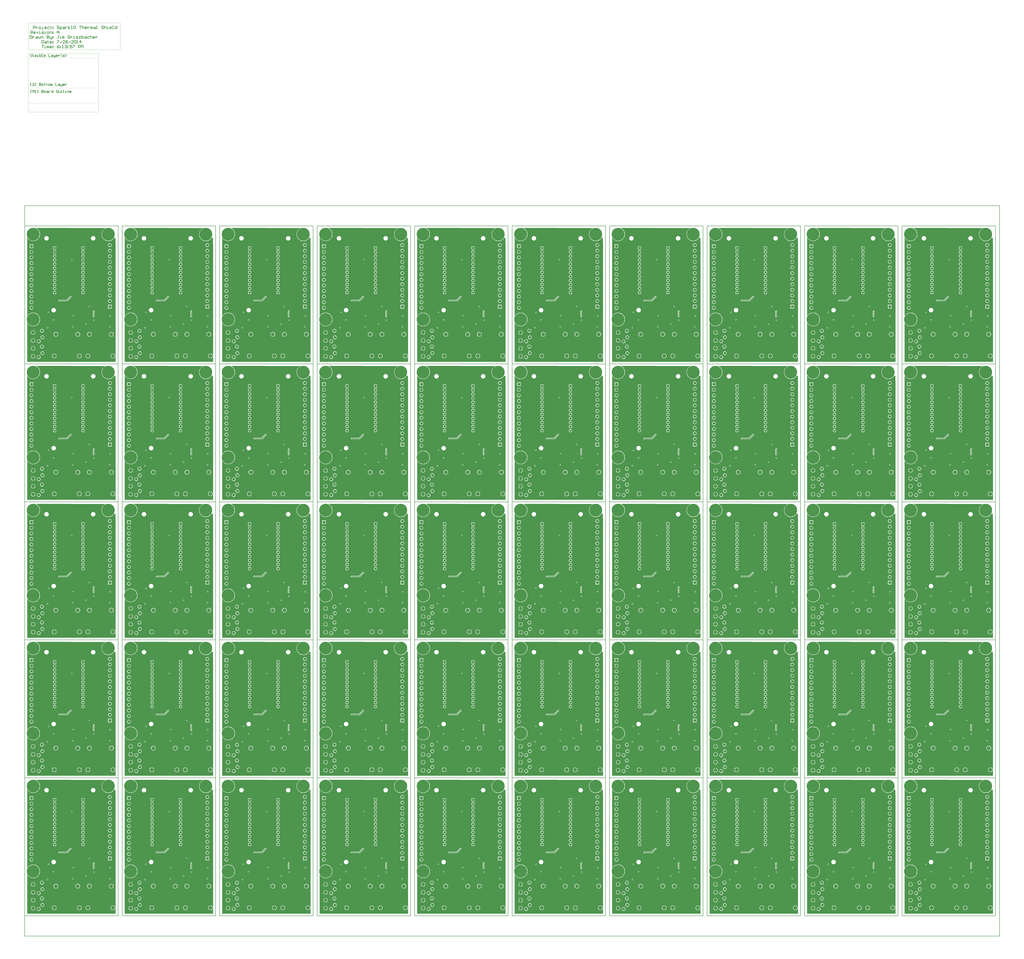
<source format=gbl>
%FSLAX25Y25*%
%MOIN*%
G70*
G01*
G75*
G04 Layer_Physical_Order=2*
G04 Layer_Color=16711680*
%ADD10C,0.01200*%
%ADD11R,0.02559X0.03740*%
G04:AMPARAMS|DCode=12|XSize=37.4mil|YSize=25.59mil|CornerRadius=6.4mil|HoleSize=0mil|Usage=FLASHONLY|Rotation=270.000|XOffset=0mil|YOffset=0mil|HoleType=Round|Shape=RoundedRectangle|*
%AMROUNDEDRECTD12*
21,1,0.03740,0.01280,0,0,270.0*
21,1,0.02461,0.02559,0,0,270.0*
1,1,0.01280,-0.00640,-0.01230*
1,1,0.01280,-0.00640,0.01230*
1,1,0.01280,0.00640,0.01230*
1,1,0.01280,0.00640,-0.01230*
%
%ADD12ROUNDEDRECTD12*%
%ADD13O,0.02362X0.07480*%
%ADD14R,0.03900X0.04300*%
%ADD15C,0.04000*%
%ADD16R,0.04300X0.03900*%
%ADD17C,0.01000*%
%ADD18C,0.01500*%
%ADD19C,0.02000*%
%ADD20C,0.00394*%
%ADD21C,0.07087*%
%ADD22R,0.07087X0.07087*%
%ADD23C,0.09449*%
%ADD24C,0.05906*%
%ADD25R,0.05906X0.05906*%
%ADD26C,0.08661*%
%ADD27C,0.31496*%
%ADD28C,0.01800*%
G36*
X198929Y384701D02*
X199043Y384214D01*
X197891Y383646D01*
X196066Y382427D01*
X194415Y380979D01*
X192968Y379328D01*
X191748Y377503D01*
X190777Y375534D01*
X190071Y373455D01*
X189643Y371302D01*
X189532Y369611D01*
X206283D01*
Y369111D01*
X206783D01*
Y352360D01*
X208474Y352471D01*
X210627Y352899D01*
X212706Y353605D01*
X214675Y354576D01*
X216501Y355795D01*
X218151Y357243D01*
X219599Y358894D01*
X220617Y360416D01*
X223966Y360387D01*
X223900Y347200D01*
X223900Y347200D01*
X224000Y347159D01*
Y54800D01*
X6500D01*
Y150402D01*
X6978Y150547D01*
X7968Y149067D01*
X9415Y147416D01*
X11066Y145968D01*
X12891Y144749D01*
X14861Y143778D01*
X16939Y143072D01*
X19093Y142644D01*
X20784Y142533D01*
Y159284D01*
Y176035D01*
X19093Y175925D01*
X16939Y175496D01*
X14861Y174791D01*
X12891Y173819D01*
X11066Y172600D01*
X9415Y171152D01*
X7968Y169501D01*
X6978Y168021D01*
X6500Y168166D01*
Y360402D01*
X6978Y360547D01*
X7968Y359067D01*
X9415Y357416D01*
X11066Y355969D01*
X12891Y354749D01*
X14861Y353778D01*
X16939Y353072D01*
X19093Y352644D01*
X20784Y352533D01*
Y369284D01*
X21283D01*
Y369784D01*
X38035D01*
X37924Y371475D01*
X37495Y373628D01*
X36790Y375707D01*
X35819Y377676D01*
X34599Y379502D01*
X33152Y381152D01*
X31501Y382600D01*
X29675Y383820D01*
X28698Y384302D01*
X28812Y384788D01*
X198929Y384701D01*
D02*
G37*
%LPC*%
G36*
X209500Y143038D02*
X209259Y142990D01*
X208630Y142570D01*
X208210Y141941D01*
X208162Y141700D01*
X209500D01*
Y143038D01*
D02*
G37*
G36*
X119200D02*
Y141700D01*
X120538D01*
X120490Y141941D01*
X120070Y142570D01*
X119441Y142990D01*
X119200Y143038D01*
D02*
G37*
G36*
X211838Y140700D02*
X210500D01*
Y139362D01*
X210741Y139410D01*
X211370Y139830D01*
X211790Y140459D01*
X211838Y140700D01*
D02*
G37*
G36*
X118200Y143038D02*
X117959Y142990D01*
X117330Y142570D01*
X116910Y141941D01*
X116862Y141700D01*
X118200D01*
Y143038D01*
D02*
G37*
G36*
X210500D02*
Y141700D01*
X211838D01*
X211790Y141941D01*
X211370Y142570D01*
X210741Y142990D01*
X210500Y143038D01*
D02*
G37*
G36*
X153138Y147100D02*
X151800D01*
Y145762D01*
X152041Y145810D01*
X152670Y146230D01*
X153090Y146859D01*
X153138Y147100D01*
D02*
G37*
G36*
X150800Y149438D02*
X150559Y149390D01*
X149930Y148970D01*
X149510Y148341D01*
X149462Y148100D01*
X150800D01*
Y149438D01*
D02*
G37*
G36*
X38035Y158784D02*
X21783D01*
Y142533D01*
X23474Y142644D01*
X25627Y143072D01*
X27706Y143778D01*
X29675Y144749D01*
X31501Y145968D01*
X33152Y147416D01*
X34599Y149067D01*
X35819Y150892D01*
X36790Y152861D01*
X37495Y154940D01*
X37924Y157093D01*
X38035Y158784D01*
D02*
G37*
G36*
X150800Y147100D02*
X149462D01*
X149510Y146859D01*
X149930Y146230D01*
X150559Y145810D01*
X150800Y145762D01*
Y147100D01*
D02*
G37*
G36*
X209500Y140700D02*
X208162D01*
X208210Y140459D01*
X208630Y139830D01*
X209259Y139410D01*
X209500Y139362D01*
Y140700D01*
D02*
G37*
G36*
X21665Y132422D02*
Y127611D01*
X26476D01*
X26359Y128503D01*
X25822Y129799D01*
X24967Y130913D01*
X23854Y131767D01*
X22557Y132305D01*
X21665Y132422D01*
D02*
G37*
G36*
X55800Y138300D02*
X54462D01*
X54510Y138059D01*
X54930Y137430D01*
X55559Y137010D01*
X55800Y136962D01*
Y138300D01*
D02*
G37*
G36*
X42819Y136024D02*
X41633Y135868D01*
X40528Y135410D01*
X39579Y134682D01*
X38850Y133733D01*
X38392Y132628D01*
X38236Y131442D01*
X38392Y130256D01*
X38850Y129150D01*
X39579Y128201D01*
X40528Y127473D01*
X41633Y127015D01*
X42819Y126859D01*
X44005Y127015D01*
X45110Y127473D01*
X46059Y128201D01*
X46788Y129150D01*
X47245Y130256D01*
X47401Y131442D01*
X47245Y132628D01*
X46788Y133733D01*
X46059Y134682D01*
X45110Y135410D01*
X44005Y135868D01*
X42819Y136024D01*
D02*
G37*
G36*
X20665Y132422D02*
X19774Y132305D01*
X18477Y131767D01*
X17363Y130913D01*
X16509Y129799D01*
X15972Y128503D01*
X15855Y127611D01*
X20665D01*
Y132422D01*
D02*
G37*
G36*
X58138Y138300D02*
X56800D01*
Y136962D01*
X57041Y137010D01*
X57670Y137430D01*
X58090Y138059D01*
X58138Y138300D01*
D02*
G37*
G36*
X118200Y140700D02*
X116862D01*
X116910Y140459D01*
X117330Y139830D01*
X117959Y139410D01*
X118200Y139362D01*
Y140700D01*
D02*
G37*
G36*
X120538D02*
X119200D01*
Y139362D01*
X119441Y139410D01*
X120070Y139830D01*
X120490Y140459D01*
X120538Y140700D01*
D02*
G37*
G36*
X55800Y140638D02*
X55559Y140590D01*
X54930Y140170D01*
X54510Y139541D01*
X54462Y139300D01*
X55800D01*
Y140638D01*
D02*
G37*
G36*
X56800D02*
Y139300D01*
X58138D01*
X58090Y139541D01*
X57670Y140170D01*
X57041Y140590D01*
X56800Y140638D01*
D02*
G37*
G36*
X212738Y167900D02*
X211400D01*
Y166562D01*
X211641Y166610D01*
X212270Y167030D01*
X212690Y167659D01*
X212738Y167900D01*
D02*
G37*
G36*
X118900Y168400D02*
X117562D01*
X117610Y168159D01*
X118030Y167530D01*
X118659Y167110D01*
X118900Y167062D01*
Y168400D01*
D02*
G37*
G36*
X170500Y181637D02*
X169759Y181490D01*
X169130Y181070D01*
X168710Y180441D01*
X168563Y179700D01*
X168616Y179434D01*
Y167449D01*
X168610Y167441D01*
X168463Y166700D01*
X168610Y165959D01*
X169030Y165330D01*
X169659Y164910D01*
X170400Y164763D01*
X171141Y164910D01*
X171770Y165330D01*
X172190Y165959D01*
X172337Y166700D01*
X172190Y167441D01*
X172184Y167449D01*
Y178801D01*
X172290Y178959D01*
X172437Y179700D01*
X172290Y180441D01*
X171870Y181070D01*
X171241Y181490D01*
X170500Y181637D01*
D02*
G37*
G36*
X210400Y167900D02*
X209062D01*
X209110Y167659D01*
X209530Y167030D01*
X210159Y166610D01*
X210400Y166562D01*
Y167900D01*
D02*
G37*
G36*
X121238Y168400D02*
X119900D01*
Y167062D01*
X120141Y167110D01*
X120770Y167530D01*
X121190Y168159D01*
X121238Y168400D01*
D02*
G37*
G36*
X118900Y170738D02*
X118659Y170690D01*
X118030Y170270D01*
X117610Y169641D01*
X117562Y169400D01*
X118900D01*
Y170738D01*
D02*
G37*
G36*
X119900D02*
Y169400D01*
X121238D01*
X121190Y169641D01*
X120770Y170270D01*
X120141Y170690D01*
X119900Y170738D01*
D02*
G37*
G36*
X210400Y170238D02*
X210159Y170190D01*
X209530Y169770D01*
X209110Y169141D01*
X209062Y168900D01*
X210400D01*
Y170238D01*
D02*
G37*
G36*
X211400D02*
Y168900D01*
X212738D01*
X212690Y169141D01*
X212270Y169770D01*
X211641Y170190D01*
X211400Y170238D01*
D02*
G37*
G36*
X21783Y176035D02*
Y159784D01*
X38035D01*
X37924Y161475D01*
X37495Y163628D01*
X36790Y165707D01*
X35819Y167676D01*
X34599Y169501D01*
X33152Y171152D01*
X31501Y172600D01*
X29675Y173819D01*
X27706Y174791D01*
X25627Y175496D01*
X23474Y175925D01*
X21783Y176035D01*
D02*
G37*
G36*
X172638Y157000D02*
X171300D01*
Y155662D01*
X171541Y155710D01*
X172170Y156130D01*
X172590Y156759D01*
X172638Y157000D01*
D02*
G37*
G36*
X70900Y157900D02*
X69562D01*
X69610Y157659D01*
X70030Y157030D01*
X70659Y156610D01*
X70900Y156562D01*
Y157900D01*
D02*
G37*
G36*
X151800Y149438D02*
Y148100D01*
X153138D01*
X153090Y148341D01*
X152670Y148970D01*
X152041Y149390D01*
X151800Y149438D01*
D02*
G37*
G36*
X170300Y157000D02*
X168962D01*
X169010Y156759D01*
X169430Y156130D01*
X170059Y155710D01*
X170300Y155662D01*
Y157000D01*
D02*
G37*
G36*
X73238Y157900D02*
X71900D01*
Y156562D01*
X72141Y156610D01*
X72770Y157030D01*
X73190Y157659D01*
X73238Y157900D01*
D02*
G37*
G36*
X70900Y160238D02*
X70659Y160190D01*
X70030Y159770D01*
X69610Y159141D01*
X69562Y158900D01*
X70900D01*
Y160238D01*
D02*
G37*
G36*
X71900D02*
Y158900D01*
X73238D01*
X73190Y159141D01*
X72770Y159770D01*
X72141Y160190D01*
X71900Y160238D01*
D02*
G37*
G36*
X170300Y159338D02*
X170059Y159290D01*
X169430Y158870D01*
X169010Y158241D01*
X168962Y158000D01*
X170300D01*
Y159338D01*
D02*
G37*
G36*
X171300D02*
Y158000D01*
X172638D01*
X172590Y158241D01*
X172170Y158870D01*
X171541Y159290D01*
X171300Y159338D01*
D02*
G37*
G36*
X26476Y126611D02*
X21665D01*
Y121800D01*
X22557Y121917D01*
X23854Y122455D01*
X24967Y123309D01*
X25822Y124423D01*
X26359Y125719D01*
X26476Y126611D01*
D02*
G37*
G36*
X21665Y73737D02*
Y68926D01*
X26476D01*
X26359Y69818D01*
X25822Y71114D01*
X24967Y72228D01*
X23854Y73082D01*
X22557Y73620D01*
X21665Y73737D01*
D02*
G37*
G36*
X72555Y75213D02*
X71561Y75082D01*
X70168Y74505D01*
X68972Y73587D01*
X68055Y72392D01*
X67478Y70999D01*
X67347Y70005D01*
X72555D01*
Y75213D01*
D02*
G37*
G36*
X223251Y69005D02*
X218043D01*
Y63797D01*
X219038Y63928D01*
X220430Y64504D01*
X221626Y65422D01*
X222544Y66618D01*
X223120Y68010D01*
X223251Y69005D01*
D02*
G37*
G36*
X20665Y73737D02*
X19774Y73620D01*
X18477Y73082D01*
X17363Y72228D01*
X16509Y71114D01*
X15972Y69818D01*
X15855Y68926D01*
X20665D01*
Y73737D01*
D02*
G37*
G36*
X73555Y75213D02*
Y70005D01*
X78763D01*
X78632Y70999D01*
X78055Y72392D01*
X77138Y73587D01*
X75942Y74505D01*
X74550Y75082D01*
X73555Y75213D01*
D02*
G37*
G36*
X155232D02*
X154238Y75082D01*
X152845Y74505D01*
X151650Y73587D01*
X150732Y72392D01*
X150155Y70999D01*
X150024Y70005D01*
X155232D01*
Y75213D01*
D02*
G37*
G36*
X156232D02*
Y70005D01*
X161440D01*
X161309Y70999D01*
X160733Y72392D01*
X159815Y73587D01*
X158619Y74505D01*
X157227Y75082D01*
X156232Y75213D01*
D02*
G37*
G36*
X134366D02*
X133372Y75082D01*
X131979Y74505D01*
X130783Y73587D01*
X129866Y72392D01*
X129289Y70999D01*
X129158Y70005D01*
X134366D01*
Y75213D01*
D02*
G37*
G36*
X135366D02*
Y70005D01*
X140574D01*
X140443Y70999D01*
X139866Y72392D01*
X138949Y73587D01*
X137753Y74505D01*
X136361Y75082D01*
X135366Y75213D01*
D02*
G37*
G36*
X217043Y69005D02*
X211835D01*
X211966Y68010D01*
X212543Y66618D01*
X213461Y65422D01*
X214656Y64504D01*
X216049Y63928D01*
X217043Y63797D01*
Y69005D01*
D02*
G37*
G36*
X26476Y67926D02*
X21665D01*
Y63115D01*
X22557Y63232D01*
X23854Y63770D01*
X24967Y64624D01*
X25822Y65738D01*
X26359Y67034D01*
X26476Y67926D01*
D02*
G37*
G36*
X72555Y69005D02*
X67347D01*
X67478Y68010D01*
X68055Y66618D01*
X68972Y65422D01*
X70168Y64504D01*
X71561Y63928D01*
X72555Y63797D01*
Y69005D01*
D02*
G37*
G36*
X34945Y71040D02*
X33759Y70884D01*
X32654Y70426D01*
X31705Y69698D01*
X30976Y68749D01*
X30518Y67643D01*
X30362Y66457D01*
X30518Y65271D01*
X30976Y64166D01*
X31705Y63217D01*
X32654Y62489D01*
X33759Y62031D01*
X34945Y61875D01*
X36131Y62031D01*
X37236Y62489D01*
X38185Y63217D01*
X38913Y64166D01*
X39371Y65271D01*
X39527Y66457D01*
X39371Y67643D01*
X38913Y68749D01*
X38185Y69698D01*
X37236Y70426D01*
X36131Y70884D01*
X34945Y71040D01*
D02*
G37*
G36*
X20665Y67926D02*
X15855D01*
X15972Y67034D01*
X16509Y65738D01*
X17363Y64624D01*
X18477Y63770D01*
X19774Y63232D01*
X20665Y63115D01*
Y67926D01*
D02*
G37*
G36*
X78763Y69005D02*
X73555D01*
Y63797D01*
X74550Y63928D01*
X75942Y64504D01*
X77138Y65422D01*
X78055Y66618D01*
X78632Y68010D01*
X78763Y69005D01*
D02*
G37*
G36*
X155232D02*
X150024D01*
X150155Y68010D01*
X150732Y66618D01*
X151650Y65422D01*
X152845Y64504D01*
X154238Y63928D01*
X155232Y63797D01*
Y69005D01*
D02*
G37*
G36*
X161440D02*
X156232D01*
Y63797D01*
X157227Y63928D01*
X158619Y64504D01*
X159815Y65422D01*
X160733Y66618D01*
X161309Y68010D01*
X161440Y69005D01*
D02*
G37*
G36*
X134366D02*
X129158D01*
X129289Y68010D01*
X129866Y66618D01*
X130783Y65422D01*
X131979Y64504D01*
X133372Y63928D01*
X134366Y63797D01*
Y69005D01*
D02*
G37*
G36*
X140574D02*
X135366D01*
Y63797D01*
X136361Y63928D01*
X137753Y64504D01*
X138949Y65422D01*
X139866Y66618D01*
X140443Y68010D01*
X140574Y69005D01*
D02*
G37*
G36*
X21665Y112737D02*
Y107926D01*
X26476D01*
X26359Y108818D01*
X25822Y110114D01*
X24967Y111228D01*
X23854Y112082D01*
X22557Y112619D01*
X21665Y112737D01*
D02*
G37*
G36*
X44000Y119883D02*
X42814Y119726D01*
X41709Y119269D01*
X40760Y118540D01*
X40031Y117591D01*
X39574Y116486D01*
X39417Y115300D01*
X39574Y114114D01*
X40031Y113009D01*
X40760Y112060D01*
X41709Y111331D01*
X42814Y110874D01*
X44000Y110717D01*
X45186Y110874D01*
X46291Y111331D01*
X47240Y112060D01*
X47969Y113009D01*
X48426Y114114D01*
X48583Y115300D01*
X48426Y116486D01*
X47969Y117591D01*
X47240Y118540D01*
X46291Y119269D01*
X45186Y119726D01*
X44000Y119883D01*
D02*
G37*
G36*
X26476Y106926D02*
X21665D01*
Y102115D01*
X22557Y102233D01*
X23854Y102770D01*
X24967Y103624D01*
X25822Y104738D01*
X26359Y106034D01*
X26476Y106926D01*
D02*
G37*
G36*
X20665Y112737D02*
X19774Y112619D01*
X18477Y112082D01*
X17363Y111228D01*
X16509Y110114D01*
X15972Y108818D01*
X15855Y107926D01*
X20665D01*
Y112737D01*
D02*
G37*
G36*
X76992Y128428D02*
X75498Y128231D01*
X74105Y127655D01*
X72909Y126737D01*
X71992Y125541D01*
X71415Y124149D01*
X71218Y122654D01*
X71415Y121160D01*
X71992Y119767D01*
X72909Y118572D01*
X74105Y117654D01*
X75498Y117077D01*
X76992Y116881D01*
X78487Y117077D01*
X79879Y117654D01*
X81075Y118572D01*
X81992Y119767D01*
X82569Y121160D01*
X82766Y122654D01*
X82569Y124149D01*
X81992Y125541D01*
X81075Y126737D01*
X79879Y127655D01*
X78487Y128231D01*
X76992Y128428D01*
D02*
G37*
G36*
X213606D02*
X212112Y128231D01*
X210719Y127655D01*
X209524Y126737D01*
X208606Y125541D01*
X208029Y124149D01*
X207833Y122654D01*
X208029Y121160D01*
X208606Y119767D01*
X209524Y118572D01*
X210719Y117654D01*
X212112Y117077D01*
X213606Y116881D01*
X215101Y117077D01*
X216493Y117654D01*
X217689Y118572D01*
X218607Y119767D01*
X219183Y121160D01*
X219380Y122654D01*
X219183Y124149D01*
X218607Y125541D01*
X217689Y126737D01*
X216493Y127655D01*
X215101Y128231D01*
X213606Y128428D01*
D02*
G37*
G36*
X20665Y126611D02*
X15855D01*
X15972Y125719D01*
X16509Y124423D01*
X17363Y123309D01*
X18477Y122455D01*
X19774Y121917D01*
X20665Y121800D01*
Y126611D01*
D02*
G37*
G36*
X130929Y128428D02*
X129435Y128231D01*
X128042Y127655D01*
X126846Y126737D01*
X125929Y125541D01*
X125352Y124149D01*
X125155Y122654D01*
X125352Y121160D01*
X125929Y119767D01*
X126846Y118572D01*
X128042Y117654D01*
X129435Y117077D01*
X130929Y116881D01*
X132423Y117077D01*
X133816Y117654D01*
X135012Y118572D01*
X135929Y119767D01*
X136506Y121160D01*
X136703Y122654D01*
X136506Y124149D01*
X135929Y125541D01*
X135012Y126737D01*
X133816Y127655D01*
X132423Y128231D01*
X130929Y128428D01*
D02*
G37*
G36*
X159669D02*
X158175Y128231D01*
X156782Y127655D01*
X155587Y126737D01*
X154669Y125541D01*
X154092Y124149D01*
X153895Y122654D01*
X154092Y121160D01*
X154669Y119767D01*
X155587Y118572D01*
X156782Y117654D01*
X158175Y117077D01*
X159669Y116881D01*
X161164Y117077D01*
X162556Y117654D01*
X163752Y118572D01*
X164670Y119767D01*
X165246Y121160D01*
X165443Y122654D01*
X165246Y124149D01*
X164670Y125541D01*
X163752Y126737D01*
X162556Y127655D01*
X161164Y128231D01*
X159669Y128428D01*
D02*
G37*
G36*
X20665Y106926D02*
X15855D01*
X15972Y106034D01*
X16509Y104738D01*
X17363Y103624D01*
X18477Y102770D01*
X19774Y102233D01*
X20665Y102115D01*
Y106926D01*
D02*
G37*
G36*
X44000Y80883D02*
X42814Y80726D01*
X41709Y80269D01*
X40760Y79540D01*
X40031Y78591D01*
X39574Y77486D01*
X39417Y76300D01*
X39574Y75114D01*
X40031Y74009D01*
X40760Y73060D01*
X41709Y72331D01*
X42814Y71874D01*
X44000Y71718D01*
X45186Y71874D01*
X46291Y72331D01*
X47240Y73060D01*
X47969Y74009D01*
X48426Y75114D01*
X48583Y76300D01*
X48426Y77486D01*
X47969Y78591D01*
X47240Y79540D01*
X46291Y80269D01*
X45186Y80726D01*
X44000Y80883D01*
D02*
G37*
G36*
X20665Y87611D02*
X15855D01*
X15972Y86719D01*
X16509Y85423D01*
X17363Y84309D01*
X18477Y83455D01*
X19774Y82917D01*
X20665Y82800D01*
Y87611D01*
D02*
G37*
G36*
X217043Y75213D02*
X216049Y75082D01*
X214656Y74505D01*
X213461Y73587D01*
X212543Y72392D01*
X211966Y70999D01*
X211835Y70005D01*
X217043D01*
Y75213D01*
D02*
G37*
G36*
X218043D02*
Y70005D01*
X223251D01*
X223120Y70999D01*
X222544Y72392D01*
X221626Y73587D01*
X220430Y74505D01*
X219038Y75082D01*
X218043Y75213D01*
D02*
G37*
G36*
X26476Y87611D02*
X21665D01*
Y82800D01*
X22557Y82917D01*
X23854Y83455D01*
X24967Y84309D01*
X25822Y85423D01*
X26359Y86719D01*
X26476Y87611D01*
D02*
G37*
G36*
X21665Y93422D02*
Y88611D01*
X26476D01*
X26359Y89503D01*
X25822Y90799D01*
X24967Y91913D01*
X23854Y92767D01*
X22557Y93305D01*
X21665Y93422D01*
D02*
G37*
G36*
X34945Y110040D02*
X33759Y109884D01*
X32654Y109426D01*
X31705Y108698D01*
X30976Y107749D01*
X30518Y106643D01*
X30362Y105457D01*
X30518Y104271D01*
X30976Y103166D01*
X31705Y102217D01*
X32654Y101489D01*
X33759Y101031D01*
X34945Y100875D01*
X36131Y101031D01*
X37236Y101489D01*
X38185Y102217D01*
X38913Y103166D01*
X39371Y104271D01*
X39527Y105457D01*
X39371Y106643D01*
X38913Y107749D01*
X38185Y108698D01*
X37236Y109426D01*
X36131Y109884D01*
X34945Y110040D01*
D02*
G37*
G36*
X42819Y97024D02*
X41633Y96868D01*
X40528Y96410D01*
X39579Y95682D01*
X38850Y94733D01*
X38392Y93628D01*
X38236Y92442D01*
X38392Y91256D01*
X38850Y90150D01*
X39579Y89201D01*
X40528Y88473D01*
X41633Y88015D01*
X42819Y87859D01*
X44005Y88015D01*
X45110Y88473D01*
X46059Y89201D01*
X46788Y90150D01*
X47245Y91256D01*
X47401Y92442D01*
X47245Y93628D01*
X46788Y94733D01*
X46059Y95682D01*
X45110Y96410D01*
X44005Y96868D01*
X42819Y97024D01*
D02*
G37*
G36*
X20665Y93422D02*
X19774Y93305D01*
X18477Y92767D01*
X17363Y91913D01*
X16509Y90799D01*
X15972Y89503D01*
X15855Y88611D01*
X20665D01*
Y93422D01*
D02*
G37*
G36*
X58200Y176300D02*
X56862D01*
X56910Y176059D01*
X57330Y175430D01*
X57959Y175010D01*
X58200Y174962D01*
Y176300D01*
D02*
G37*
G36*
X143500Y309221D02*
X142968Y309151D01*
X142007Y308753D01*
X141181Y308119D01*
X140547Y307293D01*
X140149Y306332D01*
X140079Y305800D01*
X143500D01*
Y309221D01*
D02*
G37*
G36*
X144500D02*
Y305800D01*
X147921D01*
X147851Y306332D01*
X147453Y307293D01*
X146819Y308119D01*
X145993Y308753D01*
X145032Y309151D01*
X144500Y309221D01*
D02*
G37*
G36*
X116000Y306500D02*
X114662D01*
X114710Y306259D01*
X115130Y305630D01*
X115759Y305210D01*
X116000Y305162D01*
Y306500D01*
D02*
G37*
G36*
X118338D02*
X117000D01*
Y305162D01*
X117241Y305210D01*
X117870Y305630D01*
X118290Y306259D01*
X118338Y306500D01*
D02*
G37*
G36*
X116000Y308838D02*
X115759Y308790D01*
X115130Y308370D01*
X114710Y307741D01*
X114662Y307500D01*
X116000D01*
Y308838D01*
D02*
G37*
G36*
X210000Y319528D02*
X208814Y319372D01*
X207709Y318914D01*
X206760Y318186D01*
X206031Y317237D01*
X205574Y316132D01*
X205417Y314946D01*
X205574Y313760D01*
X206031Y312654D01*
X206760Y311705D01*
X207709Y310977D01*
X208814Y310519D01*
X210000Y310363D01*
X211186Y310519D01*
X212291Y310977D01*
X213240Y311705D01*
X213969Y312654D01*
X214426Y313760D01*
X214582Y314946D01*
X214426Y316132D01*
X213969Y317237D01*
X213240Y318186D01*
X212291Y318914D01*
X211186Y319372D01*
X210000Y319528D01*
D02*
G37*
G36*
X74000Y319287D02*
X72968Y319151D01*
X72007Y318753D01*
X71181Y318119D01*
X70547Y317293D01*
X70149Y316332D01*
X70013Y315300D01*
X70149Y314268D01*
X70547Y313307D01*
X71181Y312481D01*
X72007Y311847D01*
X72968Y311449D01*
X74000Y311313D01*
X75032Y311449D01*
X75993Y311847D01*
X76819Y312481D01*
X77453Y313307D01*
X77851Y314268D01*
X77987Y315300D01*
X77851Y316332D01*
X77453Y317293D01*
X76819Y318119D01*
X75993Y318753D01*
X75032Y319151D01*
X74000Y319287D01*
D02*
G37*
G36*
X117000Y308838D02*
Y307500D01*
X118338D01*
X118290Y307741D01*
X117870Y308370D01*
X117241Y308790D01*
X117000Y308838D01*
D02*
G37*
G36*
X17000Y316693D02*
X15814Y316537D01*
X14709Y316080D01*
X13760Y315351D01*
X13031Y314402D01*
X12574Y313297D01*
X12417Y312111D01*
X12574Y310925D01*
X13031Y309820D01*
X13760Y308871D01*
X14709Y308142D01*
X15814Y307685D01*
X17000Y307528D01*
X18186Y307685D01*
X19291Y308142D01*
X20240Y308871D01*
X20969Y309820D01*
X21426Y310925D01*
X21583Y312111D01*
X21426Y313297D01*
X20969Y314402D01*
X20240Y315351D01*
X19291Y316080D01*
X18186Y316537D01*
X17000Y316693D01*
D02*
G37*
G36*
X210500Y305683D02*
Y301666D01*
X214517D01*
X214426Y302352D01*
X213969Y303457D01*
X213240Y304406D01*
X212291Y305135D01*
X211186Y305592D01*
X210500Y305683D01*
D02*
G37*
G36*
X17000Y302914D02*
X15814Y302758D01*
X14709Y302300D01*
X13760Y301572D01*
X13031Y300623D01*
X12574Y299517D01*
X12417Y298331D01*
X12574Y297146D01*
X13031Y296040D01*
X13760Y295091D01*
X14709Y294363D01*
X15814Y293905D01*
X17000Y293749D01*
X18186Y293905D01*
X19291Y294363D01*
X20240Y295091D01*
X20969Y296040D01*
X21426Y297146D01*
X21583Y298331D01*
X21426Y299517D01*
X20969Y300623D01*
X20240Y301572D01*
X19291Y302300D01*
X18186Y302758D01*
X17000Y302914D01*
D02*
G37*
G36*
X209500Y300666D02*
X205483D01*
X205574Y299980D01*
X206031Y298875D01*
X206760Y297926D01*
X207709Y297198D01*
X208814Y296740D01*
X209500Y296650D01*
Y300666D01*
D02*
G37*
G36*
X74000Y299287D02*
X72968Y299151D01*
X72007Y298753D01*
X71181Y298119D01*
X70547Y297293D01*
X70149Y296332D01*
X70013Y295300D01*
X70149Y294268D01*
X70547Y293307D01*
X71181Y292481D01*
X72007Y291847D01*
X72968Y291449D01*
X74000Y291313D01*
X75032Y291449D01*
X75993Y291847D01*
X76819Y292481D01*
X77453Y293307D01*
X77851Y294268D01*
X77987Y295300D01*
X77851Y296332D01*
X77453Y297293D01*
X76819Y298119D01*
X75993Y298753D01*
X75032Y299151D01*
X74000Y299287D01*
D02*
G37*
G36*
X144000D02*
X142968Y299151D01*
X142007Y298753D01*
X141181Y298119D01*
X140547Y297293D01*
X140149Y296332D01*
X140013Y295300D01*
X140149Y294268D01*
X140547Y293307D01*
X141181Y292481D01*
X142007Y291847D01*
X142968Y291449D01*
X144000Y291313D01*
X145032Y291449D01*
X145993Y291847D01*
X146819Y292481D01*
X147453Y293307D01*
X147851Y294268D01*
X147987Y295300D01*
X147851Y296332D01*
X147453Y297293D01*
X146819Y298119D01*
X145993Y298753D01*
X145032Y299151D01*
X144000Y299287D01*
D02*
G37*
G36*
X214517Y300666D02*
X210500D01*
Y296650D01*
X211186Y296740D01*
X212291Y297198D01*
X213240Y297926D01*
X213969Y298875D01*
X214426Y299980D01*
X214517Y300666D01*
D02*
G37*
G36*
X147921Y304800D02*
X144500D01*
Y301379D01*
X145032Y301449D01*
X145993Y301847D01*
X146819Y302481D01*
X147453Y303307D01*
X147851Y304268D01*
X147921Y304800D01*
D02*
G37*
G36*
X209500Y305683D02*
X208814Y305592D01*
X207709Y305135D01*
X206760Y304406D01*
X206031Y303457D01*
X205574Y302352D01*
X205483Y301666D01*
X209500D01*
Y305683D01*
D02*
G37*
G36*
X74000Y309287D02*
X72968Y309151D01*
X72007Y308753D01*
X71181Y308119D01*
X70547Y307293D01*
X70149Y306332D01*
X70013Y305300D01*
X70149Y304268D01*
X70547Y303307D01*
X71181Y302481D01*
X72007Y301847D01*
X72968Y301449D01*
X74000Y301313D01*
X75032Y301449D01*
X75993Y301847D01*
X76819Y302481D01*
X77453Y303307D01*
X77851Y304268D01*
X77987Y305300D01*
X77851Y306332D01*
X77453Y307293D01*
X76819Y308119D01*
X75993Y308753D01*
X75032Y309151D01*
X74000Y309287D01*
D02*
G37*
G36*
X143500Y304800D02*
X140079D01*
X140149Y304268D01*
X140547Y303307D01*
X141181Y302481D01*
X142007Y301847D01*
X142968Y301449D01*
X143500Y301379D01*
Y304800D01*
D02*
G37*
G36*
X147953Y339253D02*
X140047D01*
Y331347D01*
X147953D01*
Y339253D01*
D02*
G37*
G36*
X21543Y344213D02*
X12457D01*
Y335127D01*
X21543D01*
Y344213D01*
D02*
G37*
G36*
X17500Y330407D02*
Y326391D01*
X21517D01*
X21426Y327077D01*
X20969Y328182D01*
X20240Y329131D01*
X19291Y329859D01*
X18186Y330317D01*
X17500Y330407D01*
D02*
G37*
G36*
X77953Y339253D02*
X70047D01*
Y331347D01*
X77953D01*
Y339253D01*
D02*
G37*
G36*
X210000Y347087D02*
X208814Y346931D01*
X207709Y346473D01*
X206760Y345745D01*
X206031Y344796D01*
X205574Y343691D01*
X205417Y342505D01*
X205574Y341319D01*
X206031Y340213D01*
X206760Y339264D01*
X207709Y338536D01*
X208814Y338078D01*
X210000Y337922D01*
X211186Y338078D01*
X212291Y338536D01*
X213240Y339264D01*
X213969Y340213D01*
X214426Y341319D01*
X214582Y342505D01*
X214426Y343691D01*
X213969Y344796D01*
X213240Y345745D01*
X212291Y346473D01*
X211186Y346931D01*
X210000Y347087D01*
D02*
G37*
G36*
X54000Y364879D02*
X52556Y364689D01*
X51211Y364131D01*
X50055Y363245D01*
X49169Y362089D01*
X48611Y360744D01*
X48421Y359300D01*
X48611Y357856D01*
X49169Y356511D01*
X50055Y355355D01*
X51211Y354469D01*
X52556Y353911D01*
X54000Y353721D01*
X55444Y353911D01*
X56789Y354469D01*
X57945Y355355D01*
X58831Y356511D01*
X59389Y357856D01*
X59579Y359300D01*
X59389Y360744D01*
X58831Y362089D01*
X57945Y363245D01*
X56789Y364131D01*
X55444Y364689D01*
X54000Y364879D01*
D02*
G37*
G36*
X169000D02*
X167556Y364689D01*
X166211Y364131D01*
X165055Y363245D01*
X164169Y362089D01*
X163611Y360744D01*
X163421Y359300D01*
X163611Y357856D01*
X164169Y356511D01*
X165055Y355355D01*
X166211Y354469D01*
X167556Y353911D01*
X169000Y353721D01*
X170444Y353911D01*
X171789Y354469D01*
X172945Y355355D01*
X173831Y356511D01*
X174389Y357856D01*
X174579Y359300D01*
X174389Y360744D01*
X173831Y362089D01*
X172945Y363245D01*
X171789Y364131D01*
X170444Y364689D01*
X169000Y364879D01*
D02*
G37*
G36*
X205783Y368611D02*
X189532D01*
X189643Y366920D01*
X190071Y364767D01*
X190777Y362688D01*
X191748Y360719D01*
X192968Y358894D01*
X194415Y357243D01*
X196066Y355795D01*
X197891Y354576D01*
X199860Y353605D01*
X201939Y352899D01*
X204093Y352471D01*
X205783Y352360D01*
Y368611D01*
D02*
G37*
G36*
X38035Y368784D02*
X21783D01*
Y352533D01*
X23474Y352644D01*
X25627Y353072D01*
X27706Y353778D01*
X29675Y354749D01*
X31501Y355969D01*
X33152Y357416D01*
X34599Y359067D01*
X35819Y360892D01*
X36790Y362861D01*
X37495Y364940D01*
X37924Y367093D01*
X38035Y368784D01*
D02*
G37*
G36*
X16500Y330407D02*
X15814Y330317D01*
X14709Y329859D01*
X13760Y329131D01*
X13031Y328182D01*
X12574Y327077D01*
X12483Y326391D01*
X16500D01*
Y330407D01*
D02*
G37*
G36*
Y325391D02*
X12483D01*
X12574Y324705D01*
X13031Y323599D01*
X13760Y322650D01*
X14709Y321922D01*
X15814Y321464D01*
X16500Y321374D01*
Y325391D01*
D02*
G37*
G36*
X21517D02*
X17500D01*
Y321374D01*
X18186Y321464D01*
X19291Y321922D01*
X20240Y322650D01*
X20969Y323599D01*
X21426Y324705D01*
X21517Y325391D01*
D02*
G37*
G36*
X144000Y319287D02*
X142968Y319151D01*
X142007Y318753D01*
X141181Y318119D01*
X140547Y317293D01*
X140149Y316332D01*
X140013Y315300D01*
X140149Y314268D01*
X140547Y313307D01*
X141181Y312481D01*
X142007Y311847D01*
X142968Y311449D01*
X144000Y311313D01*
X145032Y311449D01*
X145993Y311847D01*
X146819Y312481D01*
X147453Y313307D01*
X147851Y314268D01*
X147987Y315300D01*
X147851Y316332D01*
X147453Y317293D01*
X146819Y318119D01*
X145993Y318753D01*
X145032Y319151D01*
X144000Y319287D01*
D02*
G37*
G36*
Y329287D02*
X142968Y329151D01*
X142007Y328753D01*
X141181Y328119D01*
X140547Y327293D01*
X140149Y326332D01*
X140013Y325300D01*
X140149Y324268D01*
X140547Y323307D01*
X141181Y322481D01*
X142007Y321847D01*
X142968Y321449D01*
X144000Y321313D01*
X145032Y321449D01*
X145993Y321847D01*
X146819Y322481D01*
X147453Y323307D01*
X147851Y324268D01*
X147987Y325300D01*
X147851Y326332D01*
X147453Y327293D01*
X146819Y328119D01*
X145993Y328753D01*
X145032Y329151D01*
X144000Y329287D01*
D02*
G37*
G36*
X73500Y324800D02*
X70079D01*
X70149Y324268D01*
X70547Y323307D01*
X71181Y322481D01*
X72007Y321847D01*
X72968Y321449D01*
X73500Y321379D01*
Y324800D01*
D02*
G37*
G36*
Y329221D02*
X72968Y329151D01*
X72007Y328753D01*
X71181Y328119D01*
X70547Y327293D01*
X70149Y326332D01*
X70079Y325800D01*
X73500D01*
Y329221D01*
D02*
G37*
G36*
X74500D02*
Y325800D01*
X77921D01*
X77851Y326332D01*
X77453Y327293D01*
X76819Y328119D01*
X75993Y328753D01*
X75032Y329151D01*
X74500Y329221D01*
D02*
G37*
G36*
X77921Y324800D02*
X74500D01*
Y321379D01*
X75032Y321449D01*
X75993Y321847D01*
X76819Y322481D01*
X77453Y323307D01*
X77851Y324268D01*
X77921Y324800D01*
D02*
G37*
G36*
X210000Y333308D02*
X208814Y333152D01*
X207709Y332694D01*
X206760Y331965D01*
X206031Y331016D01*
X205574Y329911D01*
X205417Y328725D01*
X205574Y327539D01*
X206031Y326434D01*
X206760Y325485D01*
X207709Y324757D01*
X208814Y324299D01*
X210000Y324143D01*
X211186Y324299D01*
X212291Y324757D01*
X213240Y325485D01*
X213969Y326434D01*
X214426Y327539D01*
X214582Y328725D01*
X214426Y329911D01*
X213969Y331016D01*
X213240Y331965D01*
X212291Y332694D01*
X211186Y333152D01*
X210000Y333308D01*
D02*
G37*
G36*
Y291969D02*
X208814Y291813D01*
X207709Y291355D01*
X206760Y290627D01*
X206031Y289678D01*
X205574Y288573D01*
X205417Y287387D01*
X205574Y286201D01*
X206031Y285095D01*
X206760Y284146D01*
X207709Y283418D01*
X208814Y282960D01*
X210000Y282804D01*
X211186Y282960D01*
X212291Y283418D01*
X213240Y284146D01*
X213969Y285095D01*
X214426Y286201D01*
X214582Y287387D01*
X214426Y288573D01*
X213969Y289678D01*
X213240Y290627D01*
X212291Y291355D01*
X211186Y291813D01*
X210000Y291969D01*
D02*
G37*
G36*
X113700Y217337D02*
X112959Y217190D01*
X112330Y216770D01*
X111910Y216141D01*
X111908Y216132D01*
X103461Y207684D01*
X86150D01*
X86141Y207690D01*
X85400Y207837D01*
X84659Y207690D01*
X84030Y207270D01*
X83610Y206641D01*
X83463Y205900D01*
X83610Y205159D01*
X84030Y204530D01*
X84659Y204110D01*
X85400Y203963D01*
X86141Y204110D01*
X86150Y204116D01*
X104200D01*
X104883Y204252D01*
X105462Y204638D01*
X114432Y213608D01*
X114441Y213610D01*
X115070Y214030D01*
X115490Y214659D01*
X115637Y215400D01*
X115490Y216141D01*
X115070Y216770D01*
X114441Y217190D01*
X113700Y217337D01*
D02*
G37*
G36*
X17000Y220237D02*
X15814Y220081D01*
X14709Y219623D01*
X13760Y218895D01*
X13031Y217946D01*
X12574Y216840D01*
X12417Y215654D01*
X12574Y214468D01*
X13031Y213363D01*
X13760Y212414D01*
X14709Y211686D01*
X15814Y211228D01*
X17000Y211072D01*
X18186Y211228D01*
X19291Y211686D01*
X20240Y212414D01*
X20969Y213363D01*
X21426Y214468D01*
X21583Y215654D01*
X21426Y216840D01*
X20969Y217946D01*
X20240Y218895D01*
X19291Y219623D01*
X18186Y220081D01*
X17000Y220237D01*
D02*
G37*
G36*
Y206457D02*
X15814Y206301D01*
X14709Y205843D01*
X13760Y205115D01*
X13031Y204166D01*
X12574Y203061D01*
X12417Y201875D01*
X12574Y200689D01*
X13031Y199583D01*
X13760Y198635D01*
X14709Y197906D01*
X15814Y197448D01*
X17000Y197292D01*
X18186Y197448D01*
X19291Y197906D01*
X20240Y198635D01*
X20969Y199583D01*
X21426Y200689D01*
X21583Y201875D01*
X21426Y203061D01*
X20969Y204166D01*
X20240Y205115D01*
X19291Y205843D01*
X18186Y206301D01*
X17000Y206457D01*
D02*
G37*
G36*
X210000Y209292D02*
X208814Y209136D01*
X207709Y208678D01*
X206760Y207950D01*
X206031Y207001D01*
X205574Y205895D01*
X205417Y204709D01*
X205574Y203523D01*
X206031Y202418D01*
X206760Y201469D01*
X207709Y200741D01*
X208814Y200283D01*
X210000Y200127D01*
X211186Y200283D01*
X212291Y200741D01*
X213240Y201469D01*
X213969Y202418D01*
X214426Y203523D01*
X214582Y204709D01*
X214426Y205895D01*
X213969Y207001D01*
X213240Y207950D01*
X212291Y208678D01*
X211186Y209136D01*
X210000Y209292D01*
D02*
G37*
G36*
Y223072D02*
X208814Y222915D01*
X207709Y222458D01*
X206760Y221729D01*
X206031Y220780D01*
X205574Y219675D01*
X205417Y218489D01*
X205574Y217303D01*
X206031Y216198D01*
X206760Y215249D01*
X207709Y214520D01*
X208814Y214063D01*
X210000Y213907D01*
X211186Y214063D01*
X212291Y214520D01*
X213240Y215249D01*
X213969Y216198D01*
X214426Y217303D01*
X214582Y218489D01*
X214426Y219675D01*
X213969Y220780D01*
X213240Y221729D01*
X212291Y222458D01*
X211186Y222915D01*
X210000Y223072D01*
D02*
G37*
G36*
X17000Y234016D02*
X15814Y233860D01*
X14709Y233402D01*
X13760Y232674D01*
X13031Y231725D01*
X12574Y230620D01*
X12417Y229434D01*
X12574Y228248D01*
X13031Y227143D01*
X13760Y226193D01*
X14709Y225465D01*
X15814Y225008D01*
X17000Y224851D01*
X18186Y225008D01*
X19291Y225465D01*
X20240Y226193D01*
X20969Y227143D01*
X21426Y228248D01*
X21583Y229434D01*
X21426Y230620D01*
X20969Y231725D01*
X20240Y232674D01*
X19291Y233402D01*
X18186Y233860D01*
X17000Y234016D01*
D02*
G37*
G36*
X210000Y236851D02*
X208814Y236695D01*
X207709Y236237D01*
X206760Y235509D01*
X206031Y234560D01*
X205574Y233454D01*
X205417Y232269D01*
X205574Y231083D01*
X206031Y229977D01*
X206760Y229028D01*
X207709Y228300D01*
X208814Y227842D01*
X210000Y227686D01*
X211186Y227842D01*
X212291Y228300D01*
X213240Y229028D01*
X213969Y229977D01*
X214426Y231083D01*
X214582Y232269D01*
X214426Y233454D01*
X213969Y234560D01*
X213240Y235509D01*
X212291Y236237D01*
X211186Y236695D01*
X210000Y236851D01*
D02*
G37*
G36*
X74000Y229287D02*
X72968Y229151D01*
X72007Y228753D01*
X71181Y228119D01*
X70547Y227293D01*
X70149Y226332D01*
X70013Y225300D01*
X70149Y224268D01*
X70547Y223307D01*
X71181Y222481D01*
X72007Y221847D01*
X72968Y221449D01*
X74000Y221313D01*
X75032Y221449D01*
X75993Y221847D01*
X76819Y222481D01*
X77453Y223307D01*
X77851Y224268D01*
X77987Y225300D01*
X77851Y226332D01*
X77453Y227293D01*
X76819Y228119D01*
X75993Y228753D01*
X75032Y229151D01*
X74000Y229287D01*
D02*
G37*
G36*
X144000D02*
X142968Y229151D01*
X142007Y228753D01*
X141181Y228119D01*
X140547Y227293D01*
X140149Y226332D01*
X140013Y225300D01*
X140149Y224268D01*
X140547Y223307D01*
X141181Y222481D01*
X142007Y221847D01*
X142968Y221449D01*
X144000Y221313D01*
X145032Y221449D01*
X145993Y221847D01*
X146819Y222481D01*
X147453Y223307D01*
X147851Y224268D01*
X147987Y225300D01*
X147851Y226332D01*
X147453Y227293D01*
X146819Y228119D01*
X145993Y228753D01*
X145032Y229151D01*
X144000Y229287D01*
D02*
G37*
G36*
X159600Y193138D02*
Y191800D01*
X160938D01*
X160890Y192041D01*
X160470Y192670D01*
X159841Y193090D01*
X159600Y193138D01*
D02*
G37*
G36*
X58200Y178638D02*
X57959Y178590D01*
X57330Y178170D01*
X56910Y177541D01*
X56862Y177300D01*
X58200D01*
Y178638D01*
D02*
G37*
G36*
X59200D02*
Y177300D01*
X60538D01*
X60490Y177541D01*
X60070Y178170D01*
X59441Y178590D01*
X59200Y178638D01*
D02*
G37*
G36*
X60538Y176300D02*
X59200D01*
Y174962D01*
X59441Y175010D01*
X60070Y175430D01*
X60490Y176059D01*
X60538Y176300D01*
D02*
G37*
G36*
X71600Y187779D02*
X70156Y187589D01*
X68811Y187031D01*
X67655Y186145D01*
X66769Y184989D01*
X66211Y183644D01*
X66021Y182200D01*
X66211Y180756D01*
X66769Y179411D01*
X67655Y178255D01*
X68811Y177369D01*
X70156Y176811D01*
X71600Y176621D01*
X73044Y176811D01*
X74389Y177369D01*
X75545Y178255D01*
X76431Y179411D01*
X76989Y180756D01*
X77179Y182200D01*
X76989Y183644D01*
X76431Y184989D01*
X75545Y186145D01*
X74389Y187031D01*
X73044Y187589D01*
X71600Y187779D01*
D02*
G37*
G36*
X17000Y192678D02*
X15814Y192522D01*
X14709Y192064D01*
X13760Y191336D01*
X13031Y190386D01*
X12574Y189281D01*
X12417Y188095D01*
X12574Y186909D01*
X13031Y185804D01*
X13760Y184855D01*
X14709Y184127D01*
X15814Y183669D01*
X17000Y183513D01*
X18186Y183669D01*
X19291Y184127D01*
X20240Y184855D01*
X20969Y185804D01*
X21426Y186909D01*
X21583Y188095D01*
X21426Y189281D01*
X20969Y190386D01*
X20240Y191336D01*
X19291Y192064D01*
X18186Y192522D01*
X17000Y192678D01*
D02*
G37*
G36*
X160938Y190800D02*
X159600D01*
Y189462D01*
X159841Y189510D01*
X160470Y189930D01*
X160890Y190559D01*
X160938Y190800D01*
D02*
G37*
G36*
X158600Y193138D02*
X158359Y193090D01*
X157730Y192670D01*
X157310Y192041D01*
X157262Y191800D01*
X158600D01*
Y193138D01*
D02*
G37*
G36*
X214543Y195473D02*
X205457D01*
Y186387D01*
X214543D01*
Y195473D01*
D02*
G37*
G36*
X158600Y190800D02*
X157262D01*
X157310Y190559D01*
X157730Y189930D01*
X158359Y189510D01*
X158600Y189462D01*
Y190800D01*
D02*
G37*
G36*
X17000Y275355D02*
X15814Y275199D01*
X14709Y274741D01*
X13760Y274013D01*
X13031Y273064D01*
X12574Y271958D01*
X12417Y270772D01*
X12574Y269586D01*
X13031Y268481D01*
X13760Y267532D01*
X14709Y266804D01*
X15814Y266346D01*
X17000Y266190D01*
X18186Y266346D01*
X19291Y266804D01*
X20240Y267532D01*
X20969Y268481D01*
X21426Y269586D01*
X21583Y270772D01*
X21426Y271958D01*
X20969Y273064D01*
X20240Y274013D01*
X19291Y274741D01*
X18186Y275199D01*
X17000Y275355D01*
D02*
G37*
G36*
X210000Y278190D02*
X208814Y278033D01*
X207709Y277576D01*
X206760Y276847D01*
X206031Y275898D01*
X205574Y274793D01*
X205417Y273607D01*
X205574Y272421D01*
X206031Y271316D01*
X206760Y270367D01*
X207709Y269638D01*
X208814Y269181D01*
X210000Y269025D01*
X211186Y269181D01*
X212291Y269638D01*
X213240Y270367D01*
X213969Y271316D01*
X214426Y272421D01*
X214582Y273607D01*
X214426Y274793D01*
X213969Y275898D01*
X213240Y276847D01*
X212291Y277576D01*
X211186Y278033D01*
X210000Y278190D01*
D02*
G37*
G36*
X74000Y269287D02*
X72968Y269151D01*
X72007Y268753D01*
X71181Y268119D01*
X70547Y267293D01*
X70149Y266332D01*
X70013Y265300D01*
X70149Y264268D01*
X70547Y263307D01*
X71181Y262481D01*
X72007Y261847D01*
X72968Y261449D01*
X74000Y261313D01*
X75032Y261449D01*
X75993Y261847D01*
X76819Y262481D01*
X77453Y263307D01*
X77851Y264268D01*
X77987Y265300D01*
X77851Y266332D01*
X77453Y267293D01*
X76819Y268119D01*
X75993Y268753D01*
X75032Y269151D01*
X74000Y269287D01*
D02*
G37*
G36*
X144000D02*
X142968Y269151D01*
X142007Y268753D01*
X141181Y268119D01*
X140547Y267293D01*
X140149Y266332D01*
X140013Y265300D01*
X140149Y264268D01*
X140547Y263307D01*
X141181Y262481D01*
X142007Y261847D01*
X142968Y261449D01*
X144000Y261313D01*
X145032Y261449D01*
X145993Y261847D01*
X146819Y262481D01*
X147453Y263307D01*
X147851Y264268D01*
X147987Y265300D01*
X147851Y266332D01*
X147453Y267293D01*
X146819Y268119D01*
X145993Y268753D01*
X145032Y269151D01*
X144000Y269287D01*
D02*
G37*
G36*
X74000Y279287D02*
X72968Y279151D01*
X72007Y278753D01*
X71181Y278119D01*
X70547Y277293D01*
X70149Y276332D01*
X70013Y275300D01*
X70149Y274268D01*
X70547Y273307D01*
X71181Y272481D01*
X72007Y271847D01*
X72968Y271449D01*
X74000Y271313D01*
X75032Y271449D01*
X75993Y271847D01*
X76819Y272481D01*
X77453Y273307D01*
X77851Y274268D01*
X77987Y275300D01*
X77851Y276332D01*
X77453Y277293D01*
X76819Y278119D01*
X75993Y278753D01*
X75032Y279151D01*
X74000Y279287D01*
D02*
G37*
G36*
Y289287D02*
X72968Y289151D01*
X72007Y288753D01*
X71181Y288119D01*
X70547Y287293D01*
X70149Y286332D01*
X70013Y285300D01*
X70149Y284268D01*
X70547Y283307D01*
X71181Y282481D01*
X72007Y281847D01*
X72968Y281449D01*
X74000Y281313D01*
X75032Y281449D01*
X75993Y281847D01*
X76819Y282481D01*
X77453Y283307D01*
X77851Y284268D01*
X77987Y285300D01*
X77851Y286332D01*
X77453Y287293D01*
X76819Y288119D01*
X75993Y288753D01*
X75032Y289151D01*
X74000Y289287D01*
D02*
G37*
G36*
X144000D02*
X142968Y289151D01*
X142007Y288753D01*
X141181Y288119D01*
X140547Y287293D01*
X140149Y286332D01*
X140013Y285300D01*
X140149Y284268D01*
X140547Y283307D01*
X141181Y282481D01*
X142007Y281847D01*
X142968Y281449D01*
X144000Y281313D01*
X145032Y281449D01*
X145993Y281847D01*
X146819Y282481D01*
X147453Y283307D01*
X147851Y284268D01*
X147987Y285300D01*
X147851Y286332D01*
X147453Y287293D01*
X146819Y288119D01*
X145993Y288753D01*
X145032Y289151D01*
X144000Y289287D01*
D02*
G37*
G36*
Y279287D02*
X142968Y279151D01*
X142007Y278753D01*
X141181Y278119D01*
X140547Y277293D01*
X140149Y276332D01*
X140013Y275300D01*
X140149Y274268D01*
X140547Y273307D01*
X141181Y272481D01*
X142007Y271847D01*
X142968Y271449D01*
X144000Y271313D01*
X145032Y271449D01*
X145993Y271847D01*
X146819Y272481D01*
X147453Y273307D01*
X147851Y274268D01*
X147987Y275300D01*
X147851Y276332D01*
X147453Y277293D01*
X146819Y278119D01*
X145993Y278753D01*
X145032Y279151D01*
X144000Y279287D01*
D02*
G37*
G36*
X17000Y289135D02*
X15814Y288978D01*
X14709Y288521D01*
X13760Y287792D01*
X13031Y286843D01*
X12574Y285738D01*
X12417Y284552D01*
X12574Y283366D01*
X13031Y282261D01*
X13760Y281312D01*
X14709Y280583D01*
X15814Y280126D01*
X17000Y279970D01*
X18186Y280126D01*
X19291Y280583D01*
X20240Y281312D01*
X20969Y282261D01*
X21426Y283366D01*
X21583Y284552D01*
X21426Y285738D01*
X20969Y286843D01*
X20240Y287792D01*
X19291Y288521D01*
X18186Y288978D01*
X17000Y289135D01*
D02*
G37*
G36*
X210000Y264410D02*
X208814Y264254D01*
X207709Y263796D01*
X206760Y263068D01*
X206031Y262119D01*
X205574Y261014D01*
X205417Y259828D01*
X205574Y258642D01*
X206031Y257536D01*
X206760Y256587D01*
X207709Y255859D01*
X208814Y255401D01*
X210000Y255245D01*
X211186Y255401D01*
X212291Y255859D01*
X213240Y256587D01*
X213969Y257536D01*
X214426Y258642D01*
X214582Y259828D01*
X214426Y261014D01*
X213969Y262119D01*
X213240Y263068D01*
X212291Y263796D01*
X211186Y264254D01*
X210000Y264410D01*
D02*
G37*
G36*
X17000Y247796D02*
X15814Y247640D01*
X14709Y247182D01*
X13760Y246454D01*
X13031Y245505D01*
X12574Y244399D01*
X12417Y243213D01*
X12574Y242027D01*
X13031Y240922D01*
X13760Y239973D01*
X14709Y239245D01*
X15814Y238787D01*
X17000Y238631D01*
X18186Y238787D01*
X19291Y239245D01*
X20240Y239973D01*
X20969Y240922D01*
X21426Y242027D01*
X21583Y243213D01*
X21426Y244399D01*
X20969Y245505D01*
X20240Y246454D01*
X19291Y247182D01*
X18186Y247640D01*
X17000Y247796D01*
D02*
G37*
G36*
X74000Y249287D02*
X72968Y249151D01*
X72007Y248753D01*
X71181Y248119D01*
X70547Y247293D01*
X70149Y246332D01*
X70013Y245300D01*
X70149Y244268D01*
X70547Y243307D01*
X71181Y242481D01*
X72007Y241847D01*
X72968Y241449D01*
X74000Y241313D01*
X75032Y241449D01*
X75993Y241847D01*
X76819Y242481D01*
X77453Y243307D01*
X77851Y244268D01*
X77987Y245300D01*
X77851Y246332D01*
X77453Y247293D01*
X76819Y248119D01*
X75993Y248753D01*
X75032Y249151D01*
X74000Y249287D01*
D02*
G37*
G36*
Y239287D02*
X72968Y239151D01*
X72007Y238753D01*
X71181Y238119D01*
X70547Y237293D01*
X70149Y236332D01*
X70013Y235300D01*
X70149Y234268D01*
X70547Y233307D01*
X71181Y232481D01*
X72007Y231847D01*
X72968Y231449D01*
X74000Y231313D01*
X75032Y231449D01*
X75993Y231847D01*
X76819Y232481D01*
X77453Y233307D01*
X77851Y234268D01*
X77987Y235300D01*
X77851Y236332D01*
X77453Y237293D01*
X76819Y238119D01*
X75993Y238753D01*
X75032Y239151D01*
X74000Y239287D01*
D02*
G37*
G36*
X144000D02*
X142968Y239151D01*
X142007Y238753D01*
X141181Y238119D01*
X140547Y237293D01*
X140149Y236332D01*
X140013Y235300D01*
X140149Y234268D01*
X140547Y233307D01*
X141181Y232481D01*
X142007Y231847D01*
X142968Y231449D01*
X144000Y231313D01*
X145032Y231449D01*
X145993Y231847D01*
X146819Y232481D01*
X147453Y233307D01*
X147851Y234268D01*
X147987Y235300D01*
X147851Y236332D01*
X147453Y237293D01*
X146819Y238119D01*
X145993Y238753D01*
X145032Y239151D01*
X144000Y239287D01*
D02*
G37*
G36*
Y249287D02*
X142968Y249151D01*
X142007Y248753D01*
X141181Y248119D01*
X140547Y247293D01*
X140149Y246332D01*
X140013Y245300D01*
X140149Y244268D01*
X140547Y243307D01*
X141181Y242481D01*
X142007Y241847D01*
X142968Y241449D01*
X144000Y241313D01*
X145032Y241449D01*
X145993Y241847D01*
X146819Y242481D01*
X147453Y243307D01*
X147851Y244268D01*
X147987Y245300D01*
X147851Y246332D01*
X147453Y247293D01*
X146819Y248119D01*
X145993Y248753D01*
X145032Y249151D01*
X144000Y249287D01*
D02*
G37*
G36*
Y259287D02*
X142968Y259151D01*
X142007Y258753D01*
X141181Y258119D01*
X140547Y257293D01*
X140149Y256332D01*
X140013Y255300D01*
X140149Y254268D01*
X140547Y253307D01*
X141181Y252481D01*
X142007Y251847D01*
X142968Y251449D01*
X144000Y251313D01*
X145032Y251449D01*
X145993Y251847D01*
X146819Y252481D01*
X147453Y253307D01*
X147851Y254268D01*
X147987Y255300D01*
X147851Y256332D01*
X147453Y257293D01*
X146819Y258119D01*
X145993Y258753D01*
X145032Y259151D01*
X144000Y259287D01*
D02*
G37*
G36*
X17000Y261575D02*
X15814Y261419D01*
X14709Y260962D01*
X13760Y260233D01*
X13031Y259284D01*
X12574Y258179D01*
X12417Y256993D01*
X12574Y255807D01*
X13031Y254702D01*
X13760Y253753D01*
X14709Y253024D01*
X15814Y252567D01*
X17000Y252410D01*
X18186Y252567D01*
X19291Y253024D01*
X20240Y253753D01*
X20969Y254702D01*
X21426Y255807D01*
X21583Y256993D01*
X21426Y258179D01*
X20969Y259284D01*
X20240Y260233D01*
X19291Y260962D01*
X18186Y261419D01*
X17000Y261575D01*
D02*
G37*
G36*
X210000Y250630D02*
X208814Y250474D01*
X207709Y250017D01*
X206760Y249288D01*
X206031Y248339D01*
X205574Y247234D01*
X205417Y246048D01*
X205574Y244862D01*
X206031Y243757D01*
X206760Y242808D01*
X207709Y242079D01*
X208814Y241622D01*
X210000Y241465D01*
X211186Y241622D01*
X212291Y242079D01*
X213240Y242808D01*
X213969Y243757D01*
X214426Y244862D01*
X214582Y246048D01*
X214426Y247234D01*
X213969Y248339D01*
X213240Y249288D01*
X212291Y250017D01*
X211186Y250474D01*
X210000Y250630D01*
D02*
G37*
G36*
X74000Y259287D02*
X72968Y259151D01*
X72007Y258753D01*
X71181Y258119D01*
X70547Y257293D01*
X70149Y256332D01*
X70013Y255300D01*
X70149Y254268D01*
X70547Y253307D01*
X71181Y252481D01*
X72007Y251847D01*
X72968Y251449D01*
X74000Y251313D01*
X75032Y251449D01*
X75993Y251847D01*
X76819Y252481D01*
X77453Y253307D01*
X77851Y254268D01*
X77987Y255300D01*
X77851Y256332D01*
X77453Y257293D01*
X76819Y258119D01*
X75993Y258753D01*
X75032Y259151D01*
X74000Y259287D01*
D02*
G37*
%LPD*%
G36*
X438929Y384701D02*
X439043Y384214D01*
X437891Y383646D01*
X436066Y382427D01*
X434415Y380979D01*
X432968Y379328D01*
X431748Y377503D01*
X430777Y375534D01*
X430071Y373455D01*
X429643Y371302D01*
X429532Y369611D01*
X446283D01*
Y369111D01*
X446783D01*
Y352360D01*
X448474Y352471D01*
X450627Y352899D01*
X452706Y353605D01*
X454675Y354576D01*
X456501Y355795D01*
X458151Y357243D01*
X459599Y358894D01*
X460616Y360416D01*
X463966Y360387D01*
X463900Y347200D01*
X463900Y347200D01*
X464000Y347159D01*
Y54800D01*
X246500D01*
Y150402D01*
X246978Y150547D01*
X247968Y149067D01*
X249415Y147416D01*
X251066Y145968D01*
X252891Y144749D01*
X254860Y143778D01*
X256939Y143072D01*
X259093Y142644D01*
X260784Y142533D01*
Y159284D01*
Y176035D01*
X259093Y175925D01*
X256939Y175496D01*
X254860Y174791D01*
X252891Y173819D01*
X251066Y172600D01*
X249415Y171152D01*
X247968Y169501D01*
X246978Y168021D01*
X246500Y168166D01*
Y360402D01*
X246978Y360547D01*
X247968Y359067D01*
X249415Y357416D01*
X251066Y355969D01*
X252891Y354749D01*
X254860Y353778D01*
X256939Y353072D01*
X259093Y352644D01*
X260784Y352533D01*
Y369284D01*
X261283D01*
Y369784D01*
X278035D01*
X277924Y371475D01*
X277496Y373628D01*
X276790Y375707D01*
X275819Y377676D01*
X274599Y379502D01*
X273151Y381152D01*
X271501Y382600D01*
X269675Y383820D01*
X268698Y384302D01*
X268812Y384788D01*
X438929Y384701D01*
D02*
G37*
%LPC*%
G36*
X449500Y143038D02*
X449259Y142990D01*
X448630Y142570D01*
X448210Y141941D01*
X448162Y141700D01*
X449500D01*
Y143038D01*
D02*
G37*
G36*
X359200D02*
Y141700D01*
X360538D01*
X360490Y141941D01*
X360070Y142570D01*
X359441Y142990D01*
X359200Y143038D01*
D02*
G37*
G36*
X451838Y140700D02*
X450500D01*
Y139362D01*
X450741Y139410D01*
X451370Y139830D01*
X451790Y140459D01*
X451838Y140700D01*
D02*
G37*
G36*
X358200Y143038D02*
X357959Y142990D01*
X357330Y142570D01*
X356910Y141941D01*
X356862Y141700D01*
X358200D01*
Y143038D01*
D02*
G37*
G36*
X450500D02*
Y141700D01*
X451838D01*
X451790Y141941D01*
X451370Y142570D01*
X450741Y142990D01*
X450500Y143038D01*
D02*
G37*
G36*
X393138Y147100D02*
X391800D01*
Y145762D01*
X392041Y145810D01*
X392670Y146230D01*
X393090Y146859D01*
X393138Y147100D01*
D02*
G37*
G36*
X390800Y149438D02*
X390559Y149390D01*
X389930Y148970D01*
X389510Y148341D01*
X389462Y148100D01*
X390800D01*
Y149438D01*
D02*
G37*
G36*
X278035Y158784D02*
X261784D01*
Y142533D01*
X263474Y142644D01*
X265628Y143072D01*
X267706Y143778D01*
X269675Y144749D01*
X271501Y145968D01*
X273151Y147416D01*
X274599Y149067D01*
X275819Y150892D01*
X276790Y152861D01*
X277496Y154940D01*
X277924Y157093D01*
X278035Y158784D01*
D02*
G37*
G36*
X390800Y147100D02*
X389462D01*
X389510Y146859D01*
X389930Y146230D01*
X390559Y145810D01*
X390800Y145762D01*
Y147100D01*
D02*
G37*
G36*
X449500Y140700D02*
X448162D01*
X448210Y140459D01*
X448630Y139830D01*
X449259Y139410D01*
X449500Y139362D01*
Y140700D01*
D02*
G37*
G36*
X261665Y132422D02*
Y127611D01*
X266476D01*
X266359Y128503D01*
X265822Y129799D01*
X264967Y130913D01*
X263854Y131767D01*
X262557Y132305D01*
X261665Y132422D01*
D02*
G37*
G36*
X295800Y138300D02*
X294462D01*
X294510Y138059D01*
X294930Y137430D01*
X295559Y137010D01*
X295800Y136962D01*
Y138300D01*
D02*
G37*
G36*
X282819Y136024D02*
X281633Y135868D01*
X280528Y135410D01*
X279579Y134682D01*
X278850Y133733D01*
X278393Y132628D01*
X278236Y131442D01*
X278393Y130256D01*
X278850Y129150D01*
X279579Y128201D01*
X280528Y127473D01*
X281633Y127015D01*
X282819Y126859D01*
X284005Y127015D01*
X285110Y127473D01*
X286059Y128201D01*
X286788Y129150D01*
X287245Y130256D01*
X287401Y131442D01*
X287245Y132628D01*
X286788Y133733D01*
X286059Y134682D01*
X285110Y135410D01*
X284005Y135868D01*
X282819Y136024D01*
D02*
G37*
G36*
X260665Y132422D02*
X259774Y132305D01*
X258477Y131767D01*
X257363Y130913D01*
X256509Y129799D01*
X255972Y128503D01*
X255855Y127611D01*
X260665D01*
Y132422D01*
D02*
G37*
G36*
X298138Y138300D02*
X296800D01*
Y136962D01*
X297041Y137010D01*
X297670Y137430D01*
X298090Y138059D01*
X298138Y138300D01*
D02*
G37*
G36*
X358200Y140700D02*
X356862D01*
X356910Y140459D01*
X357330Y139830D01*
X357959Y139410D01*
X358200Y139362D01*
Y140700D01*
D02*
G37*
G36*
X360538D02*
X359200D01*
Y139362D01*
X359441Y139410D01*
X360070Y139830D01*
X360490Y140459D01*
X360538Y140700D01*
D02*
G37*
G36*
X295800Y140638D02*
X295559Y140590D01*
X294930Y140170D01*
X294510Y139541D01*
X294462Y139300D01*
X295800D01*
Y140638D01*
D02*
G37*
G36*
X296800D02*
Y139300D01*
X298138D01*
X298090Y139541D01*
X297670Y140170D01*
X297041Y140590D01*
X296800Y140638D01*
D02*
G37*
G36*
X452738Y167900D02*
X451400D01*
Y166562D01*
X451641Y166610D01*
X452270Y167030D01*
X452690Y167659D01*
X452738Y167900D01*
D02*
G37*
G36*
X358900Y168400D02*
X357562D01*
X357610Y168159D01*
X358030Y167530D01*
X358659Y167110D01*
X358900Y167062D01*
Y168400D01*
D02*
G37*
G36*
X410500Y181637D02*
X409759Y181490D01*
X409130Y181070D01*
X408710Y180441D01*
X408563Y179700D01*
X408616Y179434D01*
Y167449D01*
X408610Y167441D01*
X408463Y166700D01*
X408610Y165959D01*
X409030Y165330D01*
X409659Y164910D01*
X410400Y164763D01*
X411141Y164910D01*
X411770Y165330D01*
X412190Y165959D01*
X412337Y166700D01*
X412190Y167441D01*
X412184Y167449D01*
Y178801D01*
X412290Y178959D01*
X412437Y179700D01*
X412290Y180441D01*
X411870Y181070D01*
X411241Y181490D01*
X410500Y181637D01*
D02*
G37*
G36*
X450400Y167900D02*
X449062D01*
X449110Y167659D01*
X449530Y167030D01*
X450159Y166610D01*
X450400Y166562D01*
Y167900D01*
D02*
G37*
G36*
X361238Y168400D02*
X359900D01*
Y167062D01*
X360141Y167110D01*
X360770Y167530D01*
X361190Y168159D01*
X361238Y168400D01*
D02*
G37*
G36*
X358900Y170738D02*
X358659Y170690D01*
X358030Y170270D01*
X357610Y169641D01*
X357562Y169400D01*
X358900D01*
Y170738D01*
D02*
G37*
G36*
X359900D02*
Y169400D01*
X361238D01*
X361190Y169641D01*
X360770Y170270D01*
X360141Y170690D01*
X359900Y170738D01*
D02*
G37*
G36*
X450400Y170238D02*
X450159Y170190D01*
X449530Y169770D01*
X449110Y169141D01*
X449062Y168900D01*
X450400D01*
Y170238D01*
D02*
G37*
G36*
X451400D02*
Y168900D01*
X452738D01*
X452690Y169141D01*
X452270Y169770D01*
X451641Y170190D01*
X451400Y170238D01*
D02*
G37*
G36*
X261784Y176035D02*
Y159784D01*
X278035D01*
X277924Y161475D01*
X277496Y163628D01*
X276790Y165707D01*
X275819Y167676D01*
X274599Y169501D01*
X273151Y171152D01*
X271501Y172600D01*
X269675Y173819D01*
X267706Y174791D01*
X265628Y175496D01*
X263474Y175925D01*
X261784Y176035D01*
D02*
G37*
G36*
X412638Y157000D02*
X411300D01*
Y155662D01*
X411541Y155710D01*
X412170Y156130D01*
X412590Y156759D01*
X412638Y157000D01*
D02*
G37*
G36*
X310900Y157900D02*
X309562D01*
X309610Y157659D01*
X310030Y157030D01*
X310659Y156610D01*
X310900Y156562D01*
Y157900D01*
D02*
G37*
G36*
X391800Y149438D02*
Y148100D01*
X393138D01*
X393090Y148341D01*
X392670Y148970D01*
X392041Y149390D01*
X391800Y149438D01*
D02*
G37*
G36*
X410300Y157000D02*
X408962D01*
X409010Y156759D01*
X409430Y156130D01*
X410059Y155710D01*
X410300Y155662D01*
Y157000D01*
D02*
G37*
G36*
X313238Y157900D02*
X311900D01*
Y156562D01*
X312141Y156610D01*
X312770Y157030D01*
X313190Y157659D01*
X313238Y157900D01*
D02*
G37*
G36*
X310900Y160238D02*
X310659Y160190D01*
X310030Y159770D01*
X309610Y159141D01*
X309562Y158900D01*
X310900D01*
Y160238D01*
D02*
G37*
G36*
X311900D02*
Y158900D01*
X313238D01*
X313190Y159141D01*
X312770Y159770D01*
X312141Y160190D01*
X311900Y160238D01*
D02*
G37*
G36*
X410300Y159338D02*
X410059Y159290D01*
X409430Y158870D01*
X409010Y158241D01*
X408962Y158000D01*
X410300D01*
Y159338D01*
D02*
G37*
G36*
X411300D02*
Y158000D01*
X412638D01*
X412590Y158241D01*
X412170Y158870D01*
X411541Y159290D01*
X411300Y159338D01*
D02*
G37*
G36*
X266476Y126611D02*
X261665D01*
Y121800D01*
X262557Y121917D01*
X263854Y122455D01*
X264967Y123309D01*
X265822Y124423D01*
X266359Y125719D01*
X266476Y126611D01*
D02*
G37*
G36*
X261665Y73737D02*
Y68926D01*
X266476D01*
X266359Y69818D01*
X265822Y71114D01*
X264967Y72228D01*
X263854Y73082D01*
X262557Y73620D01*
X261665Y73737D01*
D02*
G37*
G36*
X312555Y75213D02*
X311561Y75082D01*
X310168Y74505D01*
X308972Y73587D01*
X308055Y72392D01*
X307478Y70999D01*
X307347Y70005D01*
X312555D01*
Y75213D01*
D02*
G37*
G36*
X463251Y69005D02*
X458043D01*
Y63797D01*
X459038Y63928D01*
X460430Y64504D01*
X461626Y65422D01*
X462544Y66618D01*
X463120Y68010D01*
X463251Y69005D01*
D02*
G37*
G36*
X260665Y73737D02*
X259774Y73620D01*
X258477Y73082D01*
X257363Y72228D01*
X256509Y71114D01*
X255972Y69818D01*
X255855Y68926D01*
X260665D01*
Y73737D01*
D02*
G37*
G36*
X313555Y75213D02*
Y70005D01*
X318763D01*
X318632Y70999D01*
X318055Y72392D01*
X317138Y73587D01*
X315942Y74505D01*
X314549Y75082D01*
X313555Y75213D01*
D02*
G37*
G36*
X395232D02*
X394238Y75082D01*
X392845Y74505D01*
X391650Y73587D01*
X390732Y72392D01*
X390155Y70999D01*
X390024Y70005D01*
X395232D01*
Y75213D01*
D02*
G37*
G36*
X396232D02*
Y70005D01*
X401440D01*
X401309Y70999D01*
X400733Y72392D01*
X399815Y73587D01*
X398619Y74505D01*
X397227Y75082D01*
X396232Y75213D01*
D02*
G37*
G36*
X374366D02*
X373372Y75082D01*
X371979Y74505D01*
X370783Y73587D01*
X369866Y72392D01*
X369289Y70999D01*
X369158Y70005D01*
X374366D01*
Y75213D01*
D02*
G37*
G36*
X375366D02*
Y70005D01*
X380574D01*
X380443Y70999D01*
X379866Y72392D01*
X378949Y73587D01*
X377753Y74505D01*
X376361Y75082D01*
X375366Y75213D01*
D02*
G37*
G36*
X457043Y69005D02*
X451835D01*
X451966Y68010D01*
X452543Y66618D01*
X453461Y65422D01*
X454656Y64504D01*
X456049Y63928D01*
X457043Y63797D01*
Y69005D01*
D02*
G37*
G36*
X266476Y67926D02*
X261665D01*
Y63115D01*
X262557Y63232D01*
X263854Y63770D01*
X264967Y64624D01*
X265822Y65738D01*
X266359Y67034D01*
X266476Y67926D01*
D02*
G37*
G36*
X312555Y69005D02*
X307347D01*
X307478Y68010D01*
X308055Y66618D01*
X308972Y65422D01*
X310168Y64504D01*
X311561Y63928D01*
X312555Y63797D01*
Y69005D01*
D02*
G37*
G36*
X274945Y71040D02*
X273759Y70884D01*
X272654Y70426D01*
X271705Y69698D01*
X270976Y68749D01*
X270518Y67643D01*
X270362Y66457D01*
X270518Y65271D01*
X270976Y64166D01*
X271705Y63217D01*
X272654Y62489D01*
X273759Y62031D01*
X274945Y61875D01*
X276131Y62031D01*
X277236Y62489D01*
X278185Y63217D01*
X278913Y64166D01*
X279371Y65271D01*
X279527Y66457D01*
X279371Y67643D01*
X278913Y68749D01*
X278185Y69698D01*
X277236Y70426D01*
X276131Y70884D01*
X274945Y71040D01*
D02*
G37*
G36*
X260665Y67926D02*
X255855D01*
X255972Y67034D01*
X256509Y65738D01*
X257363Y64624D01*
X258477Y63770D01*
X259774Y63232D01*
X260665Y63115D01*
Y67926D01*
D02*
G37*
G36*
X318763Y69005D02*
X313555D01*
Y63797D01*
X314549Y63928D01*
X315942Y64504D01*
X317138Y65422D01*
X318055Y66618D01*
X318632Y68010D01*
X318763Y69005D01*
D02*
G37*
G36*
X395232D02*
X390024D01*
X390155Y68010D01*
X390732Y66618D01*
X391650Y65422D01*
X392845Y64504D01*
X394238Y63928D01*
X395232Y63797D01*
Y69005D01*
D02*
G37*
G36*
X401440D02*
X396232D01*
Y63797D01*
X397227Y63928D01*
X398619Y64504D01*
X399815Y65422D01*
X400733Y66618D01*
X401309Y68010D01*
X401440Y69005D01*
D02*
G37*
G36*
X374366D02*
X369158D01*
X369289Y68010D01*
X369866Y66618D01*
X370783Y65422D01*
X371979Y64504D01*
X373372Y63928D01*
X374366Y63797D01*
Y69005D01*
D02*
G37*
G36*
X380574D02*
X375366D01*
Y63797D01*
X376361Y63928D01*
X377753Y64504D01*
X378949Y65422D01*
X379866Y66618D01*
X380443Y68010D01*
X380574Y69005D01*
D02*
G37*
G36*
X261665Y112737D02*
Y107926D01*
X266476D01*
X266359Y108818D01*
X265822Y110114D01*
X264967Y111228D01*
X263854Y112082D01*
X262557Y112619D01*
X261665Y112737D01*
D02*
G37*
G36*
X284000Y119883D02*
X282814Y119726D01*
X281709Y119269D01*
X280760Y118540D01*
X280031Y117591D01*
X279574Y116486D01*
X279417Y115300D01*
X279574Y114114D01*
X280031Y113009D01*
X280760Y112060D01*
X281709Y111331D01*
X282814Y110874D01*
X284000Y110717D01*
X285186Y110874D01*
X286291Y111331D01*
X287240Y112060D01*
X287969Y113009D01*
X288426Y114114D01*
X288582Y115300D01*
X288426Y116486D01*
X287969Y117591D01*
X287240Y118540D01*
X286291Y119269D01*
X285186Y119726D01*
X284000Y119883D01*
D02*
G37*
G36*
X266476Y106926D02*
X261665D01*
Y102115D01*
X262557Y102233D01*
X263854Y102770D01*
X264967Y103624D01*
X265822Y104738D01*
X266359Y106034D01*
X266476Y106926D01*
D02*
G37*
G36*
X260665Y112737D02*
X259774Y112619D01*
X258477Y112082D01*
X257363Y111228D01*
X256509Y110114D01*
X255972Y108818D01*
X255855Y107926D01*
X260665D01*
Y112737D01*
D02*
G37*
G36*
X316992Y128428D02*
X315498Y128231D01*
X314105Y127655D01*
X312909Y126737D01*
X311992Y125541D01*
X311415Y124149D01*
X311218Y122654D01*
X311415Y121160D01*
X311992Y119767D01*
X312909Y118572D01*
X314105Y117654D01*
X315498Y117077D01*
X316992Y116881D01*
X318486Y117077D01*
X319879Y117654D01*
X321075Y118572D01*
X321992Y119767D01*
X322569Y121160D01*
X322766Y122654D01*
X322569Y124149D01*
X321992Y125541D01*
X321075Y126737D01*
X319879Y127655D01*
X318486Y128231D01*
X316992Y128428D01*
D02*
G37*
G36*
X453606D02*
X452112Y128231D01*
X450719Y127655D01*
X449524Y126737D01*
X448606Y125541D01*
X448029Y124149D01*
X447832Y122654D01*
X448029Y121160D01*
X448606Y119767D01*
X449524Y118572D01*
X450719Y117654D01*
X452112Y117077D01*
X453606Y116881D01*
X455101Y117077D01*
X456493Y117654D01*
X457689Y118572D01*
X458607Y119767D01*
X459183Y121160D01*
X459380Y122654D01*
X459183Y124149D01*
X458607Y125541D01*
X457689Y126737D01*
X456493Y127655D01*
X455101Y128231D01*
X453606Y128428D01*
D02*
G37*
G36*
X260665Y126611D02*
X255855D01*
X255972Y125719D01*
X256509Y124423D01*
X257363Y123309D01*
X258477Y122455D01*
X259774Y121917D01*
X260665Y121800D01*
Y126611D01*
D02*
G37*
G36*
X370929Y128428D02*
X369435Y128231D01*
X368042Y127655D01*
X366846Y126737D01*
X365929Y125541D01*
X365352Y124149D01*
X365155Y122654D01*
X365352Y121160D01*
X365929Y119767D01*
X366846Y118572D01*
X368042Y117654D01*
X369435Y117077D01*
X370929Y116881D01*
X372424Y117077D01*
X373816Y117654D01*
X375012Y118572D01*
X375929Y119767D01*
X376506Y121160D01*
X376703Y122654D01*
X376506Y124149D01*
X375929Y125541D01*
X375012Y126737D01*
X373816Y127655D01*
X372424Y128231D01*
X370929Y128428D01*
D02*
G37*
G36*
X399669D02*
X398175Y128231D01*
X396782Y127655D01*
X395587Y126737D01*
X394669Y125541D01*
X394092Y124149D01*
X393896Y122654D01*
X394092Y121160D01*
X394669Y119767D01*
X395587Y118572D01*
X396782Y117654D01*
X398175Y117077D01*
X399669Y116881D01*
X401164Y117077D01*
X402556Y117654D01*
X403752Y118572D01*
X404670Y119767D01*
X405246Y121160D01*
X405443Y122654D01*
X405246Y124149D01*
X404670Y125541D01*
X403752Y126737D01*
X402556Y127655D01*
X401164Y128231D01*
X399669Y128428D01*
D02*
G37*
G36*
X260665Y106926D02*
X255855D01*
X255972Y106034D01*
X256509Y104738D01*
X257363Y103624D01*
X258477Y102770D01*
X259774Y102233D01*
X260665Y102115D01*
Y106926D01*
D02*
G37*
G36*
X284000Y80883D02*
X282814Y80726D01*
X281709Y80269D01*
X280760Y79540D01*
X280031Y78591D01*
X279574Y77486D01*
X279417Y76300D01*
X279574Y75114D01*
X280031Y74009D01*
X280760Y73060D01*
X281709Y72331D01*
X282814Y71874D01*
X284000Y71718D01*
X285186Y71874D01*
X286291Y72331D01*
X287240Y73060D01*
X287969Y74009D01*
X288426Y75114D01*
X288582Y76300D01*
X288426Y77486D01*
X287969Y78591D01*
X287240Y79540D01*
X286291Y80269D01*
X285186Y80726D01*
X284000Y80883D01*
D02*
G37*
G36*
X260665Y87611D02*
X255855D01*
X255972Y86719D01*
X256509Y85423D01*
X257363Y84309D01*
X258477Y83455D01*
X259774Y82917D01*
X260665Y82800D01*
Y87611D01*
D02*
G37*
G36*
X457043Y75213D02*
X456049Y75082D01*
X454656Y74505D01*
X453461Y73587D01*
X452543Y72392D01*
X451966Y70999D01*
X451835Y70005D01*
X457043D01*
Y75213D01*
D02*
G37*
G36*
X458043D02*
Y70005D01*
X463251D01*
X463120Y70999D01*
X462544Y72392D01*
X461626Y73587D01*
X460430Y74505D01*
X459038Y75082D01*
X458043Y75213D01*
D02*
G37*
G36*
X266476Y87611D02*
X261665D01*
Y82800D01*
X262557Y82917D01*
X263854Y83455D01*
X264967Y84309D01*
X265822Y85423D01*
X266359Y86719D01*
X266476Y87611D01*
D02*
G37*
G36*
X261665Y93422D02*
Y88611D01*
X266476D01*
X266359Y89503D01*
X265822Y90799D01*
X264967Y91913D01*
X263854Y92767D01*
X262557Y93305D01*
X261665Y93422D01*
D02*
G37*
G36*
X274945Y110040D02*
X273759Y109884D01*
X272654Y109426D01*
X271705Y108698D01*
X270976Y107749D01*
X270518Y106643D01*
X270362Y105457D01*
X270518Y104271D01*
X270976Y103166D01*
X271705Y102217D01*
X272654Y101489D01*
X273759Y101031D01*
X274945Y100875D01*
X276131Y101031D01*
X277236Y101489D01*
X278185Y102217D01*
X278913Y103166D01*
X279371Y104271D01*
X279527Y105457D01*
X279371Y106643D01*
X278913Y107749D01*
X278185Y108698D01*
X277236Y109426D01*
X276131Y109884D01*
X274945Y110040D01*
D02*
G37*
G36*
X282819Y97024D02*
X281633Y96868D01*
X280528Y96410D01*
X279579Y95682D01*
X278850Y94733D01*
X278393Y93628D01*
X278236Y92442D01*
X278393Y91256D01*
X278850Y90150D01*
X279579Y89201D01*
X280528Y88473D01*
X281633Y88015D01*
X282819Y87859D01*
X284005Y88015D01*
X285110Y88473D01*
X286059Y89201D01*
X286788Y90150D01*
X287245Y91256D01*
X287401Y92442D01*
X287245Y93628D01*
X286788Y94733D01*
X286059Y95682D01*
X285110Y96410D01*
X284005Y96868D01*
X282819Y97024D01*
D02*
G37*
G36*
X260665Y93422D02*
X259774Y93305D01*
X258477Y92767D01*
X257363Y91913D01*
X256509Y90799D01*
X255972Y89503D01*
X255855Y88611D01*
X260665D01*
Y93422D01*
D02*
G37*
G36*
X298200Y176300D02*
X296862D01*
X296910Y176059D01*
X297330Y175430D01*
X297959Y175010D01*
X298200Y174962D01*
Y176300D01*
D02*
G37*
G36*
X383500Y309221D02*
X382968Y309151D01*
X382007Y308753D01*
X381181Y308119D01*
X380547Y307293D01*
X380149Y306332D01*
X380079Y305800D01*
X383500D01*
Y309221D01*
D02*
G37*
G36*
X384500D02*
Y305800D01*
X387921D01*
X387851Y306332D01*
X387453Y307293D01*
X386819Y308119D01*
X385993Y308753D01*
X385032Y309151D01*
X384500Y309221D01*
D02*
G37*
G36*
X356000Y306500D02*
X354662D01*
X354710Y306259D01*
X355130Y305630D01*
X355759Y305210D01*
X356000Y305162D01*
Y306500D01*
D02*
G37*
G36*
X358338D02*
X357000D01*
Y305162D01*
X357241Y305210D01*
X357870Y305630D01*
X358290Y306259D01*
X358338Y306500D01*
D02*
G37*
G36*
X356000Y308838D02*
X355759Y308790D01*
X355130Y308370D01*
X354710Y307741D01*
X354662Y307500D01*
X356000D01*
Y308838D01*
D02*
G37*
G36*
X450000Y319528D02*
X448814Y319372D01*
X447709Y318914D01*
X446760Y318186D01*
X446031Y317237D01*
X445574Y316132D01*
X445417Y314946D01*
X445574Y313760D01*
X446031Y312654D01*
X446760Y311705D01*
X447709Y310977D01*
X448814Y310519D01*
X450000Y310363D01*
X451186Y310519D01*
X452291Y310977D01*
X453240Y311705D01*
X453969Y312654D01*
X454426Y313760D01*
X454583Y314946D01*
X454426Y316132D01*
X453969Y317237D01*
X453240Y318186D01*
X452291Y318914D01*
X451186Y319372D01*
X450000Y319528D01*
D02*
G37*
G36*
X314000Y319287D02*
X312968Y319151D01*
X312007Y318753D01*
X311181Y318119D01*
X310547Y317293D01*
X310149Y316332D01*
X310013Y315300D01*
X310149Y314268D01*
X310547Y313307D01*
X311181Y312481D01*
X312007Y311847D01*
X312968Y311449D01*
X314000Y311313D01*
X315032Y311449D01*
X315993Y311847D01*
X316819Y312481D01*
X317453Y313307D01*
X317851Y314268D01*
X317987Y315300D01*
X317851Y316332D01*
X317453Y317293D01*
X316819Y318119D01*
X315993Y318753D01*
X315032Y319151D01*
X314000Y319287D01*
D02*
G37*
G36*
X357000Y308838D02*
Y307500D01*
X358338D01*
X358290Y307741D01*
X357870Y308370D01*
X357241Y308790D01*
X357000Y308838D01*
D02*
G37*
G36*
X257000Y316693D02*
X255814Y316537D01*
X254709Y316080D01*
X253760Y315351D01*
X253031Y314402D01*
X252574Y313297D01*
X252417Y312111D01*
X252574Y310925D01*
X253031Y309820D01*
X253760Y308871D01*
X254709Y308142D01*
X255814Y307685D01*
X257000Y307528D01*
X258186Y307685D01*
X259291Y308142D01*
X260240Y308871D01*
X260969Y309820D01*
X261426Y310925D01*
X261582Y312111D01*
X261426Y313297D01*
X260969Y314402D01*
X260240Y315351D01*
X259291Y316080D01*
X258186Y316537D01*
X257000Y316693D01*
D02*
G37*
G36*
X450500Y305683D02*
Y301666D01*
X454517D01*
X454426Y302352D01*
X453969Y303457D01*
X453240Y304406D01*
X452291Y305135D01*
X451186Y305592D01*
X450500Y305683D01*
D02*
G37*
G36*
X257000Y302914D02*
X255814Y302758D01*
X254709Y302300D01*
X253760Y301572D01*
X253031Y300623D01*
X252574Y299517D01*
X252417Y298331D01*
X252574Y297146D01*
X253031Y296040D01*
X253760Y295091D01*
X254709Y294363D01*
X255814Y293905D01*
X257000Y293749D01*
X258186Y293905D01*
X259291Y294363D01*
X260240Y295091D01*
X260969Y296040D01*
X261426Y297146D01*
X261582Y298331D01*
X261426Y299517D01*
X260969Y300623D01*
X260240Y301572D01*
X259291Y302300D01*
X258186Y302758D01*
X257000Y302914D01*
D02*
G37*
G36*
X449500Y300666D02*
X445483D01*
X445574Y299980D01*
X446031Y298875D01*
X446760Y297926D01*
X447709Y297198D01*
X448814Y296740D01*
X449500Y296650D01*
Y300666D01*
D02*
G37*
G36*
X314000Y299287D02*
X312968Y299151D01*
X312007Y298753D01*
X311181Y298119D01*
X310547Y297293D01*
X310149Y296332D01*
X310013Y295300D01*
X310149Y294268D01*
X310547Y293307D01*
X311181Y292481D01*
X312007Y291847D01*
X312968Y291449D01*
X314000Y291313D01*
X315032Y291449D01*
X315993Y291847D01*
X316819Y292481D01*
X317453Y293307D01*
X317851Y294268D01*
X317987Y295300D01*
X317851Y296332D01*
X317453Y297293D01*
X316819Y298119D01*
X315993Y298753D01*
X315032Y299151D01*
X314000Y299287D01*
D02*
G37*
G36*
X384000D02*
X382968Y299151D01*
X382007Y298753D01*
X381181Y298119D01*
X380547Y297293D01*
X380149Y296332D01*
X380013Y295300D01*
X380149Y294268D01*
X380547Y293307D01*
X381181Y292481D01*
X382007Y291847D01*
X382968Y291449D01*
X384000Y291313D01*
X385032Y291449D01*
X385993Y291847D01*
X386819Y292481D01*
X387453Y293307D01*
X387851Y294268D01*
X387987Y295300D01*
X387851Y296332D01*
X387453Y297293D01*
X386819Y298119D01*
X385993Y298753D01*
X385032Y299151D01*
X384000Y299287D01*
D02*
G37*
G36*
X454517Y300666D02*
X450500D01*
Y296650D01*
X451186Y296740D01*
X452291Y297198D01*
X453240Y297926D01*
X453969Y298875D01*
X454426Y299980D01*
X454517Y300666D01*
D02*
G37*
G36*
X387921Y304800D02*
X384500D01*
Y301379D01*
X385032Y301449D01*
X385993Y301847D01*
X386819Y302481D01*
X387453Y303307D01*
X387851Y304268D01*
X387921Y304800D01*
D02*
G37*
G36*
X449500Y305683D02*
X448814Y305592D01*
X447709Y305135D01*
X446760Y304406D01*
X446031Y303457D01*
X445574Y302352D01*
X445483Y301666D01*
X449500D01*
Y305683D01*
D02*
G37*
G36*
X314000Y309287D02*
X312968Y309151D01*
X312007Y308753D01*
X311181Y308119D01*
X310547Y307293D01*
X310149Y306332D01*
X310013Y305300D01*
X310149Y304268D01*
X310547Y303307D01*
X311181Y302481D01*
X312007Y301847D01*
X312968Y301449D01*
X314000Y301313D01*
X315032Y301449D01*
X315993Y301847D01*
X316819Y302481D01*
X317453Y303307D01*
X317851Y304268D01*
X317987Y305300D01*
X317851Y306332D01*
X317453Y307293D01*
X316819Y308119D01*
X315993Y308753D01*
X315032Y309151D01*
X314000Y309287D01*
D02*
G37*
G36*
X383500Y304800D02*
X380079D01*
X380149Y304268D01*
X380547Y303307D01*
X381181Y302481D01*
X382007Y301847D01*
X382968Y301449D01*
X383500Y301379D01*
Y304800D01*
D02*
G37*
G36*
X387953Y339253D02*
X380047D01*
Y331347D01*
X387953D01*
Y339253D01*
D02*
G37*
G36*
X261543Y344213D02*
X252457D01*
Y335127D01*
X261543D01*
Y344213D01*
D02*
G37*
G36*
X257500Y330407D02*
Y326391D01*
X261517D01*
X261426Y327077D01*
X260969Y328182D01*
X260240Y329131D01*
X259291Y329859D01*
X258186Y330317D01*
X257500Y330407D01*
D02*
G37*
G36*
X317953Y339253D02*
X310047D01*
Y331347D01*
X317953D01*
Y339253D01*
D02*
G37*
G36*
X450000Y347087D02*
X448814Y346931D01*
X447709Y346473D01*
X446760Y345745D01*
X446031Y344796D01*
X445574Y343691D01*
X445417Y342505D01*
X445574Y341319D01*
X446031Y340213D01*
X446760Y339264D01*
X447709Y338536D01*
X448814Y338078D01*
X450000Y337922D01*
X451186Y338078D01*
X452291Y338536D01*
X453240Y339264D01*
X453969Y340213D01*
X454426Y341319D01*
X454583Y342505D01*
X454426Y343691D01*
X453969Y344796D01*
X453240Y345745D01*
X452291Y346473D01*
X451186Y346931D01*
X450000Y347087D01*
D02*
G37*
G36*
X294000Y364879D02*
X292556Y364689D01*
X291211Y364131D01*
X290055Y363245D01*
X289169Y362089D01*
X288611Y360744D01*
X288421Y359300D01*
X288611Y357856D01*
X289169Y356511D01*
X290055Y355355D01*
X291211Y354469D01*
X292556Y353911D01*
X294000Y353721D01*
X295444Y353911D01*
X296789Y354469D01*
X297945Y355355D01*
X298831Y356511D01*
X299389Y357856D01*
X299579Y359300D01*
X299389Y360744D01*
X298831Y362089D01*
X297945Y363245D01*
X296789Y364131D01*
X295444Y364689D01*
X294000Y364879D01*
D02*
G37*
G36*
X409000D02*
X407556Y364689D01*
X406211Y364131D01*
X405055Y363245D01*
X404169Y362089D01*
X403611Y360744D01*
X403421Y359300D01*
X403611Y357856D01*
X404169Y356511D01*
X405055Y355355D01*
X406211Y354469D01*
X407556Y353911D01*
X409000Y353721D01*
X410444Y353911D01*
X411789Y354469D01*
X412945Y355355D01*
X413831Y356511D01*
X414389Y357856D01*
X414579Y359300D01*
X414389Y360744D01*
X413831Y362089D01*
X412945Y363245D01*
X411789Y364131D01*
X410444Y364689D01*
X409000Y364879D01*
D02*
G37*
G36*
X445783Y368611D02*
X429532D01*
X429643Y366920D01*
X430071Y364767D01*
X430777Y362688D01*
X431748Y360719D01*
X432968Y358894D01*
X434415Y357243D01*
X436066Y355795D01*
X437891Y354576D01*
X439860Y353605D01*
X441939Y352899D01*
X444093Y352471D01*
X445783Y352360D01*
Y368611D01*
D02*
G37*
G36*
X278035Y368784D02*
X261784D01*
Y352533D01*
X263474Y352644D01*
X265628Y353072D01*
X267706Y353778D01*
X269675Y354749D01*
X271501Y355969D01*
X273151Y357416D01*
X274599Y359067D01*
X275819Y360892D01*
X276790Y362861D01*
X277496Y364940D01*
X277924Y367093D01*
X278035Y368784D01*
D02*
G37*
G36*
X256500Y330407D02*
X255814Y330317D01*
X254709Y329859D01*
X253760Y329131D01*
X253031Y328182D01*
X252574Y327077D01*
X252483Y326391D01*
X256500D01*
Y330407D01*
D02*
G37*
G36*
Y325391D02*
X252483D01*
X252574Y324705D01*
X253031Y323599D01*
X253760Y322650D01*
X254709Y321922D01*
X255814Y321464D01*
X256500Y321374D01*
Y325391D01*
D02*
G37*
G36*
X261517D02*
X257500D01*
Y321374D01*
X258186Y321464D01*
X259291Y321922D01*
X260240Y322650D01*
X260969Y323599D01*
X261426Y324705D01*
X261517Y325391D01*
D02*
G37*
G36*
X384000Y319287D02*
X382968Y319151D01*
X382007Y318753D01*
X381181Y318119D01*
X380547Y317293D01*
X380149Y316332D01*
X380013Y315300D01*
X380149Y314268D01*
X380547Y313307D01*
X381181Y312481D01*
X382007Y311847D01*
X382968Y311449D01*
X384000Y311313D01*
X385032Y311449D01*
X385993Y311847D01*
X386819Y312481D01*
X387453Y313307D01*
X387851Y314268D01*
X387987Y315300D01*
X387851Y316332D01*
X387453Y317293D01*
X386819Y318119D01*
X385993Y318753D01*
X385032Y319151D01*
X384000Y319287D01*
D02*
G37*
G36*
Y329287D02*
X382968Y329151D01*
X382007Y328753D01*
X381181Y328119D01*
X380547Y327293D01*
X380149Y326332D01*
X380013Y325300D01*
X380149Y324268D01*
X380547Y323307D01*
X381181Y322481D01*
X382007Y321847D01*
X382968Y321449D01*
X384000Y321313D01*
X385032Y321449D01*
X385993Y321847D01*
X386819Y322481D01*
X387453Y323307D01*
X387851Y324268D01*
X387987Y325300D01*
X387851Y326332D01*
X387453Y327293D01*
X386819Y328119D01*
X385993Y328753D01*
X385032Y329151D01*
X384000Y329287D01*
D02*
G37*
G36*
X313500Y324800D02*
X310079D01*
X310149Y324268D01*
X310547Y323307D01*
X311181Y322481D01*
X312007Y321847D01*
X312968Y321449D01*
X313500Y321379D01*
Y324800D01*
D02*
G37*
G36*
Y329221D02*
X312968Y329151D01*
X312007Y328753D01*
X311181Y328119D01*
X310547Y327293D01*
X310149Y326332D01*
X310079Y325800D01*
X313500D01*
Y329221D01*
D02*
G37*
G36*
X314500D02*
Y325800D01*
X317921D01*
X317851Y326332D01*
X317453Y327293D01*
X316819Y328119D01*
X315993Y328753D01*
X315032Y329151D01*
X314500Y329221D01*
D02*
G37*
G36*
X317921Y324800D02*
X314500D01*
Y321379D01*
X315032Y321449D01*
X315993Y321847D01*
X316819Y322481D01*
X317453Y323307D01*
X317851Y324268D01*
X317921Y324800D01*
D02*
G37*
G36*
X450000Y333308D02*
X448814Y333152D01*
X447709Y332694D01*
X446760Y331965D01*
X446031Y331016D01*
X445574Y329911D01*
X445417Y328725D01*
X445574Y327539D01*
X446031Y326434D01*
X446760Y325485D01*
X447709Y324757D01*
X448814Y324299D01*
X450000Y324143D01*
X451186Y324299D01*
X452291Y324757D01*
X453240Y325485D01*
X453969Y326434D01*
X454426Y327539D01*
X454583Y328725D01*
X454426Y329911D01*
X453969Y331016D01*
X453240Y331965D01*
X452291Y332694D01*
X451186Y333152D01*
X450000Y333308D01*
D02*
G37*
G36*
Y291969D02*
X448814Y291813D01*
X447709Y291355D01*
X446760Y290627D01*
X446031Y289678D01*
X445574Y288573D01*
X445417Y287387D01*
X445574Y286201D01*
X446031Y285095D01*
X446760Y284146D01*
X447709Y283418D01*
X448814Y282960D01*
X450000Y282804D01*
X451186Y282960D01*
X452291Y283418D01*
X453240Y284146D01*
X453969Y285095D01*
X454426Y286201D01*
X454583Y287387D01*
X454426Y288573D01*
X453969Y289678D01*
X453240Y290627D01*
X452291Y291355D01*
X451186Y291813D01*
X450000Y291969D01*
D02*
G37*
G36*
X353700Y217337D02*
X352959Y217190D01*
X352330Y216770D01*
X351910Y216141D01*
X351908Y216132D01*
X343461Y207684D01*
X326150D01*
X326141Y207690D01*
X325400Y207837D01*
X324659Y207690D01*
X324030Y207270D01*
X323610Y206641D01*
X323463Y205900D01*
X323610Y205159D01*
X324030Y204530D01*
X324659Y204110D01*
X325400Y203963D01*
X326141Y204110D01*
X326150Y204116D01*
X344200D01*
X344883Y204252D01*
X345462Y204638D01*
X354432Y213608D01*
X354441Y213610D01*
X355070Y214030D01*
X355490Y214659D01*
X355637Y215400D01*
X355490Y216141D01*
X355070Y216770D01*
X354441Y217190D01*
X353700Y217337D01*
D02*
G37*
G36*
X257000Y220237D02*
X255814Y220081D01*
X254709Y219623D01*
X253760Y218895D01*
X253031Y217946D01*
X252574Y216840D01*
X252417Y215654D01*
X252574Y214468D01*
X253031Y213363D01*
X253760Y212414D01*
X254709Y211686D01*
X255814Y211228D01*
X257000Y211072D01*
X258186Y211228D01*
X259291Y211686D01*
X260240Y212414D01*
X260969Y213363D01*
X261426Y214468D01*
X261582Y215654D01*
X261426Y216840D01*
X260969Y217946D01*
X260240Y218895D01*
X259291Y219623D01*
X258186Y220081D01*
X257000Y220237D01*
D02*
G37*
G36*
Y206457D02*
X255814Y206301D01*
X254709Y205843D01*
X253760Y205115D01*
X253031Y204166D01*
X252574Y203061D01*
X252417Y201875D01*
X252574Y200689D01*
X253031Y199583D01*
X253760Y198635D01*
X254709Y197906D01*
X255814Y197448D01*
X257000Y197292D01*
X258186Y197448D01*
X259291Y197906D01*
X260240Y198635D01*
X260969Y199583D01*
X261426Y200689D01*
X261582Y201875D01*
X261426Y203061D01*
X260969Y204166D01*
X260240Y205115D01*
X259291Y205843D01*
X258186Y206301D01*
X257000Y206457D01*
D02*
G37*
G36*
X450000Y209292D02*
X448814Y209136D01*
X447709Y208678D01*
X446760Y207950D01*
X446031Y207001D01*
X445574Y205895D01*
X445417Y204709D01*
X445574Y203523D01*
X446031Y202418D01*
X446760Y201469D01*
X447709Y200741D01*
X448814Y200283D01*
X450000Y200127D01*
X451186Y200283D01*
X452291Y200741D01*
X453240Y201469D01*
X453969Y202418D01*
X454426Y203523D01*
X454583Y204709D01*
X454426Y205895D01*
X453969Y207001D01*
X453240Y207950D01*
X452291Y208678D01*
X451186Y209136D01*
X450000Y209292D01*
D02*
G37*
G36*
Y223072D02*
X448814Y222915D01*
X447709Y222458D01*
X446760Y221729D01*
X446031Y220780D01*
X445574Y219675D01*
X445417Y218489D01*
X445574Y217303D01*
X446031Y216198D01*
X446760Y215249D01*
X447709Y214520D01*
X448814Y214063D01*
X450000Y213907D01*
X451186Y214063D01*
X452291Y214520D01*
X453240Y215249D01*
X453969Y216198D01*
X454426Y217303D01*
X454583Y218489D01*
X454426Y219675D01*
X453969Y220780D01*
X453240Y221729D01*
X452291Y222458D01*
X451186Y222915D01*
X450000Y223072D01*
D02*
G37*
G36*
X257000Y234016D02*
X255814Y233860D01*
X254709Y233402D01*
X253760Y232674D01*
X253031Y231725D01*
X252574Y230620D01*
X252417Y229434D01*
X252574Y228248D01*
X253031Y227143D01*
X253760Y226193D01*
X254709Y225465D01*
X255814Y225008D01*
X257000Y224851D01*
X258186Y225008D01*
X259291Y225465D01*
X260240Y226193D01*
X260969Y227143D01*
X261426Y228248D01*
X261582Y229434D01*
X261426Y230620D01*
X260969Y231725D01*
X260240Y232674D01*
X259291Y233402D01*
X258186Y233860D01*
X257000Y234016D01*
D02*
G37*
G36*
X450000Y236851D02*
X448814Y236695D01*
X447709Y236237D01*
X446760Y235509D01*
X446031Y234560D01*
X445574Y233454D01*
X445417Y232269D01*
X445574Y231083D01*
X446031Y229977D01*
X446760Y229028D01*
X447709Y228300D01*
X448814Y227842D01*
X450000Y227686D01*
X451186Y227842D01*
X452291Y228300D01*
X453240Y229028D01*
X453969Y229977D01*
X454426Y231083D01*
X454583Y232269D01*
X454426Y233454D01*
X453969Y234560D01*
X453240Y235509D01*
X452291Y236237D01*
X451186Y236695D01*
X450000Y236851D01*
D02*
G37*
G36*
X314000Y229287D02*
X312968Y229151D01*
X312007Y228753D01*
X311181Y228119D01*
X310547Y227293D01*
X310149Y226332D01*
X310013Y225300D01*
X310149Y224268D01*
X310547Y223307D01*
X311181Y222481D01*
X312007Y221847D01*
X312968Y221449D01*
X314000Y221313D01*
X315032Y221449D01*
X315993Y221847D01*
X316819Y222481D01*
X317453Y223307D01*
X317851Y224268D01*
X317987Y225300D01*
X317851Y226332D01*
X317453Y227293D01*
X316819Y228119D01*
X315993Y228753D01*
X315032Y229151D01*
X314000Y229287D01*
D02*
G37*
G36*
X384000D02*
X382968Y229151D01*
X382007Y228753D01*
X381181Y228119D01*
X380547Y227293D01*
X380149Y226332D01*
X380013Y225300D01*
X380149Y224268D01*
X380547Y223307D01*
X381181Y222481D01*
X382007Y221847D01*
X382968Y221449D01*
X384000Y221313D01*
X385032Y221449D01*
X385993Y221847D01*
X386819Y222481D01*
X387453Y223307D01*
X387851Y224268D01*
X387987Y225300D01*
X387851Y226332D01*
X387453Y227293D01*
X386819Y228119D01*
X385993Y228753D01*
X385032Y229151D01*
X384000Y229287D01*
D02*
G37*
G36*
X399600Y193138D02*
Y191800D01*
X400938D01*
X400890Y192041D01*
X400470Y192670D01*
X399841Y193090D01*
X399600Y193138D01*
D02*
G37*
G36*
X298200Y178638D02*
X297959Y178590D01*
X297330Y178170D01*
X296910Y177541D01*
X296862Y177300D01*
X298200D01*
Y178638D01*
D02*
G37*
G36*
X299200D02*
Y177300D01*
X300538D01*
X300490Y177541D01*
X300070Y178170D01*
X299441Y178590D01*
X299200Y178638D01*
D02*
G37*
G36*
X300538Y176300D02*
X299200D01*
Y174962D01*
X299441Y175010D01*
X300070Y175430D01*
X300490Y176059D01*
X300538Y176300D01*
D02*
G37*
G36*
X311600Y187779D02*
X310156Y187589D01*
X308811Y187031D01*
X307655Y186145D01*
X306769Y184989D01*
X306211Y183644D01*
X306021Y182200D01*
X306211Y180756D01*
X306769Y179411D01*
X307655Y178255D01*
X308811Y177369D01*
X310156Y176811D01*
X311600Y176621D01*
X313044Y176811D01*
X314389Y177369D01*
X315545Y178255D01*
X316431Y179411D01*
X316989Y180756D01*
X317179Y182200D01*
X316989Y183644D01*
X316431Y184989D01*
X315545Y186145D01*
X314389Y187031D01*
X313044Y187589D01*
X311600Y187779D01*
D02*
G37*
G36*
X257000Y192678D02*
X255814Y192522D01*
X254709Y192064D01*
X253760Y191336D01*
X253031Y190386D01*
X252574Y189281D01*
X252417Y188095D01*
X252574Y186909D01*
X253031Y185804D01*
X253760Y184855D01*
X254709Y184127D01*
X255814Y183669D01*
X257000Y183513D01*
X258186Y183669D01*
X259291Y184127D01*
X260240Y184855D01*
X260969Y185804D01*
X261426Y186909D01*
X261582Y188095D01*
X261426Y189281D01*
X260969Y190386D01*
X260240Y191336D01*
X259291Y192064D01*
X258186Y192522D01*
X257000Y192678D01*
D02*
G37*
G36*
X400938Y190800D02*
X399600D01*
Y189462D01*
X399841Y189510D01*
X400470Y189930D01*
X400890Y190559D01*
X400938Y190800D01*
D02*
G37*
G36*
X398600Y193138D02*
X398359Y193090D01*
X397730Y192670D01*
X397310Y192041D01*
X397262Y191800D01*
X398600D01*
Y193138D01*
D02*
G37*
G36*
X454543Y195473D02*
X445457D01*
Y186387D01*
X454543D01*
Y195473D01*
D02*
G37*
G36*
X398600Y190800D02*
X397262D01*
X397310Y190559D01*
X397730Y189930D01*
X398359Y189510D01*
X398600Y189462D01*
Y190800D01*
D02*
G37*
G36*
X257000Y275355D02*
X255814Y275199D01*
X254709Y274741D01*
X253760Y274013D01*
X253031Y273064D01*
X252574Y271958D01*
X252417Y270772D01*
X252574Y269586D01*
X253031Y268481D01*
X253760Y267532D01*
X254709Y266804D01*
X255814Y266346D01*
X257000Y266190D01*
X258186Y266346D01*
X259291Y266804D01*
X260240Y267532D01*
X260969Y268481D01*
X261426Y269586D01*
X261582Y270772D01*
X261426Y271958D01*
X260969Y273064D01*
X260240Y274013D01*
X259291Y274741D01*
X258186Y275199D01*
X257000Y275355D01*
D02*
G37*
G36*
X450000Y278190D02*
X448814Y278033D01*
X447709Y277576D01*
X446760Y276847D01*
X446031Y275898D01*
X445574Y274793D01*
X445417Y273607D01*
X445574Y272421D01*
X446031Y271316D01*
X446760Y270367D01*
X447709Y269638D01*
X448814Y269181D01*
X450000Y269025D01*
X451186Y269181D01*
X452291Y269638D01*
X453240Y270367D01*
X453969Y271316D01*
X454426Y272421D01*
X454583Y273607D01*
X454426Y274793D01*
X453969Y275898D01*
X453240Y276847D01*
X452291Y277576D01*
X451186Y278033D01*
X450000Y278190D01*
D02*
G37*
G36*
X314000Y269287D02*
X312968Y269151D01*
X312007Y268753D01*
X311181Y268119D01*
X310547Y267293D01*
X310149Y266332D01*
X310013Y265300D01*
X310149Y264268D01*
X310547Y263307D01*
X311181Y262481D01*
X312007Y261847D01*
X312968Y261449D01*
X314000Y261313D01*
X315032Y261449D01*
X315993Y261847D01*
X316819Y262481D01*
X317453Y263307D01*
X317851Y264268D01*
X317987Y265300D01*
X317851Y266332D01*
X317453Y267293D01*
X316819Y268119D01*
X315993Y268753D01*
X315032Y269151D01*
X314000Y269287D01*
D02*
G37*
G36*
X384000D02*
X382968Y269151D01*
X382007Y268753D01*
X381181Y268119D01*
X380547Y267293D01*
X380149Y266332D01*
X380013Y265300D01*
X380149Y264268D01*
X380547Y263307D01*
X381181Y262481D01*
X382007Y261847D01*
X382968Y261449D01*
X384000Y261313D01*
X385032Y261449D01*
X385993Y261847D01*
X386819Y262481D01*
X387453Y263307D01*
X387851Y264268D01*
X387987Y265300D01*
X387851Y266332D01*
X387453Y267293D01*
X386819Y268119D01*
X385993Y268753D01*
X385032Y269151D01*
X384000Y269287D01*
D02*
G37*
G36*
X314000Y279287D02*
X312968Y279151D01*
X312007Y278753D01*
X311181Y278119D01*
X310547Y277293D01*
X310149Y276332D01*
X310013Y275300D01*
X310149Y274268D01*
X310547Y273307D01*
X311181Y272481D01*
X312007Y271847D01*
X312968Y271449D01*
X314000Y271313D01*
X315032Y271449D01*
X315993Y271847D01*
X316819Y272481D01*
X317453Y273307D01*
X317851Y274268D01*
X317987Y275300D01*
X317851Y276332D01*
X317453Y277293D01*
X316819Y278119D01*
X315993Y278753D01*
X315032Y279151D01*
X314000Y279287D01*
D02*
G37*
G36*
Y289287D02*
X312968Y289151D01*
X312007Y288753D01*
X311181Y288119D01*
X310547Y287293D01*
X310149Y286332D01*
X310013Y285300D01*
X310149Y284268D01*
X310547Y283307D01*
X311181Y282481D01*
X312007Y281847D01*
X312968Y281449D01*
X314000Y281313D01*
X315032Y281449D01*
X315993Y281847D01*
X316819Y282481D01*
X317453Y283307D01*
X317851Y284268D01*
X317987Y285300D01*
X317851Y286332D01*
X317453Y287293D01*
X316819Y288119D01*
X315993Y288753D01*
X315032Y289151D01*
X314000Y289287D01*
D02*
G37*
G36*
X384000D02*
X382968Y289151D01*
X382007Y288753D01*
X381181Y288119D01*
X380547Y287293D01*
X380149Y286332D01*
X380013Y285300D01*
X380149Y284268D01*
X380547Y283307D01*
X381181Y282481D01*
X382007Y281847D01*
X382968Y281449D01*
X384000Y281313D01*
X385032Y281449D01*
X385993Y281847D01*
X386819Y282481D01*
X387453Y283307D01*
X387851Y284268D01*
X387987Y285300D01*
X387851Y286332D01*
X387453Y287293D01*
X386819Y288119D01*
X385993Y288753D01*
X385032Y289151D01*
X384000Y289287D01*
D02*
G37*
G36*
Y279287D02*
X382968Y279151D01*
X382007Y278753D01*
X381181Y278119D01*
X380547Y277293D01*
X380149Y276332D01*
X380013Y275300D01*
X380149Y274268D01*
X380547Y273307D01*
X381181Y272481D01*
X382007Y271847D01*
X382968Y271449D01*
X384000Y271313D01*
X385032Y271449D01*
X385993Y271847D01*
X386819Y272481D01*
X387453Y273307D01*
X387851Y274268D01*
X387987Y275300D01*
X387851Y276332D01*
X387453Y277293D01*
X386819Y278119D01*
X385993Y278753D01*
X385032Y279151D01*
X384000Y279287D01*
D02*
G37*
G36*
X257000Y289135D02*
X255814Y288978D01*
X254709Y288521D01*
X253760Y287792D01*
X253031Y286843D01*
X252574Y285738D01*
X252417Y284552D01*
X252574Y283366D01*
X253031Y282261D01*
X253760Y281312D01*
X254709Y280583D01*
X255814Y280126D01*
X257000Y279970D01*
X258186Y280126D01*
X259291Y280583D01*
X260240Y281312D01*
X260969Y282261D01*
X261426Y283366D01*
X261582Y284552D01*
X261426Y285738D01*
X260969Y286843D01*
X260240Y287792D01*
X259291Y288521D01*
X258186Y288978D01*
X257000Y289135D01*
D02*
G37*
G36*
X450000Y264410D02*
X448814Y264254D01*
X447709Y263796D01*
X446760Y263068D01*
X446031Y262119D01*
X445574Y261014D01*
X445417Y259828D01*
X445574Y258642D01*
X446031Y257536D01*
X446760Y256587D01*
X447709Y255859D01*
X448814Y255401D01*
X450000Y255245D01*
X451186Y255401D01*
X452291Y255859D01*
X453240Y256587D01*
X453969Y257536D01*
X454426Y258642D01*
X454583Y259828D01*
X454426Y261014D01*
X453969Y262119D01*
X453240Y263068D01*
X452291Y263796D01*
X451186Y264254D01*
X450000Y264410D01*
D02*
G37*
G36*
X257000Y247796D02*
X255814Y247640D01*
X254709Y247182D01*
X253760Y246454D01*
X253031Y245505D01*
X252574Y244399D01*
X252417Y243213D01*
X252574Y242027D01*
X253031Y240922D01*
X253760Y239973D01*
X254709Y239245D01*
X255814Y238787D01*
X257000Y238631D01*
X258186Y238787D01*
X259291Y239245D01*
X260240Y239973D01*
X260969Y240922D01*
X261426Y242027D01*
X261582Y243213D01*
X261426Y244399D01*
X260969Y245505D01*
X260240Y246454D01*
X259291Y247182D01*
X258186Y247640D01*
X257000Y247796D01*
D02*
G37*
G36*
X314000Y249287D02*
X312968Y249151D01*
X312007Y248753D01*
X311181Y248119D01*
X310547Y247293D01*
X310149Y246332D01*
X310013Y245300D01*
X310149Y244268D01*
X310547Y243307D01*
X311181Y242481D01*
X312007Y241847D01*
X312968Y241449D01*
X314000Y241313D01*
X315032Y241449D01*
X315993Y241847D01*
X316819Y242481D01*
X317453Y243307D01*
X317851Y244268D01*
X317987Y245300D01*
X317851Y246332D01*
X317453Y247293D01*
X316819Y248119D01*
X315993Y248753D01*
X315032Y249151D01*
X314000Y249287D01*
D02*
G37*
G36*
Y239287D02*
X312968Y239151D01*
X312007Y238753D01*
X311181Y238119D01*
X310547Y237293D01*
X310149Y236332D01*
X310013Y235300D01*
X310149Y234268D01*
X310547Y233307D01*
X311181Y232481D01*
X312007Y231847D01*
X312968Y231449D01*
X314000Y231313D01*
X315032Y231449D01*
X315993Y231847D01*
X316819Y232481D01*
X317453Y233307D01*
X317851Y234268D01*
X317987Y235300D01*
X317851Y236332D01*
X317453Y237293D01*
X316819Y238119D01*
X315993Y238753D01*
X315032Y239151D01*
X314000Y239287D01*
D02*
G37*
G36*
X384000D02*
X382968Y239151D01*
X382007Y238753D01*
X381181Y238119D01*
X380547Y237293D01*
X380149Y236332D01*
X380013Y235300D01*
X380149Y234268D01*
X380547Y233307D01*
X381181Y232481D01*
X382007Y231847D01*
X382968Y231449D01*
X384000Y231313D01*
X385032Y231449D01*
X385993Y231847D01*
X386819Y232481D01*
X387453Y233307D01*
X387851Y234268D01*
X387987Y235300D01*
X387851Y236332D01*
X387453Y237293D01*
X386819Y238119D01*
X385993Y238753D01*
X385032Y239151D01*
X384000Y239287D01*
D02*
G37*
G36*
Y249287D02*
X382968Y249151D01*
X382007Y248753D01*
X381181Y248119D01*
X380547Y247293D01*
X380149Y246332D01*
X380013Y245300D01*
X380149Y244268D01*
X380547Y243307D01*
X381181Y242481D01*
X382007Y241847D01*
X382968Y241449D01*
X384000Y241313D01*
X385032Y241449D01*
X385993Y241847D01*
X386819Y242481D01*
X387453Y243307D01*
X387851Y244268D01*
X387987Y245300D01*
X387851Y246332D01*
X387453Y247293D01*
X386819Y248119D01*
X385993Y248753D01*
X385032Y249151D01*
X384000Y249287D01*
D02*
G37*
G36*
Y259287D02*
X382968Y259151D01*
X382007Y258753D01*
X381181Y258119D01*
X380547Y257293D01*
X380149Y256332D01*
X380013Y255300D01*
X380149Y254268D01*
X380547Y253307D01*
X381181Y252481D01*
X382007Y251847D01*
X382968Y251449D01*
X384000Y251313D01*
X385032Y251449D01*
X385993Y251847D01*
X386819Y252481D01*
X387453Y253307D01*
X387851Y254268D01*
X387987Y255300D01*
X387851Y256332D01*
X387453Y257293D01*
X386819Y258119D01*
X385993Y258753D01*
X385032Y259151D01*
X384000Y259287D01*
D02*
G37*
G36*
X257000Y261575D02*
X255814Y261419D01*
X254709Y260962D01*
X253760Y260233D01*
X253031Y259284D01*
X252574Y258179D01*
X252417Y256993D01*
X252574Y255807D01*
X253031Y254702D01*
X253760Y253753D01*
X254709Y253024D01*
X255814Y252567D01*
X257000Y252410D01*
X258186Y252567D01*
X259291Y253024D01*
X260240Y253753D01*
X260969Y254702D01*
X261426Y255807D01*
X261582Y256993D01*
X261426Y258179D01*
X260969Y259284D01*
X260240Y260233D01*
X259291Y260962D01*
X258186Y261419D01*
X257000Y261575D01*
D02*
G37*
G36*
X450000Y250630D02*
X448814Y250474D01*
X447709Y250017D01*
X446760Y249288D01*
X446031Y248339D01*
X445574Y247234D01*
X445417Y246048D01*
X445574Y244862D01*
X446031Y243757D01*
X446760Y242808D01*
X447709Y242079D01*
X448814Y241622D01*
X450000Y241465D01*
X451186Y241622D01*
X452291Y242079D01*
X453240Y242808D01*
X453969Y243757D01*
X454426Y244862D01*
X454583Y246048D01*
X454426Y247234D01*
X453969Y248339D01*
X453240Y249288D01*
X452291Y250017D01*
X451186Y250474D01*
X450000Y250630D01*
D02*
G37*
G36*
X314000Y259287D02*
X312968Y259151D01*
X312007Y258753D01*
X311181Y258119D01*
X310547Y257293D01*
X310149Y256332D01*
X310013Y255300D01*
X310149Y254268D01*
X310547Y253307D01*
X311181Y252481D01*
X312007Y251847D01*
X312968Y251449D01*
X314000Y251313D01*
X315032Y251449D01*
X315993Y251847D01*
X316819Y252481D01*
X317453Y253307D01*
X317851Y254268D01*
X317987Y255300D01*
X317851Y256332D01*
X317453Y257293D01*
X316819Y258119D01*
X315993Y258753D01*
X315032Y259151D01*
X314000Y259287D01*
D02*
G37*
%LPD*%
G36*
X678929Y384701D02*
X679043Y384214D01*
X677891Y383646D01*
X676066Y382427D01*
X674415Y380979D01*
X672968Y379328D01*
X671748Y377503D01*
X670777Y375534D01*
X670071Y373455D01*
X669643Y371302D01*
X669532Y369611D01*
X686283D01*
Y369111D01*
X686783D01*
Y352360D01*
X688474Y352471D01*
X690627Y352899D01*
X692706Y353605D01*
X694675Y354576D01*
X696501Y355795D01*
X698151Y357243D01*
X699599Y358894D01*
X700617Y360416D01*
X703966Y360387D01*
X703900Y347200D01*
X703900Y347200D01*
X704000Y347159D01*
Y54800D01*
X486500D01*
Y150402D01*
X486978Y150547D01*
X487968Y149067D01*
X489415Y147416D01*
X491066Y145968D01*
X492892Y144749D01*
X494861Y143778D01*
X496940Y143072D01*
X499093Y142644D01*
X500783Y142533D01*
Y159284D01*
Y176035D01*
X499093Y175925D01*
X496940Y175496D01*
X494861Y174791D01*
X492892Y173819D01*
X491066Y172600D01*
X489415Y171152D01*
X487968Y169501D01*
X486978Y168021D01*
X486500Y168166D01*
Y360402D01*
X486978Y360547D01*
X487968Y359067D01*
X489415Y357416D01*
X491066Y355969D01*
X492892Y354749D01*
X494861Y353778D01*
X496940Y353072D01*
X499093Y352644D01*
X500783Y352533D01*
Y369284D01*
X501284D01*
Y369784D01*
X518035D01*
X517924Y371475D01*
X517495Y373628D01*
X516790Y375707D01*
X515819Y377676D01*
X514599Y379502D01*
X513152Y381152D01*
X511501Y382600D01*
X509675Y383820D01*
X508698Y384302D01*
X508812Y384788D01*
X678929Y384701D01*
D02*
G37*
%LPC*%
G36*
X689500Y143038D02*
X689259Y142990D01*
X688630Y142570D01*
X688210Y141941D01*
X688162Y141700D01*
X689500D01*
Y143038D01*
D02*
G37*
G36*
X599200D02*
Y141700D01*
X600538D01*
X600490Y141941D01*
X600070Y142570D01*
X599441Y142990D01*
X599200Y143038D01*
D02*
G37*
G36*
X691838Y140700D02*
X690500D01*
Y139362D01*
X690741Y139410D01*
X691370Y139830D01*
X691790Y140459D01*
X691838Y140700D01*
D02*
G37*
G36*
X598200Y143038D02*
X597959Y142990D01*
X597330Y142570D01*
X596910Y141941D01*
X596862Y141700D01*
X598200D01*
Y143038D01*
D02*
G37*
G36*
X690500D02*
Y141700D01*
X691838D01*
X691790Y141941D01*
X691370Y142570D01*
X690741Y142990D01*
X690500Y143038D01*
D02*
G37*
G36*
X633138Y147100D02*
X631800D01*
Y145762D01*
X632041Y145810D01*
X632670Y146230D01*
X633090Y146859D01*
X633138Y147100D01*
D02*
G37*
G36*
X630800Y149438D02*
X630559Y149390D01*
X629930Y148970D01*
X629510Y148341D01*
X629462Y148100D01*
X630800D01*
Y149438D01*
D02*
G37*
G36*
X518035Y158784D02*
X501784D01*
Y142533D01*
X503474Y142644D01*
X505627Y143072D01*
X507706Y143778D01*
X509675Y144749D01*
X511501Y145968D01*
X513152Y147416D01*
X514599Y149067D01*
X515819Y150892D01*
X516790Y152861D01*
X517495Y154940D01*
X517924Y157093D01*
X518035Y158784D01*
D02*
G37*
G36*
X630800Y147100D02*
X629462D01*
X629510Y146859D01*
X629930Y146230D01*
X630559Y145810D01*
X630800Y145762D01*
Y147100D01*
D02*
G37*
G36*
X689500Y140700D02*
X688162D01*
X688210Y140459D01*
X688630Y139830D01*
X689259Y139410D01*
X689500Y139362D01*
Y140700D01*
D02*
G37*
G36*
X501665Y132422D02*
Y127611D01*
X506476D01*
X506359Y128503D01*
X505822Y129799D01*
X504967Y130913D01*
X503854Y131767D01*
X502557Y132305D01*
X501665Y132422D01*
D02*
G37*
G36*
X535800Y138300D02*
X534462D01*
X534510Y138059D01*
X534930Y137430D01*
X535559Y137010D01*
X535800Y136962D01*
Y138300D01*
D02*
G37*
G36*
X522819Y136024D02*
X521633Y135868D01*
X520528Y135410D01*
X519579Y134682D01*
X518850Y133733D01*
X518393Y132628D01*
X518236Y131442D01*
X518393Y130256D01*
X518850Y129150D01*
X519579Y128201D01*
X520528Y127473D01*
X521633Y127015D01*
X522819Y126859D01*
X524005Y127015D01*
X525110Y127473D01*
X526059Y128201D01*
X526788Y129150D01*
X527245Y130256D01*
X527401Y131442D01*
X527245Y132628D01*
X526788Y133733D01*
X526059Y134682D01*
X525110Y135410D01*
X524005Y135868D01*
X522819Y136024D01*
D02*
G37*
G36*
X500665Y132422D02*
X499774Y132305D01*
X498477Y131767D01*
X497363Y130913D01*
X496509Y129799D01*
X495972Y128503D01*
X495855Y127611D01*
X500665D01*
Y132422D01*
D02*
G37*
G36*
X538138Y138300D02*
X536800D01*
Y136962D01*
X537041Y137010D01*
X537670Y137430D01*
X538090Y138059D01*
X538138Y138300D01*
D02*
G37*
G36*
X598200Y140700D02*
X596862D01*
X596910Y140459D01*
X597330Y139830D01*
X597959Y139410D01*
X598200Y139362D01*
Y140700D01*
D02*
G37*
G36*
X600538D02*
X599200D01*
Y139362D01*
X599441Y139410D01*
X600070Y139830D01*
X600490Y140459D01*
X600538Y140700D01*
D02*
G37*
G36*
X535800Y140638D02*
X535559Y140590D01*
X534930Y140170D01*
X534510Y139541D01*
X534462Y139300D01*
X535800D01*
Y140638D01*
D02*
G37*
G36*
X536800D02*
Y139300D01*
X538138D01*
X538090Y139541D01*
X537670Y140170D01*
X537041Y140590D01*
X536800Y140638D01*
D02*
G37*
G36*
X692738Y167900D02*
X691400D01*
Y166562D01*
X691641Y166610D01*
X692270Y167030D01*
X692690Y167659D01*
X692738Y167900D01*
D02*
G37*
G36*
X598900Y168400D02*
X597562D01*
X597610Y168159D01*
X598030Y167530D01*
X598659Y167110D01*
X598900Y167062D01*
Y168400D01*
D02*
G37*
G36*
X650500Y181637D02*
X649759Y181490D01*
X649130Y181070D01*
X648710Y180441D01*
X648563Y179700D01*
X648616Y179434D01*
Y167449D01*
X648610Y167441D01*
X648463Y166700D01*
X648610Y165959D01*
X649030Y165330D01*
X649659Y164910D01*
X650400Y164763D01*
X651141Y164910D01*
X651770Y165330D01*
X652190Y165959D01*
X652337Y166700D01*
X652190Y167441D01*
X652184Y167449D01*
Y178801D01*
X652290Y178959D01*
X652437Y179700D01*
X652290Y180441D01*
X651870Y181070D01*
X651241Y181490D01*
X650500Y181637D01*
D02*
G37*
G36*
X690400Y167900D02*
X689062D01*
X689110Y167659D01*
X689530Y167030D01*
X690159Y166610D01*
X690400Y166562D01*
Y167900D01*
D02*
G37*
G36*
X601238Y168400D02*
X599900D01*
Y167062D01*
X600141Y167110D01*
X600770Y167530D01*
X601190Y168159D01*
X601238Y168400D01*
D02*
G37*
G36*
X598900Y170738D02*
X598659Y170690D01*
X598030Y170270D01*
X597610Y169641D01*
X597562Y169400D01*
X598900D01*
Y170738D01*
D02*
G37*
G36*
X599900D02*
Y169400D01*
X601238D01*
X601190Y169641D01*
X600770Y170270D01*
X600141Y170690D01*
X599900Y170738D01*
D02*
G37*
G36*
X690400Y170238D02*
X690159Y170190D01*
X689530Y169770D01*
X689110Y169141D01*
X689062Y168900D01*
X690400D01*
Y170238D01*
D02*
G37*
G36*
X691400D02*
Y168900D01*
X692738D01*
X692690Y169141D01*
X692270Y169770D01*
X691641Y170190D01*
X691400Y170238D01*
D02*
G37*
G36*
X501784Y176035D02*
Y159784D01*
X518035D01*
X517924Y161475D01*
X517495Y163628D01*
X516790Y165707D01*
X515819Y167676D01*
X514599Y169501D01*
X513152Y171152D01*
X511501Y172600D01*
X509675Y173819D01*
X507706Y174791D01*
X505627Y175496D01*
X503474Y175925D01*
X501784Y176035D01*
D02*
G37*
G36*
X652638Y157000D02*
X651300D01*
Y155662D01*
X651541Y155710D01*
X652170Y156130D01*
X652590Y156759D01*
X652638Y157000D01*
D02*
G37*
G36*
X550900Y157900D02*
X549562D01*
X549610Y157659D01*
X550030Y157030D01*
X550659Y156610D01*
X550900Y156562D01*
Y157900D01*
D02*
G37*
G36*
X631800Y149438D02*
Y148100D01*
X633138D01*
X633090Y148341D01*
X632670Y148970D01*
X632041Y149390D01*
X631800Y149438D01*
D02*
G37*
G36*
X650300Y157000D02*
X648962D01*
X649010Y156759D01*
X649430Y156130D01*
X650059Y155710D01*
X650300Y155662D01*
Y157000D01*
D02*
G37*
G36*
X553238Y157900D02*
X551900D01*
Y156562D01*
X552141Y156610D01*
X552770Y157030D01*
X553190Y157659D01*
X553238Y157900D01*
D02*
G37*
G36*
X550900Y160238D02*
X550659Y160190D01*
X550030Y159770D01*
X549610Y159141D01*
X549562Y158900D01*
X550900D01*
Y160238D01*
D02*
G37*
G36*
X551900D02*
Y158900D01*
X553238D01*
X553190Y159141D01*
X552770Y159770D01*
X552141Y160190D01*
X551900Y160238D01*
D02*
G37*
G36*
X650300Y159338D02*
X650059Y159290D01*
X649430Y158870D01*
X649010Y158241D01*
X648962Y158000D01*
X650300D01*
Y159338D01*
D02*
G37*
G36*
X651300D02*
Y158000D01*
X652638D01*
X652590Y158241D01*
X652170Y158870D01*
X651541Y159290D01*
X651300Y159338D01*
D02*
G37*
G36*
X506476Y126611D02*
X501665D01*
Y121800D01*
X502557Y121917D01*
X503854Y122455D01*
X504967Y123309D01*
X505822Y124423D01*
X506359Y125719D01*
X506476Y126611D01*
D02*
G37*
G36*
X501665Y73737D02*
Y68926D01*
X506476D01*
X506359Y69818D01*
X505822Y71114D01*
X504967Y72228D01*
X503854Y73082D01*
X502557Y73620D01*
X501665Y73737D01*
D02*
G37*
G36*
X552555Y75213D02*
X551561Y75082D01*
X550168Y74505D01*
X548972Y73587D01*
X548055Y72392D01*
X547478Y70999D01*
X547347Y70005D01*
X552555D01*
Y75213D01*
D02*
G37*
G36*
X703251Y69005D02*
X698043D01*
Y63797D01*
X699038Y63928D01*
X700430Y64504D01*
X701626Y65422D01*
X702544Y66618D01*
X703120Y68010D01*
X703251Y69005D01*
D02*
G37*
G36*
X500665Y73737D02*
X499774Y73620D01*
X498477Y73082D01*
X497363Y72228D01*
X496509Y71114D01*
X495972Y69818D01*
X495855Y68926D01*
X500665D01*
Y73737D01*
D02*
G37*
G36*
X553555Y75213D02*
Y70005D01*
X558763D01*
X558632Y70999D01*
X558055Y72392D01*
X557138Y73587D01*
X555942Y74505D01*
X554550Y75082D01*
X553555Y75213D01*
D02*
G37*
G36*
X635232D02*
X634238Y75082D01*
X632845Y74505D01*
X631650Y73587D01*
X630732Y72392D01*
X630155Y70999D01*
X630024Y70005D01*
X635232D01*
Y75213D01*
D02*
G37*
G36*
X636232D02*
Y70005D01*
X641440D01*
X641309Y70999D01*
X640733Y72392D01*
X639815Y73587D01*
X638619Y74505D01*
X637227Y75082D01*
X636232Y75213D01*
D02*
G37*
G36*
X614366D02*
X613372Y75082D01*
X611979Y74505D01*
X610783Y73587D01*
X609866Y72392D01*
X609289Y70999D01*
X609158Y70005D01*
X614366D01*
Y75213D01*
D02*
G37*
G36*
X615366D02*
Y70005D01*
X620574D01*
X620443Y70999D01*
X619866Y72392D01*
X618949Y73587D01*
X617753Y74505D01*
X616361Y75082D01*
X615366Y75213D01*
D02*
G37*
G36*
X697043Y69005D02*
X691835D01*
X691966Y68010D01*
X692543Y66618D01*
X693461Y65422D01*
X694656Y64504D01*
X696049Y63928D01*
X697043Y63797D01*
Y69005D01*
D02*
G37*
G36*
X506476Y67926D02*
X501665D01*
Y63115D01*
X502557Y63232D01*
X503854Y63770D01*
X504967Y64624D01*
X505822Y65738D01*
X506359Y67034D01*
X506476Y67926D01*
D02*
G37*
G36*
X552555Y69005D02*
X547347D01*
X547478Y68010D01*
X548055Y66618D01*
X548972Y65422D01*
X550168Y64504D01*
X551561Y63928D01*
X552555Y63797D01*
Y69005D01*
D02*
G37*
G36*
X514945Y71040D02*
X513759Y70884D01*
X512654Y70426D01*
X511705Y69698D01*
X510976Y68749D01*
X510519Y67643D01*
X510362Y66457D01*
X510519Y65271D01*
X510976Y64166D01*
X511705Y63217D01*
X512654Y62489D01*
X513759Y62031D01*
X514945Y61875D01*
X516131Y62031D01*
X517236Y62489D01*
X518185Y63217D01*
X518913Y64166D01*
X519371Y65271D01*
X519527Y66457D01*
X519371Y67643D01*
X518913Y68749D01*
X518185Y69698D01*
X517236Y70426D01*
X516131Y70884D01*
X514945Y71040D01*
D02*
G37*
G36*
X500665Y67926D02*
X495855D01*
X495972Y67034D01*
X496509Y65738D01*
X497363Y64624D01*
X498477Y63770D01*
X499774Y63232D01*
X500665Y63115D01*
Y67926D01*
D02*
G37*
G36*
X558763Y69005D02*
X553555D01*
Y63797D01*
X554550Y63928D01*
X555942Y64504D01*
X557138Y65422D01*
X558055Y66618D01*
X558632Y68010D01*
X558763Y69005D01*
D02*
G37*
G36*
X635232D02*
X630024D01*
X630155Y68010D01*
X630732Y66618D01*
X631650Y65422D01*
X632845Y64504D01*
X634238Y63928D01*
X635232Y63797D01*
Y69005D01*
D02*
G37*
G36*
X641440D02*
X636232D01*
Y63797D01*
X637227Y63928D01*
X638619Y64504D01*
X639815Y65422D01*
X640733Y66618D01*
X641309Y68010D01*
X641440Y69005D01*
D02*
G37*
G36*
X614366D02*
X609158D01*
X609289Y68010D01*
X609866Y66618D01*
X610783Y65422D01*
X611979Y64504D01*
X613372Y63928D01*
X614366Y63797D01*
Y69005D01*
D02*
G37*
G36*
X620574D02*
X615366D01*
Y63797D01*
X616361Y63928D01*
X617753Y64504D01*
X618949Y65422D01*
X619866Y66618D01*
X620443Y68010D01*
X620574Y69005D01*
D02*
G37*
G36*
X501665Y112737D02*
Y107926D01*
X506476D01*
X506359Y108818D01*
X505822Y110114D01*
X504967Y111228D01*
X503854Y112082D01*
X502557Y112619D01*
X501665Y112737D01*
D02*
G37*
G36*
X524000Y119883D02*
X522814Y119726D01*
X521709Y119269D01*
X520760Y118540D01*
X520031Y117591D01*
X519574Y116486D01*
X519417Y115300D01*
X519574Y114114D01*
X520031Y113009D01*
X520760Y112060D01*
X521709Y111331D01*
X522814Y110874D01*
X524000Y110717D01*
X525186Y110874D01*
X526291Y111331D01*
X527240Y112060D01*
X527969Y113009D01*
X528426Y114114D01*
X528582Y115300D01*
X528426Y116486D01*
X527969Y117591D01*
X527240Y118540D01*
X526291Y119269D01*
X525186Y119726D01*
X524000Y119883D01*
D02*
G37*
G36*
X506476Y106926D02*
X501665D01*
Y102115D01*
X502557Y102233D01*
X503854Y102770D01*
X504967Y103624D01*
X505822Y104738D01*
X506359Y106034D01*
X506476Y106926D01*
D02*
G37*
G36*
X500665Y112737D02*
X499774Y112619D01*
X498477Y112082D01*
X497363Y111228D01*
X496509Y110114D01*
X495972Y108818D01*
X495855Y107926D01*
X500665D01*
Y112737D01*
D02*
G37*
G36*
X556992Y128428D02*
X555498Y128231D01*
X554105Y127655D01*
X552909Y126737D01*
X551992Y125541D01*
X551415Y124149D01*
X551218Y122654D01*
X551415Y121160D01*
X551992Y119767D01*
X552909Y118572D01*
X554105Y117654D01*
X555498Y117077D01*
X556992Y116881D01*
X558487Y117077D01*
X559879Y117654D01*
X561075Y118572D01*
X561992Y119767D01*
X562569Y121160D01*
X562766Y122654D01*
X562569Y124149D01*
X561992Y125541D01*
X561075Y126737D01*
X559879Y127655D01*
X558487Y128231D01*
X556992Y128428D01*
D02*
G37*
G36*
X693606D02*
X692112Y128231D01*
X690719Y127655D01*
X689524Y126737D01*
X688606Y125541D01*
X688029Y124149D01*
X687832Y122654D01*
X688029Y121160D01*
X688606Y119767D01*
X689524Y118572D01*
X690719Y117654D01*
X692112Y117077D01*
X693606Y116881D01*
X695101Y117077D01*
X696493Y117654D01*
X697689Y118572D01*
X698607Y119767D01*
X699183Y121160D01*
X699380Y122654D01*
X699183Y124149D01*
X698607Y125541D01*
X697689Y126737D01*
X696493Y127655D01*
X695101Y128231D01*
X693606Y128428D01*
D02*
G37*
G36*
X500665Y126611D02*
X495855D01*
X495972Y125719D01*
X496509Y124423D01*
X497363Y123309D01*
X498477Y122455D01*
X499774Y121917D01*
X500665Y121800D01*
Y126611D01*
D02*
G37*
G36*
X610929Y128428D02*
X609435Y128231D01*
X608042Y127655D01*
X606846Y126737D01*
X605929Y125541D01*
X605352Y124149D01*
X605155Y122654D01*
X605352Y121160D01*
X605929Y119767D01*
X606846Y118572D01*
X608042Y117654D01*
X609435Y117077D01*
X610929Y116881D01*
X612424Y117077D01*
X613816Y117654D01*
X615012Y118572D01*
X615929Y119767D01*
X616506Y121160D01*
X616703Y122654D01*
X616506Y124149D01*
X615929Y125541D01*
X615012Y126737D01*
X613816Y127655D01*
X612424Y128231D01*
X610929Y128428D01*
D02*
G37*
G36*
X639669D02*
X638175Y128231D01*
X636782Y127655D01*
X635587Y126737D01*
X634669Y125541D01*
X634092Y124149D01*
X633895Y122654D01*
X634092Y121160D01*
X634669Y119767D01*
X635587Y118572D01*
X636782Y117654D01*
X638175Y117077D01*
X639669Y116881D01*
X641164Y117077D01*
X642556Y117654D01*
X643752Y118572D01*
X644670Y119767D01*
X645246Y121160D01*
X645443Y122654D01*
X645246Y124149D01*
X644670Y125541D01*
X643752Y126737D01*
X642556Y127655D01*
X641164Y128231D01*
X639669Y128428D01*
D02*
G37*
G36*
X500665Y106926D02*
X495855D01*
X495972Y106034D01*
X496509Y104738D01*
X497363Y103624D01*
X498477Y102770D01*
X499774Y102233D01*
X500665Y102115D01*
Y106926D01*
D02*
G37*
G36*
X524000Y80883D02*
X522814Y80726D01*
X521709Y80269D01*
X520760Y79540D01*
X520031Y78591D01*
X519574Y77486D01*
X519417Y76300D01*
X519574Y75114D01*
X520031Y74009D01*
X520760Y73060D01*
X521709Y72331D01*
X522814Y71874D01*
X524000Y71718D01*
X525186Y71874D01*
X526291Y72331D01*
X527240Y73060D01*
X527969Y74009D01*
X528426Y75114D01*
X528582Y76300D01*
X528426Y77486D01*
X527969Y78591D01*
X527240Y79540D01*
X526291Y80269D01*
X525186Y80726D01*
X524000Y80883D01*
D02*
G37*
G36*
X500665Y87611D02*
X495855D01*
X495972Y86719D01*
X496509Y85423D01*
X497363Y84309D01*
X498477Y83455D01*
X499774Y82917D01*
X500665Y82800D01*
Y87611D01*
D02*
G37*
G36*
X697043Y75213D02*
X696049Y75082D01*
X694656Y74505D01*
X693461Y73587D01*
X692543Y72392D01*
X691966Y70999D01*
X691835Y70005D01*
X697043D01*
Y75213D01*
D02*
G37*
G36*
X698043D02*
Y70005D01*
X703251D01*
X703120Y70999D01*
X702544Y72392D01*
X701626Y73587D01*
X700430Y74505D01*
X699038Y75082D01*
X698043Y75213D01*
D02*
G37*
G36*
X506476Y87611D02*
X501665D01*
Y82800D01*
X502557Y82917D01*
X503854Y83455D01*
X504967Y84309D01*
X505822Y85423D01*
X506359Y86719D01*
X506476Y87611D01*
D02*
G37*
G36*
X501665Y93422D02*
Y88611D01*
X506476D01*
X506359Y89503D01*
X505822Y90799D01*
X504967Y91913D01*
X503854Y92767D01*
X502557Y93305D01*
X501665Y93422D01*
D02*
G37*
G36*
X514945Y110040D02*
X513759Y109884D01*
X512654Y109426D01*
X511705Y108698D01*
X510976Y107749D01*
X510519Y106643D01*
X510362Y105457D01*
X510519Y104271D01*
X510976Y103166D01*
X511705Y102217D01*
X512654Y101489D01*
X513759Y101031D01*
X514945Y100875D01*
X516131Y101031D01*
X517236Y101489D01*
X518185Y102217D01*
X518913Y103166D01*
X519371Y104271D01*
X519527Y105457D01*
X519371Y106643D01*
X518913Y107749D01*
X518185Y108698D01*
X517236Y109426D01*
X516131Y109884D01*
X514945Y110040D01*
D02*
G37*
G36*
X522819Y97024D02*
X521633Y96868D01*
X520528Y96410D01*
X519579Y95682D01*
X518850Y94733D01*
X518393Y93628D01*
X518236Y92442D01*
X518393Y91256D01*
X518850Y90150D01*
X519579Y89201D01*
X520528Y88473D01*
X521633Y88015D01*
X522819Y87859D01*
X524005Y88015D01*
X525110Y88473D01*
X526059Y89201D01*
X526788Y90150D01*
X527245Y91256D01*
X527401Y92442D01*
X527245Y93628D01*
X526788Y94733D01*
X526059Y95682D01*
X525110Y96410D01*
X524005Y96868D01*
X522819Y97024D01*
D02*
G37*
G36*
X500665Y93422D02*
X499774Y93305D01*
X498477Y92767D01*
X497363Y91913D01*
X496509Y90799D01*
X495972Y89503D01*
X495855Y88611D01*
X500665D01*
Y93422D01*
D02*
G37*
G36*
X538200Y176300D02*
X536862D01*
X536910Y176059D01*
X537330Y175430D01*
X537959Y175010D01*
X538200Y174962D01*
Y176300D01*
D02*
G37*
G36*
X623500Y309221D02*
X622968Y309151D01*
X622007Y308753D01*
X621181Y308119D01*
X620547Y307293D01*
X620149Y306332D01*
X620079Y305800D01*
X623500D01*
Y309221D01*
D02*
G37*
G36*
X624500D02*
Y305800D01*
X627921D01*
X627851Y306332D01*
X627453Y307293D01*
X626819Y308119D01*
X625993Y308753D01*
X625032Y309151D01*
X624500Y309221D01*
D02*
G37*
G36*
X596000Y306500D02*
X594662D01*
X594710Y306259D01*
X595130Y305630D01*
X595759Y305210D01*
X596000Y305162D01*
Y306500D01*
D02*
G37*
G36*
X598338D02*
X597000D01*
Y305162D01*
X597241Y305210D01*
X597870Y305630D01*
X598290Y306259D01*
X598338Y306500D01*
D02*
G37*
G36*
X596000Y308838D02*
X595759Y308790D01*
X595130Y308370D01*
X594710Y307741D01*
X594662Y307500D01*
X596000D01*
Y308838D01*
D02*
G37*
G36*
X690000Y319528D02*
X688814Y319372D01*
X687709Y318914D01*
X686760Y318186D01*
X686031Y317237D01*
X685574Y316132D01*
X685418Y314946D01*
X685574Y313760D01*
X686031Y312654D01*
X686760Y311705D01*
X687709Y310977D01*
X688814Y310519D01*
X690000Y310363D01*
X691186Y310519D01*
X692291Y310977D01*
X693240Y311705D01*
X693969Y312654D01*
X694426Y313760D01*
X694583Y314946D01*
X694426Y316132D01*
X693969Y317237D01*
X693240Y318186D01*
X692291Y318914D01*
X691186Y319372D01*
X690000Y319528D01*
D02*
G37*
G36*
X554000Y319287D02*
X552968Y319151D01*
X552007Y318753D01*
X551181Y318119D01*
X550547Y317293D01*
X550149Y316332D01*
X550013Y315300D01*
X550149Y314268D01*
X550547Y313307D01*
X551181Y312481D01*
X552007Y311847D01*
X552968Y311449D01*
X554000Y311313D01*
X555032Y311449D01*
X555993Y311847D01*
X556819Y312481D01*
X557453Y313307D01*
X557851Y314268D01*
X557987Y315300D01*
X557851Y316332D01*
X557453Y317293D01*
X556819Y318119D01*
X555993Y318753D01*
X555032Y319151D01*
X554000Y319287D01*
D02*
G37*
G36*
X597000Y308838D02*
Y307500D01*
X598338D01*
X598290Y307741D01*
X597870Y308370D01*
X597241Y308790D01*
X597000Y308838D01*
D02*
G37*
G36*
X497000Y316693D02*
X495814Y316537D01*
X494709Y316080D01*
X493760Y315351D01*
X493031Y314402D01*
X492574Y313297D01*
X492417Y312111D01*
X492574Y310925D01*
X493031Y309820D01*
X493760Y308871D01*
X494709Y308142D01*
X495814Y307685D01*
X497000Y307528D01*
X498186Y307685D01*
X499291Y308142D01*
X500240Y308871D01*
X500969Y309820D01*
X501426Y310925D01*
X501582Y312111D01*
X501426Y313297D01*
X500969Y314402D01*
X500240Y315351D01*
X499291Y316080D01*
X498186Y316537D01*
X497000Y316693D01*
D02*
G37*
G36*
X690500Y305683D02*
Y301666D01*
X694517D01*
X694426Y302352D01*
X693969Y303457D01*
X693240Y304406D01*
X692291Y305135D01*
X691186Y305592D01*
X690500Y305683D01*
D02*
G37*
G36*
X497000Y302914D02*
X495814Y302758D01*
X494709Y302300D01*
X493760Y301572D01*
X493031Y300623D01*
X492574Y299517D01*
X492417Y298331D01*
X492574Y297146D01*
X493031Y296040D01*
X493760Y295091D01*
X494709Y294363D01*
X495814Y293905D01*
X497000Y293749D01*
X498186Y293905D01*
X499291Y294363D01*
X500240Y295091D01*
X500969Y296040D01*
X501426Y297146D01*
X501582Y298331D01*
X501426Y299517D01*
X500969Y300623D01*
X500240Y301572D01*
X499291Y302300D01*
X498186Y302758D01*
X497000Y302914D01*
D02*
G37*
G36*
X689500Y300666D02*
X685483D01*
X685574Y299980D01*
X686031Y298875D01*
X686760Y297926D01*
X687709Y297198D01*
X688814Y296740D01*
X689500Y296650D01*
Y300666D01*
D02*
G37*
G36*
X554000Y299287D02*
X552968Y299151D01*
X552007Y298753D01*
X551181Y298119D01*
X550547Y297293D01*
X550149Y296332D01*
X550013Y295300D01*
X550149Y294268D01*
X550547Y293307D01*
X551181Y292481D01*
X552007Y291847D01*
X552968Y291449D01*
X554000Y291313D01*
X555032Y291449D01*
X555993Y291847D01*
X556819Y292481D01*
X557453Y293307D01*
X557851Y294268D01*
X557987Y295300D01*
X557851Y296332D01*
X557453Y297293D01*
X556819Y298119D01*
X555993Y298753D01*
X555032Y299151D01*
X554000Y299287D01*
D02*
G37*
G36*
X624000D02*
X622968Y299151D01*
X622007Y298753D01*
X621181Y298119D01*
X620547Y297293D01*
X620149Y296332D01*
X620013Y295300D01*
X620149Y294268D01*
X620547Y293307D01*
X621181Y292481D01*
X622007Y291847D01*
X622968Y291449D01*
X624000Y291313D01*
X625032Y291449D01*
X625993Y291847D01*
X626819Y292481D01*
X627453Y293307D01*
X627851Y294268D01*
X627987Y295300D01*
X627851Y296332D01*
X627453Y297293D01*
X626819Y298119D01*
X625993Y298753D01*
X625032Y299151D01*
X624000Y299287D01*
D02*
G37*
G36*
X694517Y300666D02*
X690500D01*
Y296650D01*
X691186Y296740D01*
X692291Y297198D01*
X693240Y297926D01*
X693969Y298875D01*
X694426Y299980D01*
X694517Y300666D01*
D02*
G37*
G36*
X627921Y304800D02*
X624500D01*
Y301379D01*
X625032Y301449D01*
X625993Y301847D01*
X626819Y302481D01*
X627453Y303307D01*
X627851Y304268D01*
X627921Y304800D01*
D02*
G37*
G36*
X689500Y305683D02*
X688814Y305592D01*
X687709Y305135D01*
X686760Y304406D01*
X686031Y303457D01*
X685574Y302352D01*
X685483Y301666D01*
X689500D01*
Y305683D01*
D02*
G37*
G36*
X554000Y309287D02*
X552968Y309151D01*
X552007Y308753D01*
X551181Y308119D01*
X550547Y307293D01*
X550149Y306332D01*
X550013Y305300D01*
X550149Y304268D01*
X550547Y303307D01*
X551181Y302481D01*
X552007Y301847D01*
X552968Y301449D01*
X554000Y301313D01*
X555032Y301449D01*
X555993Y301847D01*
X556819Y302481D01*
X557453Y303307D01*
X557851Y304268D01*
X557987Y305300D01*
X557851Y306332D01*
X557453Y307293D01*
X556819Y308119D01*
X555993Y308753D01*
X555032Y309151D01*
X554000Y309287D01*
D02*
G37*
G36*
X623500Y304800D02*
X620079D01*
X620149Y304268D01*
X620547Y303307D01*
X621181Y302481D01*
X622007Y301847D01*
X622968Y301449D01*
X623500Y301379D01*
Y304800D01*
D02*
G37*
G36*
X627953Y339253D02*
X620047D01*
Y331347D01*
X627953D01*
Y339253D01*
D02*
G37*
G36*
X501543Y344213D02*
X492457D01*
Y335127D01*
X501543D01*
Y344213D01*
D02*
G37*
G36*
X497500Y330407D02*
Y326391D01*
X501517D01*
X501426Y327077D01*
X500969Y328182D01*
X500240Y329131D01*
X499291Y329859D01*
X498186Y330317D01*
X497500Y330407D01*
D02*
G37*
G36*
X557953Y339253D02*
X550047D01*
Y331347D01*
X557953D01*
Y339253D01*
D02*
G37*
G36*
X690000Y347087D02*
X688814Y346931D01*
X687709Y346473D01*
X686760Y345745D01*
X686031Y344796D01*
X685574Y343691D01*
X685418Y342505D01*
X685574Y341319D01*
X686031Y340213D01*
X686760Y339264D01*
X687709Y338536D01*
X688814Y338078D01*
X690000Y337922D01*
X691186Y338078D01*
X692291Y338536D01*
X693240Y339264D01*
X693969Y340213D01*
X694426Y341319D01*
X694583Y342505D01*
X694426Y343691D01*
X693969Y344796D01*
X693240Y345745D01*
X692291Y346473D01*
X691186Y346931D01*
X690000Y347087D01*
D02*
G37*
G36*
X534000Y364879D02*
X532556Y364689D01*
X531211Y364131D01*
X530055Y363245D01*
X529169Y362089D01*
X528611Y360744D01*
X528421Y359300D01*
X528611Y357856D01*
X529169Y356511D01*
X530055Y355355D01*
X531211Y354469D01*
X532556Y353911D01*
X534000Y353721D01*
X535444Y353911D01*
X536789Y354469D01*
X537945Y355355D01*
X538831Y356511D01*
X539389Y357856D01*
X539579Y359300D01*
X539389Y360744D01*
X538831Y362089D01*
X537945Y363245D01*
X536789Y364131D01*
X535444Y364689D01*
X534000Y364879D01*
D02*
G37*
G36*
X649000D02*
X647556Y364689D01*
X646211Y364131D01*
X645055Y363245D01*
X644169Y362089D01*
X643611Y360744D01*
X643421Y359300D01*
X643611Y357856D01*
X644169Y356511D01*
X645055Y355355D01*
X646211Y354469D01*
X647556Y353911D01*
X649000Y353721D01*
X650444Y353911D01*
X651789Y354469D01*
X652945Y355355D01*
X653831Y356511D01*
X654389Y357856D01*
X654579Y359300D01*
X654389Y360744D01*
X653831Y362089D01*
X652945Y363245D01*
X651789Y364131D01*
X650444Y364689D01*
X649000Y364879D01*
D02*
G37*
G36*
X685783Y368611D02*
X669532D01*
X669643Y366920D01*
X670071Y364767D01*
X670777Y362688D01*
X671748Y360719D01*
X672968Y358894D01*
X674415Y357243D01*
X676066Y355795D01*
X677891Y354576D01*
X679860Y353605D01*
X681939Y352899D01*
X684093Y352471D01*
X685783Y352360D01*
Y368611D01*
D02*
G37*
G36*
X518035Y368784D02*
X501784D01*
Y352533D01*
X503474Y352644D01*
X505627Y353072D01*
X507706Y353778D01*
X509675Y354749D01*
X511501Y355969D01*
X513152Y357416D01*
X514599Y359067D01*
X515819Y360892D01*
X516790Y362861D01*
X517495Y364940D01*
X517924Y367093D01*
X518035Y368784D01*
D02*
G37*
G36*
X496500Y330407D02*
X495814Y330317D01*
X494709Y329859D01*
X493760Y329131D01*
X493031Y328182D01*
X492574Y327077D01*
X492483Y326391D01*
X496500D01*
Y330407D01*
D02*
G37*
G36*
Y325391D02*
X492483D01*
X492574Y324705D01*
X493031Y323599D01*
X493760Y322650D01*
X494709Y321922D01*
X495814Y321464D01*
X496500Y321374D01*
Y325391D01*
D02*
G37*
G36*
X501517D02*
X497500D01*
Y321374D01*
X498186Y321464D01*
X499291Y321922D01*
X500240Y322650D01*
X500969Y323599D01*
X501426Y324705D01*
X501517Y325391D01*
D02*
G37*
G36*
X624000Y319287D02*
X622968Y319151D01*
X622007Y318753D01*
X621181Y318119D01*
X620547Y317293D01*
X620149Y316332D01*
X620013Y315300D01*
X620149Y314268D01*
X620547Y313307D01*
X621181Y312481D01*
X622007Y311847D01*
X622968Y311449D01*
X624000Y311313D01*
X625032Y311449D01*
X625993Y311847D01*
X626819Y312481D01*
X627453Y313307D01*
X627851Y314268D01*
X627987Y315300D01*
X627851Y316332D01*
X627453Y317293D01*
X626819Y318119D01*
X625993Y318753D01*
X625032Y319151D01*
X624000Y319287D01*
D02*
G37*
G36*
Y329287D02*
X622968Y329151D01*
X622007Y328753D01*
X621181Y328119D01*
X620547Y327293D01*
X620149Y326332D01*
X620013Y325300D01*
X620149Y324268D01*
X620547Y323307D01*
X621181Y322481D01*
X622007Y321847D01*
X622968Y321449D01*
X624000Y321313D01*
X625032Y321449D01*
X625993Y321847D01*
X626819Y322481D01*
X627453Y323307D01*
X627851Y324268D01*
X627987Y325300D01*
X627851Y326332D01*
X627453Y327293D01*
X626819Y328119D01*
X625993Y328753D01*
X625032Y329151D01*
X624000Y329287D01*
D02*
G37*
G36*
X553500Y324800D02*
X550079D01*
X550149Y324268D01*
X550547Y323307D01*
X551181Y322481D01*
X552007Y321847D01*
X552968Y321449D01*
X553500Y321379D01*
Y324800D01*
D02*
G37*
G36*
Y329221D02*
X552968Y329151D01*
X552007Y328753D01*
X551181Y328119D01*
X550547Y327293D01*
X550149Y326332D01*
X550079Y325800D01*
X553500D01*
Y329221D01*
D02*
G37*
G36*
X554500D02*
Y325800D01*
X557921D01*
X557851Y326332D01*
X557453Y327293D01*
X556819Y328119D01*
X555993Y328753D01*
X555032Y329151D01*
X554500Y329221D01*
D02*
G37*
G36*
X557921Y324800D02*
X554500D01*
Y321379D01*
X555032Y321449D01*
X555993Y321847D01*
X556819Y322481D01*
X557453Y323307D01*
X557851Y324268D01*
X557921Y324800D01*
D02*
G37*
G36*
X690000Y333308D02*
X688814Y333152D01*
X687709Y332694D01*
X686760Y331965D01*
X686031Y331016D01*
X685574Y329911D01*
X685418Y328725D01*
X685574Y327539D01*
X686031Y326434D01*
X686760Y325485D01*
X687709Y324757D01*
X688814Y324299D01*
X690000Y324143D01*
X691186Y324299D01*
X692291Y324757D01*
X693240Y325485D01*
X693969Y326434D01*
X694426Y327539D01*
X694583Y328725D01*
X694426Y329911D01*
X693969Y331016D01*
X693240Y331965D01*
X692291Y332694D01*
X691186Y333152D01*
X690000Y333308D01*
D02*
G37*
G36*
Y291969D02*
X688814Y291813D01*
X687709Y291355D01*
X686760Y290627D01*
X686031Y289678D01*
X685574Y288573D01*
X685418Y287387D01*
X685574Y286201D01*
X686031Y285095D01*
X686760Y284146D01*
X687709Y283418D01*
X688814Y282960D01*
X690000Y282804D01*
X691186Y282960D01*
X692291Y283418D01*
X693240Y284146D01*
X693969Y285095D01*
X694426Y286201D01*
X694583Y287387D01*
X694426Y288573D01*
X693969Y289678D01*
X693240Y290627D01*
X692291Y291355D01*
X691186Y291813D01*
X690000Y291969D01*
D02*
G37*
G36*
X593700Y217337D02*
X592959Y217190D01*
X592330Y216770D01*
X591910Y216141D01*
X591908Y216132D01*
X583461Y207684D01*
X566150D01*
X566141Y207690D01*
X565400Y207837D01*
X564659Y207690D01*
X564030Y207270D01*
X563610Y206641D01*
X563463Y205900D01*
X563610Y205159D01*
X564030Y204530D01*
X564659Y204110D01*
X565400Y203963D01*
X566141Y204110D01*
X566150Y204116D01*
X584200D01*
X584883Y204252D01*
X585462Y204638D01*
X594432Y213608D01*
X594441Y213610D01*
X595070Y214030D01*
X595490Y214659D01*
X595637Y215400D01*
X595490Y216141D01*
X595070Y216770D01*
X594441Y217190D01*
X593700Y217337D01*
D02*
G37*
G36*
X497000Y220237D02*
X495814Y220081D01*
X494709Y219623D01*
X493760Y218895D01*
X493031Y217946D01*
X492574Y216840D01*
X492417Y215654D01*
X492574Y214468D01*
X493031Y213363D01*
X493760Y212414D01*
X494709Y211686D01*
X495814Y211228D01*
X497000Y211072D01*
X498186Y211228D01*
X499291Y211686D01*
X500240Y212414D01*
X500969Y213363D01*
X501426Y214468D01*
X501582Y215654D01*
X501426Y216840D01*
X500969Y217946D01*
X500240Y218895D01*
X499291Y219623D01*
X498186Y220081D01*
X497000Y220237D01*
D02*
G37*
G36*
Y206457D02*
X495814Y206301D01*
X494709Y205843D01*
X493760Y205115D01*
X493031Y204166D01*
X492574Y203061D01*
X492417Y201875D01*
X492574Y200689D01*
X493031Y199583D01*
X493760Y198635D01*
X494709Y197906D01*
X495814Y197448D01*
X497000Y197292D01*
X498186Y197448D01*
X499291Y197906D01*
X500240Y198635D01*
X500969Y199583D01*
X501426Y200689D01*
X501582Y201875D01*
X501426Y203061D01*
X500969Y204166D01*
X500240Y205115D01*
X499291Y205843D01*
X498186Y206301D01*
X497000Y206457D01*
D02*
G37*
G36*
X690000Y209292D02*
X688814Y209136D01*
X687709Y208678D01*
X686760Y207950D01*
X686031Y207001D01*
X685574Y205895D01*
X685418Y204709D01*
X685574Y203523D01*
X686031Y202418D01*
X686760Y201469D01*
X687709Y200741D01*
X688814Y200283D01*
X690000Y200127D01*
X691186Y200283D01*
X692291Y200741D01*
X693240Y201469D01*
X693969Y202418D01*
X694426Y203523D01*
X694583Y204709D01*
X694426Y205895D01*
X693969Y207001D01*
X693240Y207950D01*
X692291Y208678D01*
X691186Y209136D01*
X690000Y209292D01*
D02*
G37*
G36*
Y223072D02*
X688814Y222915D01*
X687709Y222458D01*
X686760Y221729D01*
X686031Y220780D01*
X685574Y219675D01*
X685418Y218489D01*
X685574Y217303D01*
X686031Y216198D01*
X686760Y215249D01*
X687709Y214520D01*
X688814Y214063D01*
X690000Y213907D01*
X691186Y214063D01*
X692291Y214520D01*
X693240Y215249D01*
X693969Y216198D01*
X694426Y217303D01*
X694583Y218489D01*
X694426Y219675D01*
X693969Y220780D01*
X693240Y221729D01*
X692291Y222458D01*
X691186Y222915D01*
X690000Y223072D01*
D02*
G37*
G36*
X497000Y234016D02*
X495814Y233860D01*
X494709Y233402D01*
X493760Y232674D01*
X493031Y231725D01*
X492574Y230620D01*
X492417Y229434D01*
X492574Y228248D01*
X493031Y227143D01*
X493760Y226193D01*
X494709Y225465D01*
X495814Y225008D01*
X497000Y224851D01*
X498186Y225008D01*
X499291Y225465D01*
X500240Y226193D01*
X500969Y227143D01*
X501426Y228248D01*
X501582Y229434D01*
X501426Y230620D01*
X500969Y231725D01*
X500240Y232674D01*
X499291Y233402D01*
X498186Y233860D01*
X497000Y234016D01*
D02*
G37*
G36*
X690000Y236851D02*
X688814Y236695D01*
X687709Y236237D01*
X686760Y235509D01*
X686031Y234560D01*
X685574Y233454D01*
X685418Y232269D01*
X685574Y231083D01*
X686031Y229977D01*
X686760Y229028D01*
X687709Y228300D01*
X688814Y227842D01*
X690000Y227686D01*
X691186Y227842D01*
X692291Y228300D01*
X693240Y229028D01*
X693969Y229977D01*
X694426Y231083D01*
X694583Y232269D01*
X694426Y233454D01*
X693969Y234560D01*
X693240Y235509D01*
X692291Y236237D01*
X691186Y236695D01*
X690000Y236851D01*
D02*
G37*
G36*
X554000Y229287D02*
X552968Y229151D01*
X552007Y228753D01*
X551181Y228119D01*
X550547Y227293D01*
X550149Y226332D01*
X550013Y225300D01*
X550149Y224268D01*
X550547Y223307D01*
X551181Y222481D01*
X552007Y221847D01*
X552968Y221449D01*
X554000Y221313D01*
X555032Y221449D01*
X555993Y221847D01*
X556819Y222481D01*
X557453Y223307D01*
X557851Y224268D01*
X557987Y225300D01*
X557851Y226332D01*
X557453Y227293D01*
X556819Y228119D01*
X555993Y228753D01*
X555032Y229151D01*
X554000Y229287D01*
D02*
G37*
G36*
X624000D02*
X622968Y229151D01*
X622007Y228753D01*
X621181Y228119D01*
X620547Y227293D01*
X620149Y226332D01*
X620013Y225300D01*
X620149Y224268D01*
X620547Y223307D01*
X621181Y222481D01*
X622007Y221847D01*
X622968Y221449D01*
X624000Y221313D01*
X625032Y221449D01*
X625993Y221847D01*
X626819Y222481D01*
X627453Y223307D01*
X627851Y224268D01*
X627987Y225300D01*
X627851Y226332D01*
X627453Y227293D01*
X626819Y228119D01*
X625993Y228753D01*
X625032Y229151D01*
X624000Y229287D01*
D02*
G37*
G36*
X639600Y193138D02*
Y191800D01*
X640938D01*
X640890Y192041D01*
X640470Y192670D01*
X639841Y193090D01*
X639600Y193138D01*
D02*
G37*
G36*
X538200Y178638D02*
X537959Y178590D01*
X537330Y178170D01*
X536910Y177541D01*
X536862Y177300D01*
X538200D01*
Y178638D01*
D02*
G37*
G36*
X539200D02*
Y177300D01*
X540538D01*
X540490Y177541D01*
X540070Y178170D01*
X539441Y178590D01*
X539200Y178638D01*
D02*
G37*
G36*
X540538Y176300D02*
X539200D01*
Y174962D01*
X539441Y175010D01*
X540070Y175430D01*
X540490Y176059D01*
X540538Y176300D01*
D02*
G37*
G36*
X551600Y187779D02*
X550156Y187589D01*
X548811Y187031D01*
X547655Y186145D01*
X546769Y184989D01*
X546211Y183644D01*
X546021Y182200D01*
X546211Y180756D01*
X546769Y179411D01*
X547655Y178255D01*
X548811Y177369D01*
X550156Y176811D01*
X551600Y176621D01*
X553044Y176811D01*
X554389Y177369D01*
X555545Y178255D01*
X556431Y179411D01*
X556989Y180756D01*
X557179Y182200D01*
X556989Y183644D01*
X556431Y184989D01*
X555545Y186145D01*
X554389Y187031D01*
X553044Y187589D01*
X551600Y187779D01*
D02*
G37*
G36*
X497000Y192678D02*
X495814Y192522D01*
X494709Y192064D01*
X493760Y191336D01*
X493031Y190386D01*
X492574Y189281D01*
X492417Y188095D01*
X492574Y186909D01*
X493031Y185804D01*
X493760Y184855D01*
X494709Y184127D01*
X495814Y183669D01*
X497000Y183513D01*
X498186Y183669D01*
X499291Y184127D01*
X500240Y184855D01*
X500969Y185804D01*
X501426Y186909D01*
X501582Y188095D01*
X501426Y189281D01*
X500969Y190386D01*
X500240Y191336D01*
X499291Y192064D01*
X498186Y192522D01*
X497000Y192678D01*
D02*
G37*
G36*
X640938Y190800D02*
X639600D01*
Y189462D01*
X639841Y189510D01*
X640470Y189930D01*
X640890Y190559D01*
X640938Y190800D01*
D02*
G37*
G36*
X638600Y193138D02*
X638359Y193090D01*
X637730Y192670D01*
X637310Y192041D01*
X637262Y191800D01*
X638600D01*
Y193138D01*
D02*
G37*
G36*
X694543Y195473D02*
X685457D01*
Y186387D01*
X694543D01*
Y195473D01*
D02*
G37*
G36*
X638600Y190800D02*
X637262D01*
X637310Y190559D01*
X637730Y189930D01*
X638359Y189510D01*
X638600Y189462D01*
Y190800D01*
D02*
G37*
G36*
X497000Y275355D02*
X495814Y275199D01*
X494709Y274741D01*
X493760Y274013D01*
X493031Y273064D01*
X492574Y271958D01*
X492417Y270772D01*
X492574Y269586D01*
X493031Y268481D01*
X493760Y267532D01*
X494709Y266804D01*
X495814Y266346D01*
X497000Y266190D01*
X498186Y266346D01*
X499291Y266804D01*
X500240Y267532D01*
X500969Y268481D01*
X501426Y269586D01*
X501582Y270772D01*
X501426Y271958D01*
X500969Y273064D01*
X500240Y274013D01*
X499291Y274741D01*
X498186Y275199D01*
X497000Y275355D01*
D02*
G37*
G36*
X690000Y278190D02*
X688814Y278033D01*
X687709Y277576D01*
X686760Y276847D01*
X686031Y275898D01*
X685574Y274793D01*
X685418Y273607D01*
X685574Y272421D01*
X686031Y271316D01*
X686760Y270367D01*
X687709Y269638D01*
X688814Y269181D01*
X690000Y269025D01*
X691186Y269181D01*
X692291Y269638D01*
X693240Y270367D01*
X693969Y271316D01*
X694426Y272421D01*
X694583Y273607D01*
X694426Y274793D01*
X693969Y275898D01*
X693240Y276847D01*
X692291Y277576D01*
X691186Y278033D01*
X690000Y278190D01*
D02*
G37*
G36*
X554000Y269287D02*
X552968Y269151D01*
X552007Y268753D01*
X551181Y268119D01*
X550547Y267293D01*
X550149Y266332D01*
X550013Y265300D01*
X550149Y264268D01*
X550547Y263307D01*
X551181Y262481D01*
X552007Y261847D01*
X552968Y261449D01*
X554000Y261313D01*
X555032Y261449D01*
X555993Y261847D01*
X556819Y262481D01*
X557453Y263307D01*
X557851Y264268D01*
X557987Y265300D01*
X557851Y266332D01*
X557453Y267293D01*
X556819Y268119D01*
X555993Y268753D01*
X555032Y269151D01*
X554000Y269287D01*
D02*
G37*
G36*
X624000D02*
X622968Y269151D01*
X622007Y268753D01*
X621181Y268119D01*
X620547Y267293D01*
X620149Y266332D01*
X620013Y265300D01*
X620149Y264268D01*
X620547Y263307D01*
X621181Y262481D01*
X622007Y261847D01*
X622968Y261449D01*
X624000Y261313D01*
X625032Y261449D01*
X625993Y261847D01*
X626819Y262481D01*
X627453Y263307D01*
X627851Y264268D01*
X627987Y265300D01*
X627851Y266332D01*
X627453Y267293D01*
X626819Y268119D01*
X625993Y268753D01*
X625032Y269151D01*
X624000Y269287D01*
D02*
G37*
G36*
X554000Y279287D02*
X552968Y279151D01*
X552007Y278753D01*
X551181Y278119D01*
X550547Y277293D01*
X550149Y276332D01*
X550013Y275300D01*
X550149Y274268D01*
X550547Y273307D01*
X551181Y272481D01*
X552007Y271847D01*
X552968Y271449D01*
X554000Y271313D01*
X555032Y271449D01*
X555993Y271847D01*
X556819Y272481D01*
X557453Y273307D01*
X557851Y274268D01*
X557987Y275300D01*
X557851Y276332D01*
X557453Y277293D01*
X556819Y278119D01*
X555993Y278753D01*
X555032Y279151D01*
X554000Y279287D01*
D02*
G37*
G36*
Y289287D02*
X552968Y289151D01*
X552007Y288753D01*
X551181Y288119D01*
X550547Y287293D01*
X550149Y286332D01*
X550013Y285300D01*
X550149Y284268D01*
X550547Y283307D01*
X551181Y282481D01*
X552007Y281847D01*
X552968Y281449D01*
X554000Y281313D01*
X555032Y281449D01*
X555993Y281847D01*
X556819Y282481D01*
X557453Y283307D01*
X557851Y284268D01*
X557987Y285300D01*
X557851Y286332D01*
X557453Y287293D01*
X556819Y288119D01*
X555993Y288753D01*
X555032Y289151D01*
X554000Y289287D01*
D02*
G37*
G36*
X624000D02*
X622968Y289151D01*
X622007Y288753D01*
X621181Y288119D01*
X620547Y287293D01*
X620149Y286332D01*
X620013Y285300D01*
X620149Y284268D01*
X620547Y283307D01*
X621181Y282481D01*
X622007Y281847D01*
X622968Y281449D01*
X624000Y281313D01*
X625032Y281449D01*
X625993Y281847D01*
X626819Y282481D01*
X627453Y283307D01*
X627851Y284268D01*
X627987Y285300D01*
X627851Y286332D01*
X627453Y287293D01*
X626819Y288119D01*
X625993Y288753D01*
X625032Y289151D01*
X624000Y289287D01*
D02*
G37*
G36*
Y279287D02*
X622968Y279151D01*
X622007Y278753D01*
X621181Y278119D01*
X620547Y277293D01*
X620149Y276332D01*
X620013Y275300D01*
X620149Y274268D01*
X620547Y273307D01*
X621181Y272481D01*
X622007Y271847D01*
X622968Y271449D01*
X624000Y271313D01*
X625032Y271449D01*
X625993Y271847D01*
X626819Y272481D01*
X627453Y273307D01*
X627851Y274268D01*
X627987Y275300D01*
X627851Y276332D01*
X627453Y277293D01*
X626819Y278119D01*
X625993Y278753D01*
X625032Y279151D01*
X624000Y279287D01*
D02*
G37*
G36*
X497000Y289135D02*
X495814Y288978D01*
X494709Y288521D01*
X493760Y287792D01*
X493031Y286843D01*
X492574Y285738D01*
X492417Y284552D01*
X492574Y283366D01*
X493031Y282261D01*
X493760Y281312D01*
X494709Y280583D01*
X495814Y280126D01*
X497000Y279970D01*
X498186Y280126D01*
X499291Y280583D01*
X500240Y281312D01*
X500969Y282261D01*
X501426Y283366D01*
X501582Y284552D01*
X501426Y285738D01*
X500969Y286843D01*
X500240Y287792D01*
X499291Y288521D01*
X498186Y288978D01*
X497000Y289135D01*
D02*
G37*
G36*
X690000Y264410D02*
X688814Y264254D01*
X687709Y263796D01*
X686760Y263068D01*
X686031Y262119D01*
X685574Y261014D01*
X685418Y259828D01*
X685574Y258642D01*
X686031Y257536D01*
X686760Y256587D01*
X687709Y255859D01*
X688814Y255401D01*
X690000Y255245D01*
X691186Y255401D01*
X692291Y255859D01*
X693240Y256587D01*
X693969Y257536D01*
X694426Y258642D01*
X694583Y259828D01*
X694426Y261014D01*
X693969Y262119D01*
X693240Y263068D01*
X692291Y263796D01*
X691186Y264254D01*
X690000Y264410D01*
D02*
G37*
G36*
X497000Y247796D02*
X495814Y247640D01*
X494709Y247182D01*
X493760Y246454D01*
X493031Y245505D01*
X492574Y244399D01*
X492417Y243213D01*
X492574Y242027D01*
X493031Y240922D01*
X493760Y239973D01*
X494709Y239245D01*
X495814Y238787D01*
X497000Y238631D01*
X498186Y238787D01*
X499291Y239245D01*
X500240Y239973D01*
X500969Y240922D01*
X501426Y242027D01*
X501582Y243213D01*
X501426Y244399D01*
X500969Y245505D01*
X500240Y246454D01*
X499291Y247182D01*
X498186Y247640D01*
X497000Y247796D01*
D02*
G37*
G36*
X554000Y249287D02*
X552968Y249151D01*
X552007Y248753D01*
X551181Y248119D01*
X550547Y247293D01*
X550149Y246332D01*
X550013Y245300D01*
X550149Y244268D01*
X550547Y243307D01*
X551181Y242481D01*
X552007Y241847D01*
X552968Y241449D01*
X554000Y241313D01*
X555032Y241449D01*
X555993Y241847D01*
X556819Y242481D01*
X557453Y243307D01*
X557851Y244268D01*
X557987Y245300D01*
X557851Y246332D01*
X557453Y247293D01*
X556819Y248119D01*
X555993Y248753D01*
X555032Y249151D01*
X554000Y249287D01*
D02*
G37*
G36*
Y239287D02*
X552968Y239151D01*
X552007Y238753D01*
X551181Y238119D01*
X550547Y237293D01*
X550149Y236332D01*
X550013Y235300D01*
X550149Y234268D01*
X550547Y233307D01*
X551181Y232481D01*
X552007Y231847D01*
X552968Y231449D01*
X554000Y231313D01*
X555032Y231449D01*
X555993Y231847D01*
X556819Y232481D01*
X557453Y233307D01*
X557851Y234268D01*
X557987Y235300D01*
X557851Y236332D01*
X557453Y237293D01*
X556819Y238119D01*
X555993Y238753D01*
X555032Y239151D01*
X554000Y239287D01*
D02*
G37*
G36*
X624000D02*
X622968Y239151D01*
X622007Y238753D01*
X621181Y238119D01*
X620547Y237293D01*
X620149Y236332D01*
X620013Y235300D01*
X620149Y234268D01*
X620547Y233307D01*
X621181Y232481D01*
X622007Y231847D01*
X622968Y231449D01*
X624000Y231313D01*
X625032Y231449D01*
X625993Y231847D01*
X626819Y232481D01*
X627453Y233307D01*
X627851Y234268D01*
X627987Y235300D01*
X627851Y236332D01*
X627453Y237293D01*
X626819Y238119D01*
X625993Y238753D01*
X625032Y239151D01*
X624000Y239287D01*
D02*
G37*
G36*
Y249287D02*
X622968Y249151D01*
X622007Y248753D01*
X621181Y248119D01*
X620547Y247293D01*
X620149Y246332D01*
X620013Y245300D01*
X620149Y244268D01*
X620547Y243307D01*
X621181Y242481D01*
X622007Y241847D01*
X622968Y241449D01*
X624000Y241313D01*
X625032Y241449D01*
X625993Y241847D01*
X626819Y242481D01*
X627453Y243307D01*
X627851Y244268D01*
X627987Y245300D01*
X627851Y246332D01*
X627453Y247293D01*
X626819Y248119D01*
X625993Y248753D01*
X625032Y249151D01*
X624000Y249287D01*
D02*
G37*
G36*
Y259287D02*
X622968Y259151D01*
X622007Y258753D01*
X621181Y258119D01*
X620547Y257293D01*
X620149Y256332D01*
X620013Y255300D01*
X620149Y254268D01*
X620547Y253307D01*
X621181Y252481D01*
X622007Y251847D01*
X622968Y251449D01*
X624000Y251313D01*
X625032Y251449D01*
X625993Y251847D01*
X626819Y252481D01*
X627453Y253307D01*
X627851Y254268D01*
X627987Y255300D01*
X627851Y256332D01*
X627453Y257293D01*
X626819Y258119D01*
X625993Y258753D01*
X625032Y259151D01*
X624000Y259287D01*
D02*
G37*
G36*
X497000Y261575D02*
X495814Y261419D01*
X494709Y260962D01*
X493760Y260233D01*
X493031Y259284D01*
X492574Y258179D01*
X492417Y256993D01*
X492574Y255807D01*
X493031Y254702D01*
X493760Y253753D01*
X494709Y253024D01*
X495814Y252567D01*
X497000Y252410D01*
X498186Y252567D01*
X499291Y253024D01*
X500240Y253753D01*
X500969Y254702D01*
X501426Y255807D01*
X501582Y256993D01*
X501426Y258179D01*
X500969Y259284D01*
X500240Y260233D01*
X499291Y260962D01*
X498186Y261419D01*
X497000Y261575D01*
D02*
G37*
G36*
X690000Y250630D02*
X688814Y250474D01*
X687709Y250017D01*
X686760Y249288D01*
X686031Y248339D01*
X685574Y247234D01*
X685418Y246048D01*
X685574Y244862D01*
X686031Y243757D01*
X686760Y242808D01*
X687709Y242079D01*
X688814Y241622D01*
X690000Y241465D01*
X691186Y241622D01*
X692291Y242079D01*
X693240Y242808D01*
X693969Y243757D01*
X694426Y244862D01*
X694583Y246048D01*
X694426Y247234D01*
X693969Y248339D01*
X693240Y249288D01*
X692291Y250017D01*
X691186Y250474D01*
X690000Y250630D01*
D02*
G37*
G36*
X554000Y259287D02*
X552968Y259151D01*
X552007Y258753D01*
X551181Y258119D01*
X550547Y257293D01*
X550149Y256332D01*
X550013Y255300D01*
X550149Y254268D01*
X550547Y253307D01*
X551181Y252481D01*
X552007Y251847D01*
X552968Y251449D01*
X554000Y251313D01*
X555032Y251449D01*
X555993Y251847D01*
X556819Y252481D01*
X557453Y253307D01*
X557851Y254268D01*
X557987Y255300D01*
X557851Y256332D01*
X557453Y257293D01*
X556819Y258119D01*
X555993Y258753D01*
X555032Y259151D01*
X554000Y259287D01*
D02*
G37*
%LPD*%
G36*
X918929Y384701D02*
X919043Y384214D01*
X917891Y383646D01*
X916066Y382427D01*
X914415Y380979D01*
X912968Y379328D01*
X911748Y377503D01*
X910777Y375534D01*
X910071Y373455D01*
X909643Y371302D01*
X909532Y369611D01*
X926283D01*
Y369111D01*
X926783D01*
Y352360D01*
X928474Y352471D01*
X930627Y352899D01*
X932706Y353605D01*
X934675Y354576D01*
X936501Y355795D01*
X938151Y357243D01*
X939599Y358894D01*
X940617Y360416D01*
X943966Y360387D01*
X943900Y347200D01*
X943900Y347200D01*
X944000Y347159D01*
Y54800D01*
X726500D01*
Y150402D01*
X726978Y150547D01*
X727968Y149067D01*
X729415Y147416D01*
X731066Y145968D01*
X732892Y144749D01*
X734861Y143778D01*
X736939Y143072D01*
X739093Y142644D01*
X740784Y142533D01*
Y159284D01*
Y176035D01*
X739093Y175925D01*
X736939Y175496D01*
X734861Y174791D01*
X732892Y173819D01*
X731066Y172600D01*
X729415Y171152D01*
X727968Y169501D01*
X726978Y168021D01*
X726500Y168166D01*
Y360402D01*
X726978Y360547D01*
X727968Y359067D01*
X729415Y357416D01*
X731066Y355969D01*
X732892Y354749D01*
X734861Y353778D01*
X736939Y353072D01*
X739093Y352644D01*
X740784Y352533D01*
Y369284D01*
X741284D01*
Y369784D01*
X758035D01*
X757924Y371475D01*
X757495Y373628D01*
X756790Y375707D01*
X755819Y377676D01*
X754599Y379502D01*
X753152Y381152D01*
X751501Y382600D01*
X749675Y383820D01*
X748698Y384302D01*
X748812Y384788D01*
X918929Y384701D01*
D02*
G37*
%LPC*%
G36*
X929500Y143038D02*
X929259Y142990D01*
X928630Y142570D01*
X928210Y141941D01*
X928162Y141700D01*
X929500D01*
Y143038D01*
D02*
G37*
G36*
X839200D02*
Y141700D01*
X840538D01*
X840490Y141941D01*
X840070Y142570D01*
X839441Y142990D01*
X839200Y143038D01*
D02*
G37*
G36*
X931838Y140700D02*
X930500D01*
Y139362D01*
X930741Y139410D01*
X931370Y139830D01*
X931790Y140459D01*
X931838Y140700D01*
D02*
G37*
G36*
X838200Y143038D02*
X837959Y142990D01*
X837330Y142570D01*
X836910Y141941D01*
X836862Y141700D01*
X838200D01*
Y143038D01*
D02*
G37*
G36*
X930500D02*
Y141700D01*
X931838D01*
X931790Y141941D01*
X931370Y142570D01*
X930741Y142990D01*
X930500Y143038D01*
D02*
G37*
G36*
X873138Y147100D02*
X871800D01*
Y145762D01*
X872041Y145810D01*
X872670Y146230D01*
X873090Y146859D01*
X873138Y147100D01*
D02*
G37*
G36*
X870800Y149438D02*
X870559Y149390D01*
X869930Y148970D01*
X869510Y148341D01*
X869462Y148100D01*
X870800D01*
Y149438D01*
D02*
G37*
G36*
X758035Y158784D02*
X741784D01*
Y142533D01*
X743474Y142644D01*
X745627Y143072D01*
X747706Y143778D01*
X749675Y144749D01*
X751501Y145968D01*
X753152Y147416D01*
X754599Y149067D01*
X755819Y150892D01*
X756790Y152861D01*
X757495Y154940D01*
X757924Y157093D01*
X758035Y158784D01*
D02*
G37*
G36*
X870800Y147100D02*
X869462D01*
X869510Y146859D01*
X869930Y146230D01*
X870559Y145810D01*
X870800Y145762D01*
Y147100D01*
D02*
G37*
G36*
X929500Y140700D02*
X928162D01*
X928210Y140459D01*
X928630Y139830D01*
X929259Y139410D01*
X929500Y139362D01*
Y140700D01*
D02*
G37*
G36*
X741665Y132422D02*
Y127611D01*
X746476D01*
X746359Y128503D01*
X745822Y129799D01*
X744967Y130913D01*
X743854Y131767D01*
X742557Y132305D01*
X741665Y132422D01*
D02*
G37*
G36*
X775800Y138300D02*
X774462D01*
X774510Y138059D01*
X774930Y137430D01*
X775559Y137010D01*
X775800Y136962D01*
Y138300D01*
D02*
G37*
G36*
X762819Y136024D02*
X761633Y135868D01*
X760528Y135410D01*
X759579Y134682D01*
X758850Y133733D01*
X758392Y132628D01*
X758236Y131442D01*
X758392Y130256D01*
X758850Y129150D01*
X759579Y128201D01*
X760528Y127473D01*
X761633Y127015D01*
X762819Y126859D01*
X764005Y127015D01*
X765110Y127473D01*
X766059Y128201D01*
X766787Y129150D01*
X767245Y130256D01*
X767401Y131442D01*
X767245Y132628D01*
X766787Y133733D01*
X766059Y134682D01*
X765110Y135410D01*
X764005Y135868D01*
X762819Y136024D01*
D02*
G37*
G36*
X740665Y132422D02*
X739774Y132305D01*
X738477Y131767D01*
X737363Y130913D01*
X736509Y129799D01*
X735972Y128503D01*
X735854Y127611D01*
X740665D01*
Y132422D01*
D02*
G37*
G36*
X778138Y138300D02*
X776800D01*
Y136962D01*
X777041Y137010D01*
X777670Y137430D01*
X778090Y138059D01*
X778138Y138300D01*
D02*
G37*
G36*
X838200Y140700D02*
X836862D01*
X836910Y140459D01*
X837330Y139830D01*
X837959Y139410D01*
X838200Y139362D01*
Y140700D01*
D02*
G37*
G36*
X840538D02*
X839200D01*
Y139362D01*
X839441Y139410D01*
X840070Y139830D01*
X840490Y140459D01*
X840538Y140700D01*
D02*
G37*
G36*
X775800Y140638D02*
X775559Y140590D01*
X774930Y140170D01*
X774510Y139541D01*
X774462Y139300D01*
X775800D01*
Y140638D01*
D02*
G37*
G36*
X776800D02*
Y139300D01*
X778138D01*
X778090Y139541D01*
X777670Y140170D01*
X777041Y140590D01*
X776800Y140638D01*
D02*
G37*
G36*
X932738Y167900D02*
X931400D01*
Y166562D01*
X931641Y166610D01*
X932270Y167030D01*
X932690Y167659D01*
X932738Y167900D01*
D02*
G37*
G36*
X838900Y168400D02*
X837562D01*
X837610Y168159D01*
X838030Y167530D01*
X838659Y167110D01*
X838900Y167062D01*
Y168400D01*
D02*
G37*
G36*
X890500Y181637D02*
X889759Y181490D01*
X889130Y181070D01*
X888710Y180441D01*
X888563Y179700D01*
X888616Y179434D01*
Y167449D01*
X888610Y167441D01*
X888463Y166700D01*
X888610Y165959D01*
X889030Y165330D01*
X889659Y164910D01*
X890400Y164763D01*
X891141Y164910D01*
X891770Y165330D01*
X892190Y165959D01*
X892337Y166700D01*
X892190Y167441D01*
X892184Y167449D01*
Y178801D01*
X892290Y178959D01*
X892437Y179700D01*
X892290Y180441D01*
X891870Y181070D01*
X891241Y181490D01*
X890500Y181637D01*
D02*
G37*
G36*
X930400Y167900D02*
X929062D01*
X929110Y167659D01*
X929530Y167030D01*
X930159Y166610D01*
X930400Y166562D01*
Y167900D01*
D02*
G37*
G36*
X841238Y168400D02*
X839900D01*
Y167062D01*
X840141Y167110D01*
X840770Y167530D01*
X841190Y168159D01*
X841238Y168400D01*
D02*
G37*
G36*
X838900Y170738D02*
X838659Y170690D01*
X838030Y170270D01*
X837610Y169641D01*
X837562Y169400D01*
X838900D01*
Y170738D01*
D02*
G37*
G36*
X839900D02*
Y169400D01*
X841238D01*
X841190Y169641D01*
X840770Y170270D01*
X840141Y170690D01*
X839900Y170738D01*
D02*
G37*
G36*
X930400Y170238D02*
X930159Y170190D01*
X929530Y169770D01*
X929110Y169141D01*
X929062Y168900D01*
X930400D01*
Y170238D01*
D02*
G37*
G36*
X931400D02*
Y168900D01*
X932738D01*
X932690Y169141D01*
X932270Y169770D01*
X931641Y170190D01*
X931400Y170238D01*
D02*
G37*
G36*
X741784Y176035D02*
Y159784D01*
X758035D01*
X757924Y161475D01*
X757495Y163628D01*
X756790Y165707D01*
X755819Y167676D01*
X754599Y169501D01*
X753152Y171152D01*
X751501Y172600D01*
X749675Y173819D01*
X747706Y174791D01*
X745627Y175496D01*
X743474Y175925D01*
X741784Y176035D01*
D02*
G37*
G36*
X892638Y157000D02*
X891300D01*
Y155662D01*
X891541Y155710D01*
X892170Y156130D01*
X892590Y156759D01*
X892638Y157000D01*
D02*
G37*
G36*
X790900Y157900D02*
X789562D01*
X789610Y157659D01*
X790030Y157030D01*
X790659Y156610D01*
X790900Y156562D01*
Y157900D01*
D02*
G37*
G36*
X871800Y149438D02*
Y148100D01*
X873138D01*
X873090Y148341D01*
X872670Y148970D01*
X872041Y149390D01*
X871800Y149438D01*
D02*
G37*
G36*
X890300Y157000D02*
X888962D01*
X889010Y156759D01*
X889430Y156130D01*
X890059Y155710D01*
X890300Y155662D01*
Y157000D01*
D02*
G37*
G36*
X793238Y157900D02*
X791900D01*
Y156562D01*
X792141Y156610D01*
X792770Y157030D01*
X793190Y157659D01*
X793238Y157900D01*
D02*
G37*
G36*
X790900Y160238D02*
X790659Y160190D01*
X790030Y159770D01*
X789610Y159141D01*
X789562Y158900D01*
X790900D01*
Y160238D01*
D02*
G37*
G36*
X791900D02*
Y158900D01*
X793238D01*
X793190Y159141D01*
X792770Y159770D01*
X792141Y160190D01*
X791900Y160238D01*
D02*
G37*
G36*
X890300Y159338D02*
X890059Y159290D01*
X889430Y158870D01*
X889010Y158241D01*
X888962Y158000D01*
X890300D01*
Y159338D01*
D02*
G37*
G36*
X891300D02*
Y158000D01*
X892638D01*
X892590Y158241D01*
X892170Y158870D01*
X891541Y159290D01*
X891300Y159338D01*
D02*
G37*
G36*
X746476Y126611D02*
X741665D01*
Y121800D01*
X742557Y121917D01*
X743854Y122455D01*
X744967Y123309D01*
X745822Y124423D01*
X746359Y125719D01*
X746476Y126611D01*
D02*
G37*
G36*
X741665Y73737D02*
Y68926D01*
X746476D01*
X746359Y69818D01*
X745822Y71114D01*
X744967Y72228D01*
X743854Y73082D01*
X742557Y73620D01*
X741665Y73737D01*
D02*
G37*
G36*
X792555Y75213D02*
X791561Y75082D01*
X790168Y74505D01*
X788972Y73587D01*
X788055Y72392D01*
X787478Y70999D01*
X787347Y70005D01*
X792555D01*
Y75213D01*
D02*
G37*
G36*
X943251Y69005D02*
X938043D01*
Y63797D01*
X939038Y63928D01*
X940430Y64504D01*
X941626Y65422D01*
X942544Y66618D01*
X943120Y68010D01*
X943251Y69005D01*
D02*
G37*
G36*
X740665Y73737D02*
X739774Y73620D01*
X738477Y73082D01*
X737363Y72228D01*
X736509Y71114D01*
X735972Y69818D01*
X735854Y68926D01*
X740665D01*
Y73737D01*
D02*
G37*
G36*
X793555Y75213D02*
Y70005D01*
X798763D01*
X798632Y70999D01*
X798055Y72392D01*
X797138Y73587D01*
X795942Y74505D01*
X794550Y75082D01*
X793555Y75213D01*
D02*
G37*
G36*
X875232D02*
X874238Y75082D01*
X872845Y74505D01*
X871650Y73587D01*
X870732Y72392D01*
X870155Y70999D01*
X870024Y70005D01*
X875232D01*
Y75213D01*
D02*
G37*
G36*
X876232D02*
Y70005D01*
X881440D01*
X881309Y70999D01*
X880733Y72392D01*
X879815Y73587D01*
X878619Y74505D01*
X877227Y75082D01*
X876232Y75213D01*
D02*
G37*
G36*
X854366D02*
X853372Y75082D01*
X851979Y74505D01*
X850783Y73587D01*
X849866Y72392D01*
X849289Y70999D01*
X849158Y70005D01*
X854366D01*
Y75213D01*
D02*
G37*
G36*
X855366D02*
Y70005D01*
X860574D01*
X860443Y70999D01*
X859866Y72392D01*
X858949Y73587D01*
X857753Y74505D01*
X856361Y75082D01*
X855366Y75213D01*
D02*
G37*
G36*
X937043Y69005D02*
X931835D01*
X931966Y68010D01*
X932543Y66618D01*
X933461Y65422D01*
X934656Y64504D01*
X936049Y63928D01*
X937043Y63797D01*
Y69005D01*
D02*
G37*
G36*
X746476Y67926D02*
X741665D01*
Y63115D01*
X742557Y63232D01*
X743854Y63770D01*
X744967Y64624D01*
X745822Y65738D01*
X746359Y67034D01*
X746476Y67926D01*
D02*
G37*
G36*
X792555Y69005D02*
X787347D01*
X787478Y68010D01*
X788055Y66618D01*
X788972Y65422D01*
X790168Y64504D01*
X791561Y63928D01*
X792555Y63797D01*
Y69005D01*
D02*
G37*
G36*
X754945Y71040D02*
X753759Y70884D01*
X752654Y70426D01*
X751705Y69698D01*
X750976Y68749D01*
X750519Y67643D01*
X750362Y66457D01*
X750519Y65271D01*
X750976Y64166D01*
X751705Y63217D01*
X752654Y62489D01*
X753759Y62031D01*
X754945Y61875D01*
X756131Y62031D01*
X757236Y62489D01*
X758185Y63217D01*
X758913Y64166D01*
X759371Y65271D01*
X759527Y66457D01*
X759371Y67643D01*
X758913Y68749D01*
X758185Y69698D01*
X757236Y70426D01*
X756131Y70884D01*
X754945Y71040D01*
D02*
G37*
G36*
X740665Y67926D02*
X735854D01*
X735972Y67034D01*
X736509Y65738D01*
X737363Y64624D01*
X738477Y63770D01*
X739774Y63232D01*
X740665Y63115D01*
Y67926D01*
D02*
G37*
G36*
X798763Y69005D02*
X793555D01*
Y63797D01*
X794550Y63928D01*
X795942Y64504D01*
X797138Y65422D01*
X798055Y66618D01*
X798632Y68010D01*
X798763Y69005D01*
D02*
G37*
G36*
X875232D02*
X870024D01*
X870155Y68010D01*
X870732Y66618D01*
X871650Y65422D01*
X872845Y64504D01*
X874238Y63928D01*
X875232Y63797D01*
Y69005D01*
D02*
G37*
G36*
X881440D02*
X876232D01*
Y63797D01*
X877227Y63928D01*
X878619Y64504D01*
X879815Y65422D01*
X880733Y66618D01*
X881309Y68010D01*
X881440Y69005D01*
D02*
G37*
G36*
X854366D02*
X849158D01*
X849289Y68010D01*
X849866Y66618D01*
X850783Y65422D01*
X851979Y64504D01*
X853372Y63928D01*
X854366Y63797D01*
Y69005D01*
D02*
G37*
G36*
X860574D02*
X855366D01*
Y63797D01*
X856361Y63928D01*
X857753Y64504D01*
X858949Y65422D01*
X859866Y66618D01*
X860443Y68010D01*
X860574Y69005D01*
D02*
G37*
G36*
X741665Y112737D02*
Y107926D01*
X746476D01*
X746359Y108818D01*
X745822Y110114D01*
X744967Y111228D01*
X743854Y112082D01*
X742557Y112619D01*
X741665Y112737D01*
D02*
G37*
G36*
X764000Y119883D02*
X762814Y119726D01*
X761709Y119269D01*
X760760Y118540D01*
X760031Y117591D01*
X759574Y116486D01*
X759417Y115300D01*
X759574Y114114D01*
X760031Y113009D01*
X760760Y112060D01*
X761709Y111331D01*
X762814Y110874D01*
X764000Y110717D01*
X765186Y110874D01*
X766291Y111331D01*
X767240Y112060D01*
X767969Y113009D01*
X768426Y114114D01*
X768582Y115300D01*
X768426Y116486D01*
X767969Y117591D01*
X767240Y118540D01*
X766291Y119269D01*
X765186Y119726D01*
X764000Y119883D01*
D02*
G37*
G36*
X746476Y106926D02*
X741665D01*
Y102115D01*
X742557Y102233D01*
X743854Y102770D01*
X744967Y103624D01*
X745822Y104738D01*
X746359Y106034D01*
X746476Y106926D01*
D02*
G37*
G36*
X740665Y112737D02*
X739774Y112619D01*
X738477Y112082D01*
X737363Y111228D01*
X736509Y110114D01*
X735972Y108818D01*
X735854Y107926D01*
X740665D01*
Y112737D01*
D02*
G37*
G36*
X796992Y128428D02*
X795498Y128231D01*
X794105Y127655D01*
X792909Y126737D01*
X791992Y125541D01*
X791415Y124149D01*
X791218Y122654D01*
X791415Y121160D01*
X791992Y119767D01*
X792909Y118572D01*
X794105Y117654D01*
X795498Y117077D01*
X796992Y116881D01*
X798487Y117077D01*
X799879Y117654D01*
X801075Y118572D01*
X801992Y119767D01*
X802569Y121160D01*
X802766Y122654D01*
X802569Y124149D01*
X801992Y125541D01*
X801075Y126737D01*
X799879Y127655D01*
X798487Y128231D01*
X796992Y128428D01*
D02*
G37*
G36*
X933606D02*
X932112Y128231D01*
X930719Y127655D01*
X929524Y126737D01*
X928606Y125541D01*
X928029Y124149D01*
X927833Y122654D01*
X928029Y121160D01*
X928606Y119767D01*
X929524Y118572D01*
X930719Y117654D01*
X932112Y117077D01*
X933606Y116881D01*
X935101Y117077D01*
X936493Y117654D01*
X937689Y118572D01*
X938607Y119767D01*
X939183Y121160D01*
X939380Y122654D01*
X939183Y124149D01*
X938607Y125541D01*
X937689Y126737D01*
X936493Y127655D01*
X935101Y128231D01*
X933606Y128428D01*
D02*
G37*
G36*
X740665Y126611D02*
X735854D01*
X735972Y125719D01*
X736509Y124423D01*
X737363Y123309D01*
X738477Y122455D01*
X739774Y121917D01*
X740665Y121800D01*
Y126611D01*
D02*
G37*
G36*
X850929Y128428D02*
X849435Y128231D01*
X848042Y127655D01*
X846846Y126737D01*
X845929Y125541D01*
X845352Y124149D01*
X845155Y122654D01*
X845352Y121160D01*
X845929Y119767D01*
X846846Y118572D01*
X848042Y117654D01*
X849435Y117077D01*
X850929Y116881D01*
X852423Y117077D01*
X853816Y117654D01*
X855012Y118572D01*
X855929Y119767D01*
X856506Y121160D01*
X856703Y122654D01*
X856506Y124149D01*
X855929Y125541D01*
X855012Y126737D01*
X853816Y127655D01*
X852423Y128231D01*
X850929Y128428D01*
D02*
G37*
G36*
X879669D02*
X878175Y128231D01*
X876782Y127655D01*
X875587Y126737D01*
X874669Y125541D01*
X874092Y124149D01*
X873895Y122654D01*
X874092Y121160D01*
X874669Y119767D01*
X875587Y118572D01*
X876782Y117654D01*
X878175Y117077D01*
X879669Y116881D01*
X881164Y117077D01*
X882556Y117654D01*
X883752Y118572D01*
X884670Y119767D01*
X885246Y121160D01*
X885443Y122654D01*
X885246Y124149D01*
X884670Y125541D01*
X883752Y126737D01*
X882556Y127655D01*
X881164Y128231D01*
X879669Y128428D01*
D02*
G37*
G36*
X740665Y106926D02*
X735854D01*
X735972Y106034D01*
X736509Y104738D01*
X737363Y103624D01*
X738477Y102770D01*
X739774Y102233D01*
X740665Y102115D01*
Y106926D01*
D02*
G37*
G36*
X764000Y80883D02*
X762814Y80726D01*
X761709Y80269D01*
X760760Y79540D01*
X760031Y78591D01*
X759574Y77486D01*
X759417Y76300D01*
X759574Y75114D01*
X760031Y74009D01*
X760760Y73060D01*
X761709Y72331D01*
X762814Y71874D01*
X764000Y71718D01*
X765186Y71874D01*
X766291Y72331D01*
X767240Y73060D01*
X767969Y74009D01*
X768426Y75114D01*
X768582Y76300D01*
X768426Y77486D01*
X767969Y78591D01*
X767240Y79540D01*
X766291Y80269D01*
X765186Y80726D01*
X764000Y80883D01*
D02*
G37*
G36*
X740665Y87611D02*
X735854D01*
X735972Y86719D01*
X736509Y85423D01*
X737363Y84309D01*
X738477Y83455D01*
X739774Y82917D01*
X740665Y82800D01*
Y87611D01*
D02*
G37*
G36*
X937043Y75213D02*
X936049Y75082D01*
X934656Y74505D01*
X933461Y73587D01*
X932543Y72392D01*
X931966Y70999D01*
X931835Y70005D01*
X937043D01*
Y75213D01*
D02*
G37*
G36*
X938043D02*
Y70005D01*
X943251D01*
X943120Y70999D01*
X942544Y72392D01*
X941626Y73587D01*
X940430Y74505D01*
X939038Y75082D01*
X938043Y75213D01*
D02*
G37*
G36*
X746476Y87611D02*
X741665D01*
Y82800D01*
X742557Y82917D01*
X743854Y83455D01*
X744967Y84309D01*
X745822Y85423D01*
X746359Y86719D01*
X746476Y87611D01*
D02*
G37*
G36*
X741665Y93422D02*
Y88611D01*
X746476D01*
X746359Y89503D01*
X745822Y90799D01*
X744967Y91913D01*
X743854Y92767D01*
X742557Y93305D01*
X741665Y93422D01*
D02*
G37*
G36*
X754945Y110040D02*
X753759Y109884D01*
X752654Y109426D01*
X751705Y108698D01*
X750976Y107749D01*
X750519Y106643D01*
X750362Y105457D01*
X750519Y104271D01*
X750976Y103166D01*
X751705Y102217D01*
X752654Y101489D01*
X753759Y101031D01*
X754945Y100875D01*
X756131Y101031D01*
X757236Y101489D01*
X758185Y102217D01*
X758913Y103166D01*
X759371Y104271D01*
X759527Y105457D01*
X759371Y106643D01*
X758913Y107749D01*
X758185Y108698D01*
X757236Y109426D01*
X756131Y109884D01*
X754945Y110040D01*
D02*
G37*
G36*
X762819Y97024D02*
X761633Y96868D01*
X760528Y96410D01*
X759579Y95682D01*
X758850Y94733D01*
X758392Y93628D01*
X758236Y92442D01*
X758392Y91256D01*
X758850Y90150D01*
X759579Y89201D01*
X760528Y88473D01*
X761633Y88015D01*
X762819Y87859D01*
X764005Y88015D01*
X765110Y88473D01*
X766059Y89201D01*
X766787Y90150D01*
X767245Y91256D01*
X767401Y92442D01*
X767245Y93628D01*
X766787Y94733D01*
X766059Y95682D01*
X765110Y96410D01*
X764005Y96868D01*
X762819Y97024D01*
D02*
G37*
G36*
X740665Y93422D02*
X739774Y93305D01*
X738477Y92767D01*
X737363Y91913D01*
X736509Y90799D01*
X735972Y89503D01*
X735854Y88611D01*
X740665D01*
Y93422D01*
D02*
G37*
G36*
X778200Y176300D02*
X776862D01*
X776910Y176059D01*
X777330Y175430D01*
X777959Y175010D01*
X778200Y174962D01*
Y176300D01*
D02*
G37*
G36*
X863500Y309221D02*
X862968Y309151D01*
X862007Y308753D01*
X861181Y308119D01*
X860547Y307293D01*
X860149Y306332D01*
X860079Y305800D01*
X863500D01*
Y309221D01*
D02*
G37*
G36*
X864500D02*
Y305800D01*
X867921D01*
X867851Y306332D01*
X867453Y307293D01*
X866819Y308119D01*
X865993Y308753D01*
X865032Y309151D01*
X864500Y309221D01*
D02*
G37*
G36*
X836000Y306500D02*
X834662D01*
X834710Y306259D01*
X835130Y305630D01*
X835759Y305210D01*
X836000Y305162D01*
Y306500D01*
D02*
G37*
G36*
X838338D02*
X837000D01*
Y305162D01*
X837241Y305210D01*
X837870Y305630D01*
X838290Y306259D01*
X838338Y306500D01*
D02*
G37*
G36*
X836000Y308838D02*
X835759Y308790D01*
X835130Y308370D01*
X834710Y307741D01*
X834662Y307500D01*
X836000D01*
Y308838D01*
D02*
G37*
G36*
X930000Y319528D02*
X928814Y319372D01*
X927709Y318914D01*
X926760Y318186D01*
X926031Y317237D01*
X925574Y316132D01*
X925418Y314946D01*
X925574Y313760D01*
X926031Y312654D01*
X926760Y311705D01*
X927709Y310977D01*
X928814Y310519D01*
X930000Y310363D01*
X931186Y310519D01*
X932291Y310977D01*
X933240Y311705D01*
X933969Y312654D01*
X934426Y313760D01*
X934583Y314946D01*
X934426Y316132D01*
X933969Y317237D01*
X933240Y318186D01*
X932291Y318914D01*
X931186Y319372D01*
X930000Y319528D01*
D02*
G37*
G36*
X794000Y319287D02*
X792968Y319151D01*
X792007Y318753D01*
X791181Y318119D01*
X790547Y317293D01*
X790149Y316332D01*
X790013Y315300D01*
X790149Y314268D01*
X790547Y313307D01*
X791181Y312481D01*
X792007Y311847D01*
X792968Y311449D01*
X794000Y311313D01*
X795032Y311449D01*
X795993Y311847D01*
X796819Y312481D01*
X797453Y313307D01*
X797851Y314268D01*
X797987Y315300D01*
X797851Y316332D01*
X797453Y317293D01*
X796819Y318119D01*
X795993Y318753D01*
X795032Y319151D01*
X794000Y319287D01*
D02*
G37*
G36*
X837000Y308838D02*
Y307500D01*
X838338D01*
X838290Y307741D01*
X837870Y308370D01*
X837241Y308790D01*
X837000Y308838D01*
D02*
G37*
G36*
X737000Y316693D02*
X735814Y316537D01*
X734709Y316080D01*
X733760Y315351D01*
X733031Y314402D01*
X732574Y313297D01*
X732417Y312111D01*
X732574Y310925D01*
X733031Y309820D01*
X733760Y308871D01*
X734709Y308142D01*
X735814Y307685D01*
X737000Y307528D01*
X738186Y307685D01*
X739291Y308142D01*
X740240Y308871D01*
X740969Y309820D01*
X741426Y310925D01*
X741582Y312111D01*
X741426Y313297D01*
X740969Y314402D01*
X740240Y315351D01*
X739291Y316080D01*
X738186Y316537D01*
X737000Y316693D01*
D02*
G37*
G36*
X930500Y305683D02*
Y301666D01*
X934517D01*
X934426Y302352D01*
X933969Y303457D01*
X933240Y304406D01*
X932291Y305135D01*
X931186Y305592D01*
X930500Y305683D01*
D02*
G37*
G36*
X737000Y302914D02*
X735814Y302758D01*
X734709Y302300D01*
X733760Y301572D01*
X733031Y300623D01*
X732574Y299517D01*
X732417Y298331D01*
X732574Y297146D01*
X733031Y296040D01*
X733760Y295091D01*
X734709Y294363D01*
X735814Y293905D01*
X737000Y293749D01*
X738186Y293905D01*
X739291Y294363D01*
X740240Y295091D01*
X740969Y296040D01*
X741426Y297146D01*
X741582Y298331D01*
X741426Y299517D01*
X740969Y300623D01*
X740240Y301572D01*
X739291Y302300D01*
X738186Y302758D01*
X737000Y302914D01*
D02*
G37*
G36*
X929500Y300666D02*
X925483D01*
X925574Y299980D01*
X926031Y298875D01*
X926760Y297926D01*
X927709Y297198D01*
X928814Y296740D01*
X929500Y296650D01*
Y300666D01*
D02*
G37*
G36*
X794000Y299287D02*
X792968Y299151D01*
X792007Y298753D01*
X791181Y298119D01*
X790547Y297293D01*
X790149Y296332D01*
X790013Y295300D01*
X790149Y294268D01*
X790547Y293307D01*
X791181Y292481D01*
X792007Y291847D01*
X792968Y291449D01*
X794000Y291313D01*
X795032Y291449D01*
X795993Y291847D01*
X796819Y292481D01*
X797453Y293307D01*
X797851Y294268D01*
X797987Y295300D01*
X797851Y296332D01*
X797453Y297293D01*
X796819Y298119D01*
X795993Y298753D01*
X795032Y299151D01*
X794000Y299287D01*
D02*
G37*
G36*
X864000D02*
X862968Y299151D01*
X862007Y298753D01*
X861181Y298119D01*
X860547Y297293D01*
X860149Y296332D01*
X860013Y295300D01*
X860149Y294268D01*
X860547Y293307D01*
X861181Y292481D01*
X862007Y291847D01*
X862968Y291449D01*
X864000Y291313D01*
X865032Y291449D01*
X865993Y291847D01*
X866819Y292481D01*
X867453Y293307D01*
X867851Y294268D01*
X867987Y295300D01*
X867851Y296332D01*
X867453Y297293D01*
X866819Y298119D01*
X865993Y298753D01*
X865032Y299151D01*
X864000Y299287D01*
D02*
G37*
G36*
X934517Y300666D02*
X930500D01*
Y296650D01*
X931186Y296740D01*
X932291Y297198D01*
X933240Y297926D01*
X933969Y298875D01*
X934426Y299980D01*
X934517Y300666D01*
D02*
G37*
G36*
X867921Y304800D02*
X864500D01*
Y301379D01*
X865032Y301449D01*
X865993Y301847D01*
X866819Y302481D01*
X867453Y303307D01*
X867851Y304268D01*
X867921Y304800D01*
D02*
G37*
G36*
X929500Y305683D02*
X928814Y305592D01*
X927709Y305135D01*
X926760Y304406D01*
X926031Y303457D01*
X925574Y302352D01*
X925483Y301666D01*
X929500D01*
Y305683D01*
D02*
G37*
G36*
X794000Y309287D02*
X792968Y309151D01*
X792007Y308753D01*
X791181Y308119D01*
X790547Y307293D01*
X790149Y306332D01*
X790013Y305300D01*
X790149Y304268D01*
X790547Y303307D01*
X791181Y302481D01*
X792007Y301847D01*
X792968Y301449D01*
X794000Y301313D01*
X795032Y301449D01*
X795993Y301847D01*
X796819Y302481D01*
X797453Y303307D01*
X797851Y304268D01*
X797987Y305300D01*
X797851Y306332D01*
X797453Y307293D01*
X796819Y308119D01*
X795993Y308753D01*
X795032Y309151D01*
X794000Y309287D01*
D02*
G37*
G36*
X863500Y304800D02*
X860079D01*
X860149Y304268D01*
X860547Y303307D01*
X861181Y302481D01*
X862007Y301847D01*
X862968Y301449D01*
X863500Y301379D01*
Y304800D01*
D02*
G37*
G36*
X867953Y339253D02*
X860047D01*
Y331347D01*
X867953D01*
Y339253D01*
D02*
G37*
G36*
X741543Y344213D02*
X732457D01*
Y335127D01*
X741543D01*
Y344213D01*
D02*
G37*
G36*
X737500Y330407D02*
Y326391D01*
X741517D01*
X741426Y327077D01*
X740969Y328182D01*
X740240Y329131D01*
X739291Y329859D01*
X738186Y330317D01*
X737500Y330407D01*
D02*
G37*
G36*
X797953Y339253D02*
X790047D01*
Y331347D01*
X797953D01*
Y339253D01*
D02*
G37*
G36*
X930000Y347087D02*
X928814Y346931D01*
X927709Y346473D01*
X926760Y345745D01*
X926031Y344796D01*
X925574Y343691D01*
X925418Y342505D01*
X925574Y341319D01*
X926031Y340213D01*
X926760Y339264D01*
X927709Y338536D01*
X928814Y338078D01*
X930000Y337922D01*
X931186Y338078D01*
X932291Y338536D01*
X933240Y339264D01*
X933969Y340213D01*
X934426Y341319D01*
X934583Y342505D01*
X934426Y343691D01*
X933969Y344796D01*
X933240Y345745D01*
X932291Y346473D01*
X931186Y346931D01*
X930000Y347087D01*
D02*
G37*
G36*
X774000Y364879D02*
X772556Y364689D01*
X771211Y364131D01*
X770055Y363245D01*
X769169Y362089D01*
X768611Y360744D01*
X768421Y359300D01*
X768611Y357856D01*
X769169Y356511D01*
X770055Y355355D01*
X771211Y354469D01*
X772556Y353911D01*
X774000Y353721D01*
X775444Y353911D01*
X776789Y354469D01*
X777945Y355355D01*
X778831Y356511D01*
X779389Y357856D01*
X779579Y359300D01*
X779389Y360744D01*
X778831Y362089D01*
X777945Y363245D01*
X776789Y364131D01*
X775444Y364689D01*
X774000Y364879D01*
D02*
G37*
G36*
X889000D02*
X887556Y364689D01*
X886211Y364131D01*
X885055Y363245D01*
X884169Y362089D01*
X883611Y360744D01*
X883421Y359300D01*
X883611Y357856D01*
X884169Y356511D01*
X885055Y355355D01*
X886211Y354469D01*
X887556Y353911D01*
X889000Y353721D01*
X890444Y353911D01*
X891789Y354469D01*
X892945Y355355D01*
X893831Y356511D01*
X894389Y357856D01*
X894579Y359300D01*
X894389Y360744D01*
X893831Y362089D01*
X892945Y363245D01*
X891789Y364131D01*
X890444Y364689D01*
X889000Y364879D01*
D02*
G37*
G36*
X925783Y368611D02*
X909532D01*
X909643Y366920D01*
X910071Y364767D01*
X910777Y362688D01*
X911748Y360719D01*
X912968Y358894D01*
X914415Y357243D01*
X916066Y355795D01*
X917891Y354576D01*
X919860Y353605D01*
X921939Y352899D01*
X924093Y352471D01*
X925783Y352360D01*
Y368611D01*
D02*
G37*
G36*
X758035Y368784D02*
X741784D01*
Y352533D01*
X743474Y352644D01*
X745627Y353072D01*
X747706Y353778D01*
X749675Y354749D01*
X751501Y355969D01*
X753152Y357416D01*
X754599Y359067D01*
X755819Y360892D01*
X756790Y362861D01*
X757495Y364940D01*
X757924Y367093D01*
X758035Y368784D01*
D02*
G37*
G36*
X736500Y330407D02*
X735814Y330317D01*
X734709Y329859D01*
X733760Y329131D01*
X733031Y328182D01*
X732574Y327077D01*
X732483Y326391D01*
X736500D01*
Y330407D01*
D02*
G37*
G36*
Y325391D02*
X732483D01*
X732574Y324705D01*
X733031Y323599D01*
X733760Y322650D01*
X734709Y321922D01*
X735814Y321464D01*
X736500Y321374D01*
Y325391D01*
D02*
G37*
G36*
X741517D02*
X737500D01*
Y321374D01*
X738186Y321464D01*
X739291Y321922D01*
X740240Y322650D01*
X740969Y323599D01*
X741426Y324705D01*
X741517Y325391D01*
D02*
G37*
G36*
X864000Y319287D02*
X862968Y319151D01*
X862007Y318753D01*
X861181Y318119D01*
X860547Y317293D01*
X860149Y316332D01*
X860013Y315300D01*
X860149Y314268D01*
X860547Y313307D01*
X861181Y312481D01*
X862007Y311847D01*
X862968Y311449D01*
X864000Y311313D01*
X865032Y311449D01*
X865993Y311847D01*
X866819Y312481D01*
X867453Y313307D01*
X867851Y314268D01*
X867987Y315300D01*
X867851Y316332D01*
X867453Y317293D01*
X866819Y318119D01*
X865993Y318753D01*
X865032Y319151D01*
X864000Y319287D01*
D02*
G37*
G36*
Y329287D02*
X862968Y329151D01*
X862007Y328753D01*
X861181Y328119D01*
X860547Y327293D01*
X860149Y326332D01*
X860013Y325300D01*
X860149Y324268D01*
X860547Y323307D01*
X861181Y322481D01*
X862007Y321847D01*
X862968Y321449D01*
X864000Y321313D01*
X865032Y321449D01*
X865993Y321847D01*
X866819Y322481D01*
X867453Y323307D01*
X867851Y324268D01*
X867987Y325300D01*
X867851Y326332D01*
X867453Y327293D01*
X866819Y328119D01*
X865993Y328753D01*
X865032Y329151D01*
X864000Y329287D01*
D02*
G37*
G36*
X793500Y324800D02*
X790079D01*
X790149Y324268D01*
X790547Y323307D01*
X791181Y322481D01*
X792007Y321847D01*
X792968Y321449D01*
X793500Y321379D01*
Y324800D01*
D02*
G37*
G36*
Y329221D02*
X792968Y329151D01*
X792007Y328753D01*
X791181Y328119D01*
X790547Y327293D01*
X790149Y326332D01*
X790079Y325800D01*
X793500D01*
Y329221D01*
D02*
G37*
G36*
X794500D02*
Y325800D01*
X797921D01*
X797851Y326332D01*
X797453Y327293D01*
X796819Y328119D01*
X795993Y328753D01*
X795032Y329151D01*
X794500Y329221D01*
D02*
G37*
G36*
X797921Y324800D02*
X794500D01*
Y321379D01*
X795032Y321449D01*
X795993Y321847D01*
X796819Y322481D01*
X797453Y323307D01*
X797851Y324268D01*
X797921Y324800D01*
D02*
G37*
G36*
X930000Y333308D02*
X928814Y333152D01*
X927709Y332694D01*
X926760Y331965D01*
X926031Y331016D01*
X925574Y329911D01*
X925418Y328725D01*
X925574Y327539D01*
X926031Y326434D01*
X926760Y325485D01*
X927709Y324757D01*
X928814Y324299D01*
X930000Y324143D01*
X931186Y324299D01*
X932291Y324757D01*
X933240Y325485D01*
X933969Y326434D01*
X934426Y327539D01*
X934583Y328725D01*
X934426Y329911D01*
X933969Y331016D01*
X933240Y331965D01*
X932291Y332694D01*
X931186Y333152D01*
X930000Y333308D01*
D02*
G37*
G36*
Y291969D02*
X928814Y291813D01*
X927709Y291355D01*
X926760Y290627D01*
X926031Y289678D01*
X925574Y288573D01*
X925418Y287387D01*
X925574Y286201D01*
X926031Y285095D01*
X926760Y284146D01*
X927709Y283418D01*
X928814Y282960D01*
X930000Y282804D01*
X931186Y282960D01*
X932291Y283418D01*
X933240Y284146D01*
X933969Y285095D01*
X934426Y286201D01*
X934583Y287387D01*
X934426Y288573D01*
X933969Y289678D01*
X933240Y290627D01*
X932291Y291355D01*
X931186Y291813D01*
X930000Y291969D01*
D02*
G37*
G36*
X833700Y217337D02*
X832959Y217190D01*
X832330Y216770D01*
X831910Y216141D01*
X831908Y216132D01*
X823461Y207684D01*
X806149D01*
X806141Y207690D01*
X805400Y207837D01*
X804659Y207690D01*
X804030Y207270D01*
X803610Y206641D01*
X803463Y205900D01*
X803610Y205159D01*
X804030Y204530D01*
X804659Y204110D01*
X805400Y203963D01*
X806141Y204110D01*
X806149Y204116D01*
X824200D01*
X824883Y204252D01*
X825462Y204638D01*
X834432Y213608D01*
X834441Y213610D01*
X835070Y214030D01*
X835490Y214659D01*
X835637Y215400D01*
X835490Y216141D01*
X835070Y216770D01*
X834441Y217190D01*
X833700Y217337D01*
D02*
G37*
G36*
X737000Y220237D02*
X735814Y220081D01*
X734709Y219623D01*
X733760Y218895D01*
X733031Y217946D01*
X732574Y216840D01*
X732417Y215654D01*
X732574Y214468D01*
X733031Y213363D01*
X733760Y212414D01*
X734709Y211686D01*
X735814Y211228D01*
X737000Y211072D01*
X738186Y211228D01*
X739291Y211686D01*
X740240Y212414D01*
X740969Y213363D01*
X741426Y214468D01*
X741582Y215654D01*
X741426Y216840D01*
X740969Y217946D01*
X740240Y218895D01*
X739291Y219623D01*
X738186Y220081D01*
X737000Y220237D01*
D02*
G37*
G36*
Y206457D02*
X735814Y206301D01*
X734709Y205843D01*
X733760Y205115D01*
X733031Y204166D01*
X732574Y203061D01*
X732417Y201875D01*
X732574Y200689D01*
X733031Y199583D01*
X733760Y198635D01*
X734709Y197906D01*
X735814Y197448D01*
X737000Y197292D01*
X738186Y197448D01*
X739291Y197906D01*
X740240Y198635D01*
X740969Y199583D01*
X741426Y200689D01*
X741582Y201875D01*
X741426Y203061D01*
X740969Y204166D01*
X740240Y205115D01*
X739291Y205843D01*
X738186Y206301D01*
X737000Y206457D01*
D02*
G37*
G36*
X930000Y209292D02*
X928814Y209136D01*
X927709Y208678D01*
X926760Y207950D01*
X926031Y207001D01*
X925574Y205895D01*
X925418Y204709D01*
X925574Y203523D01*
X926031Y202418D01*
X926760Y201469D01*
X927709Y200741D01*
X928814Y200283D01*
X930000Y200127D01*
X931186Y200283D01*
X932291Y200741D01*
X933240Y201469D01*
X933969Y202418D01*
X934426Y203523D01*
X934583Y204709D01*
X934426Y205895D01*
X933969Y207001D01*
X933240Y207950D01*
X932291Y208678D01*
X931186Y209136D01*
X930000Y209292D01*
D02*
G37*
G36*
Y223072D02*
X928814Y222915D01*
X927709Y222458D01*
X926760Y221729D01*
X926031Y220780D01*
X925574Y219675D01*
X925418Y218489D01*
X925574Y217303D01*
X926031Y216198D01*
X926760Y215249D01*
X927709Y214520D01*
X928814Y214063D01*
X930000Y213907D01*
X931186Y214063D01*
X932291Y214520D01*
X933240Y215249D01*
X933969Y216198D01*
X934426Y217303D01*
X934583Y218489D01*
X934426Y219675D01*
X933969Y220780D01*
X933240Y221729D01*
X932291Y222458D01*
X931186Y222915D01*
X930000Y223072D01*
D02*
G37*
G36*
X737000Y234016D02*
X735814Y233860D01*
X734709Y233402D01*
X733760Y232674D01*
X733031Y231725D01*
X732574Y230620D01*
X732417Y229434D01*
X732574Y228248D01*
X733031Y227143D01*
X733760Y226193D01*
X734709Y225465D01*
X735814Y225008D01*
X737000Y224851D01*
X738186Y225008D01*
X739291Y225465D01*
X740240Y226193D01*
X740969Y227143D01*
X741426Y228248D01*
X741582Y229434D01*
X741426Y230620D01*
X740969Y231725D01*
X740240Y232674D01*
X739291Y233402D01*
X738186Y233860D01*
X737000Y234016D01*
D02*
G37*
G36*
X930000Y236851D02*
X928814Y236695D01*
X927709Y236237D01*
X926760Y235509D01*
X926031Y234560D01*
X925574Y233454D01*
X925418Y232269D01*
X925574Y231083D01*
X926031Y229977D01*
X926760Y229028D01*
X927709Y228300D01*
X928814Y227842D01*
X930000Y227686D01*
X931186Y227842D01*
X932291Y228300D01*
X933240Y229028D01*
X933969Y229977D01*
X934426Y231083D01*
X934583Y232269D01*
X934426Y233454D01*
X933969Y234560D01*
X933240Y235509D01*
X932291Y236237D01*
X931186Y236695D01*
X930000Y236851D01*
D02*
G37*
G36*
X794000Y229287D02*
X792968Y229151D01*
X792007Y228753D01*
X791181Y228119D01*
X790547Y227293D01*
X790149Y226332D01*
X790013Y225300D01*
X790149Y224268D01*
X790547Y223307D01*
X791181Y222481D01*
X792007Y221847D01*
X792968Y221449D01*
X794000Y221313D01*
X795032Y221449D01*
X795993Y221847D01*
X796819Y222481D01*
X797453Y223307D01*
X797851Y224268D01*
X797987Y225300D01*
X797851Y226332D01*
X797453Y227293D01*
X796819Y228119D01*
X795993Y228753D01*
X795032Y229151D01*
X794000Y229287D01*
D02*
G37*
G36*
X864000D02*
X862968Y229151D01*
X862007Y228753D01*
X861181Y228119D01*
X860547Y227293D01*
X860149Y226332D01*
X860013Y225300D01*
X860149Y224268D01*
X860547Y223307D01*
X861181Y222481D01*
X862007Y221847D01*
X862968Y221449D01*
X864000Y221313D01*
X865032Y221449D01*
X865993Y221847D01*
X866819Y222481D01*
X867453Y223307D01*
X867851Y224268D01*
X867987Y225300D01*
X867851Y226332D01*
X867453Y227293D01*
X866819Y228119D01*
X865993Y228753D01*
X865032Y229151D01*
X864000Y229287D01*
D02*
G37*
G36*
X879600Y193138D02*
Y191800D01*
X880938D01*
X880890Y192041D01*
X880470Y192670D01*
X879841Y193090D01*
X879600Y193138D01*
D02*
G37*
G36*
X778200Y178638D02*
X777959Y178590D01*
X777330Y178170D01*
X776910Y177541D01*
X776862Y177300D01*
X778200D01*
Y178638D01*
D02*
G37*
G36*
X779200D02*
Y177300D01*
X780538D01*
X780490Y177541D01*
X780070Y178170D01*
X779441Y178590D01*
X779200Y178638D01*
D02*
G37*
G36*
X780538Y176300D02*
X779200D01*
Y174962D01*
X779441Y175010D01*
X780070Y175430D01*
X780490Y176059D01*
X780538Y176300D01*
D02*
G37*
G36*
X791600Y187779D02*
X790156Y187589D01*
X788811Y187031D01*
X787655Y186145D01*
X786769Y184989D01*
X786211Y183644D01*
X786021Y182200D01*
X786211Y180756D01*
X786769Y179411D01*
X787655Y178255D01*
X788811Y177369D01*
X790156Y176811D01*
X791600Y176621D01*
X793044Y176811D01*
X794389Y177369D01*
X795545Y178255D01*
X796431Y179411D01*
X796989Y180756D01*
X797179Y182200D01*
X796989Y183644D01*
X796431Y184989D01*
X795545Y186145D01*
X794389Y187031D01*
X793044Y187589D01*
X791600Y187779D01*
D02*
G37*
G36*
X737000Y192678D02*
X735814Y192522D01*
X734709Y192064D01*
X733760Y191336D01*
X733031Y190386D01*
X732574Y189281D01*
X732417Y188095D01*
X732574Y186909D01*
X733031Y185804D01*
X733760Y184855D01*
X734709Y184127D01*
X735814Y183669D01*
X737000Y183513D01*
X738186Y183669D01*
X739291Y184127D01*
X740240Y184855D01*
X740969Y185804D01*
X741426Y186909D01*
X741582Y188095D01*
X741426Y189281D01*
X740969Y190386D01*
X740240Y191336D01*
X739291Y192064D01*
X738186Y192522D01*
X737000Y192678D01*
D02*
G37*
G36*
X880938Y190800D02*
X879600D01*
Y189462D01*
X879841Y189510D01*
X880470Y189930D01*
X880890Y190559D01*
X880938Y190800D01*
D02*
G37*
G36*
X878600Y193138D02*
X878359Y193090D01*
X877730Y192670D01*
X877310Y192041D01*
X877262Y191800D01*
X878600D01*
Y193138D01*
D02*
G37*
G36*
X934543Y195473D02*
X925457D01*
Y186387D01*
X934543D01*
Y195473D01*
D02*
G37*
G36*
X878600Y190800D02*
X877262D01*
X877310Y190559D01*
X877730Y189930D01*
X878359Y189510D01*
X878600Y189462D01*
Y190800D01*
D02*
G37*
G36*
X737000Y275355D02*
X735814Y275199D01*
X734709Y274741D01*
X733760Y274013D01*
X733031Y273064D01*
X732574Y271958D01*
X732417Y270772D01*
X732574Y269586D01*
X733031Y268481D01*
X733760Y267532D01*
X734709Y266804D01*
X735814Y266346D01*
X737000Y266190D01*
X738186Y266346D01*
X739291Y266804D01*
X740240Y267532D01*
X740969Y268481D01*
X741426Y269586D01*
X741582Y270772D01*
X741426Y271958D01*
X740969Y273064D01*
X740240Y274013D01*
X739291Y274741D01*
X738186Y275199D01*
X737000Y275355D01*
D02*
G37*
G36*
X930000Y278190D02*
X928814Y278033D01*
X927709Y277576D01*
X926760Y276847D01*
X926031Y275898D01*
X925574Y274793D01*
X925418Y273607D01*
X925574Y272421D01*
X926031Y271316D01*
X926760Y270367D01*
X927709Y269638D01*
X928814Y269181D01*
X930000Y269025D01*
X931186Y269181D01*
X932291Y269638D01*
X933240Y270367D01*
X933969Y271316D01*
X934426Y272421D01*
X934583Y273607D01*
X934426Y274793D01*
X933969Y275898D01*
X933240Y276847D01*
X932291Y277576D01*
X931186Y278033D01*
X930000Y278190D01*
D02*
G37*
G36*
X794000Y269287D02*
X792968Y269151D01*
X792007Y268753D01*
X791181Y268119D01*
X790547Y267293D01*
X790149Y266332D01*
X790013Y265300D01*
X790149Y264268D01*
X790547Y263307D01*
X791181Y262481D01*
X792007Y261847D01*
X792968Y261449D01*
X794000Y261313D01*
X795032Y261449D01*
X795993Y261847D01*
X796819Y262481D01*
X797453Y263307D01*
X797851Y264268D01*
X797987Y265300D01*
X797851Y266332D01*
X797453Y267293D01*
X796819Y268119D01*
X795993Y268753D01*
X795032Y269151D01*
X794000Y269287D01*
D02*
G37*
G36*
X864000D02*
X862968Y269151D01*
X862007Y268753D01*
X861181Y268119D01*
X860547Y267293D01*
X860149Y266332D01*
X860013Y265300D01*
X860149Y264268D01*
X860547Y263307D01*
X861181Y262481D01*
X862007Y261847D01*
X862968Y261449D01*
X864000Y261313D01*
X865032Y261449D01*
X865993Y261847D01*
X866819Y262481D01*
X867453Y263307D01*
X867851Y264268D01*
X867987Y265300D01*
X867851Y266332D01*
X867453Y267293D01*
X866819Y268119D01*
X865993Y268753D01*
X865032Y269151D01*
X864000Y269287D01*
D02*
G37*
G36*
X794000Y279287D02*
X792968Y279151D01*
X792007Y278753D01*
X791181Y278119D01*
X790547Y277293D01*
X790149Y276332D01*
X790013Y275300D01*
X790149Y274268D01*
X790547Y273307D01*
X791181Y272481D01*
X792007Y271847D01*
X792968Y271449D01*
X794000Y271313D01*
X795032Y271449D01*
X795993Y271847D01*
X796819Y272481D01*
X797453Y273307D01*
X797851Y274268D01*
X797987Y275300D01*
X797851Y276332D01*
X797453Y277293D01*
X796819Y278119D01*
X795993Y278753D01*
X795032Y279151D01*
X794000Y279287D01*
D02*
G37*
G36*
Y289287D02*
X792968Y289151D01*
X792007Y288753D01*
X791181Y288119D01*
X790547Y287293D01*
X790149Y286332D01*
X790013Y285300D01*
X790149Y284268D01*
X790547Y283307D01*
X791181Y282481D01*
X792007Y281847D01*
X792968Y281449D01*
X794000Y281313D01*
X795032Y281449D01*
X795993Y281847D01*
X796819Y282481D01*
X797453Y283307D01*
X797851Y284268D01*
X797987Y285300D01*
X797851Y286332D01*
X797453Y287293D01*
X796819Y288119D01*
X795993Y288753D01*
X795032Y289151D01*
X794000Y289287D01*
D02*
G37*
G36*
X864000D02*
X862968Y289151D01*
X862007Y288753D01*
X861181Y288119D01*
X860547Y287293D01*
X860149Y286332D01*
X860013Y285300D01*
X860149Y284268D01*
X860547Y283307D01*
X861181Y282481D01*
X862007Y281847D01*
X862968Y281449D01*
X864000Y281313D01*
X865032Y281449D01*
X865993Y281847D01*
X866819Y282481D01*
X867453Y283307D01*
X867851Y284268D01*
X867987Y285300D01*
X867851Y286332D01*
X867453Y287293D01*
X866819Y288119D01*
X865993Y288753D01*
X865032Y289151D01*
X864000Y289287D01*
D02*
G37*
G36*
Y279287D02*
X862968Y279151D01*
X862007Y278753D01*
X861181Y278119D01*
X860547Y277293D01*
X860149Y276332D01*
X860013Y275300D01*
X860149Y274268D01*
X860547Y273307D01*
X861181Y272481D01*
X862007Y271847D01*
X862968Y271449D01*
X864000Y271313D01*
X865032Y271449D01*
X865993Y271847D01*
X866819Y272481D01*
X867453Y273307D01*
X867851Y274268D01*
X867987Y275300D01*
X867851Y276332D01*
X867453Y277293D01*
X866819Y278119D01*
X865993Y278753D01*
X865032Y279151D01*
X864000Y279287D01*
D02*
G37*
G36*
X737000Y289135D02*
X735814Y288978D01*
X734709Y288521D01*
X733760Y287792D01*
X733031Y286843D01*
X732574Y285738D01*
X732417Y284552D01*
X732574Y283366D01*
X733031Y282261D01*
X733760Y281312D01*
X734709Y280583D01*
X735814Y280126D01*
X737000Y279970D01*
X738186Y280126D01*
X739291Y280583D01*
X740240Y281312D01*
X740969Y282261D01*
X741426Y283366D01*
X741582Y284552D01*
X741426Y285738D01*
X740969Y286843D01*
X740240Y287792D01*
X739291Y288521D01*
X738186Y288978D01*
X737000Y289135D01*
D02*
G37*
G36*
X930000Y264410D02*
X928814Y264254D01*
X927709Y263796D01*
X926760Y263068D01*
X926031Y262119D01*
X925574Y261014D01*
X925418Y259828D01*
X925574Y258642D01*
X926031Y257536D01*
X926760Y256587D01*
X927709Y255859D01*
X928814Y255401D01*
X930000Y255245D01*
X931186Y255401D01*
X932291Y255859D01*
X933240Y256587D01*
X933969Y257536D01*
X934426Y258642D01*
X934583Y259828D01*
X934426Y261014D01*
X933969Y262119D01*
X933240Y263068D01*
X932291Y263796D01*
X931186Y264254D01*
X930000Y264410D01*
D02*
G37*
G36*
X737000Y247796D02*
X735814Y247640D01*
X734709Y247182D01*
X733760Y246454D01*
X733031Y245505D01*
X732574Y244399D01*
X732417Y243213D01*
X732574Y242027D01*
X733031Y240922D01*
X733760Y239973D01*
X734709Y239245D01*
X735814Y238787D01*
X737000Y238631D01*
X738186Y238787D01*
X739291Y239245D01*
X740240Y239973D01*
X740969Y240922D01*
X741426Y242027D01*
X741582Y243213D01*
X741426Y244399D01*
X740969Y245505D01*
X740240Y246454D01*
X739291Y247182D01*
X738186Y247640D01*
X737000Y247796D01*
D02*
G37*
G36*
X794000Y249287D02*
X792968Y249151D01*
X792007Y248753D01*
X791181Y248119D01*
X790547Y247293D01*
X790149Y246332D01*
X790013Y245300D01*
X790149Y244268D01*
X790547Y243307D01*
X791181Y242481D01*
X792007Y241847D01*
X792968Y241449D01*
X794000Y241313D01*
X795032Y241449D01*
X795993Y241847D01*
X796819Y242481D01*
X797453Y243307D01*
X797851Y244268D01*
X797987Y245300D01*
X797851Y246332D01*
X797453Y247293D01*
X796819Y248119D01*
X795993Y248753D01*
X795032Y249151D01*
X794000Y249287D01*
D02*
G37*
G36*
Y239287D02*
X792968Y239151D01*
X792007Y238753D01*
X791181Y238119D01*
X790547Y237293D01*
X790149Y236332D01*
X790013Y235300D01*
X790149Y234268D01*
X790547Y233307D01*
X791181Y232481D01*
X792007Y231847D01*
X792968Y231449D01*
X794000Y231313D01*
X795032Y231449D01*
X795993Y231847D01*
X796819Y232481D01*
X797453Y233307D01*
X797851Y234268D01*
X797987Y235300D01*
X797851Y236332D01*
X797453Y237293D01*
X796819Y238119D01*
X795993Y238753D01*
X795032Y239151D01*
X794000Y239287D01*
D02*
G37*
G36*
X864000D02*
X862968Y239151D01*
X862007Y238753D01*
X861181Y238119D01*
X860547Y237293D01*
X860149Y236332D01*
X860013Y235300D01*
X860149Y234268D01*
X860547Y233307D01*
X861181Y232481D01*
X862007Y231847D01*
X862968Y231449D01*
X864000Y231313D01*
X865032Y231449D01*
X865993Y231847D01*
X866819Y232481D01*
X867453Y233307D01*
X867851Y234268D01*
X867987Y235300D01*
X867851Y236332D01*
X867453Y237293D01*
X866819Y238119D01*
X865993Y238753D01*
X865032Y239151D01*
X864000Y239287D01*
D02*
G37*
G36*
Y249287D02*
X862968Y249151D01*
X862007Y248753D01*
X861181Y248119D01*
X860547Y247293D01*
X860149Y246332D01*
X860013Y245300D01*
X860149Y244268D01*
X860547Y243307D01*
X861181Y242481D01*
X862007Y241847D01*
X862968Y241449D01*
X864000Y241313D01*
X865032Y241449D01*
X865993Y241847D01*
X866819Y242481D01*
X867453Y243307D01*
X867851Y244268D01*
X867987Y245300D01*
X867851Y246332D01*
X867453Y247293D01*
X866819Y248119D01*
X865993Y248753D01*
X865032Y249151D01*
X864000Y249287D01*
D02*
G37*
G36*
Y259287D02*
X862968Y259151D01*
X862007Y258753D01*
X861181Y258119D01*
X860547Y257293D01*
X860149Y256332D01*
X860013Y255300D01*
X860149Y254268D01*
X860547Y253307D01*
X861181Y252481D01*
X862007Y251847D01*
X862968Y251449D01*
X864000Y251313D01*
X865032Y251449D01*
X865993Y251847D01*
X866819Y252481D01*
X867453Y253307D01*
X867851Y254268D01*
X867987Y255300D01*
X867851Y256332D01*
X867453Y257293D01*
X866819Y258119D01*
X865993Y258753D01*
X865032Y259151D01*
X864000Y259287D01*
D02*
G37*
G36*
X737000Y261575D02*
X735814Y261419D01*
X734709Y260962D01*
X733760Y260233D01*
X733031Y259284D01*
X732574Y258179D01*
X732417Y256993D01*
X732574Y255807D01*
X733031Y254702D01*
X733760Y253753D01*
X734709Y253024D01*
X735814Y252567D01*
X737000Y252410D01*
X738186Y252567D01*
X739291Y253024D01*
X740240Y253753D01*
X740969Y254702D01*
X741426Y255807D01*
X741582Y256993D01*
X741426Y258179D01*
X740969Y259284D01*
X740240Y260233D01*
X739291Y260962D01*
X738186Y261419D01*
X737000Y261575D01*
D02*
G37*
G36*
X930000Y250630D02*
X928814Y250474D01*
X927709Y250017D01*
X926760Y249288D01*
X926031Y248339D01*
X925574Y247234D01*
X925418Y246048D01*
X925574Y244862D01*
X926031Y243757D01*
X926760Y242808D01*
X927709Y242079D01*
X928814Y241622D01*
X930000Y241465D01*
X931186Y241622D01*
X932291Y242079D01*
X933240Y242808D01*
X933969Y243757D01*
X934426Y244862D01*
X934583Y246048D01*
X934426Y247234D01*
X933969Y248339D01*
X933240Y249288D01*
X932291Y250017D01*
X931186Y250474D01*
X930000Y250630D01*
D02*
G37*
G36*
X794000Y259287D02*
X792968Y259151D01*
X792007Y258753D01*
X791181Y258119D01*
X790547Y257293D01*
X790149Y256332D01*
X790013Y255300D01*
X790149Y254268D01*
X790547Y253307D01*
X791181Y252481D01*
X792007Y251847D01*
X792968Y251449D01*
X794000Y251313D01*
X795032Y251449D01*
X795993Y251847D01*
X796819Y252481D01*
X797453Y253307D01*
X797851Y254268D01*
X797987Y255300D01*
X797851Y256332D01*
X797453Y257293D01*
X796819Y258119D01*
X795993Y258753D01*
X795032Y259151D01*
X794000Y259287D01*
D02*
G37*
%LPD*%
G36*
X1158929Y384701D02*
X1159043Y384214D01*
X1157891Y383646D01*
X1156066Y382427D01*
X1154415Y380979D01*
X1152968Y379328D01*
X1151748Y377503D01*
X1150777Y375534D01*
X1150071Y373455D01*
X1149643Y371302D01*
X1149532Y369611D01*
X1166283D01*
Y369111D01*
X1166783D01*
Y352360D01*
X1168474Y352471D01*
X1170627Y352899D01*
X1172706Y353605D01*
X1174675Y354576D01*
X1176501Y355795D01*
X1178152Y357243D01*
X1179599Y358894D01*
X1180616Y360416D01*
X1183966Y360387D01*
X1183900Y347200D01*
X1183900Y347200D01*
X1184000Y347159D01*
Y54800D01*
X966500D01*
Y150402D01*
X966978Y150547D01*
X967968Y149067D01*
X969415Y147416D01*
X971066Y145968D01*
X972892Y144749D01*
X974860Y143778D01*
X976939Y143072D01*
X979093Y142644D01*
X980783Y142533D01*
Y159284D01*
Y176035D01*
X979093Y175925D01*
X976939Y175496D01*
X974860Y174791D01*
X972892Y173819D01*
X971066Y172600D01*
X969415Y171152D01*
X967968Y169501D01*
X966978Y168021D01*
X966500Y168166D01*
Y360402D01*
X966978Y360547D01*
X967968Y359067D01*
X969415Y357416D01*
X971066Y355969D01*
X972892Y354749D01*
X974860Y353778D01*
X976939Y353072D01*
X979093Y352644D01*
X980783Y352533D01*
Y369284D01*
X981283D01*
Y369784D01*
X998035D01*
X997924Y371475D01*
X997495Y373628D01*
X996790Y375707D01*
X995819Y377676D01*
X994599Y379502D01*
X993151Y381152D01*
X991501Y382600D01*
X989675Y383820D01*
X988698Y384302D01*
X988812Y384788D01*
X1158929Y384701D01*
D02*
G37*
%LPC*%
G36*
X1169500Y143038D02*
X1169259Y142990D01*
X1168630Y142570D01*
X1168210Y141941D01*
X1168162Y141700D01*
X1169500D01*
Y143038D01*
D02*
G37*
G36*
X1079200D02*
Y141700D01*
X1080538D01*
X1080490Y141941D01*
X1080070Y142570D01*
X1079441Y142990D01*
X1079200Y143038D01*
D02*
G37*
G36*
X1171838Y140700D02*
X1170500D01*
Y139362D01*
X1170741Y139410D01*
X1171370Y139830D01*
X1171790Y140459D01*
X1171838Y140700D01*
D02*
G37*
G36*
X1078200Y143038D02*
X1077959Y142990D01*
X1077330Y142570D01*
X1076910Y141941D01*
X1076862Y141700D01*
X1078200D01*
Y143038D01*
D02*
G37*
G36*
X1170500D02*
Y141700D01*
X1171838D01*
X1171790Y141941D01*
X1171370Y142570D01*
X1170741Y142990D01*
X1170500Y143038D01*
D02*
G37*
G36*
X1113138Y147100D02*
X1111800D01*
Y145762D01*
X1112041Y145810D01*
X1112670Y146230D01*
X1113090Y146859D01*
X1113138Y147100D01*
D02*
G37*
G36*
X1110800Y149438D02*
X1110559Y149390D01*
X1109930Y148970D01*
X1109510Y148341D01*
X1109462Y148100D01*
X1110800D01*
Y149438D01*
D02*
G37*
G36*
X998035Y158784D02*
X981783D01*
Y142533D01*
X983474Y142644D01*
X985627Y143072D01*
X987706Y143778D01*
X989675Y144749D01*
X991501Y145968D01*
X993151Y147416D01*
X994599Y149067D01*
X995819Y150892D01*
X996790Y152861D01*
X997495Y154940D01*
X997924Y157093D01*
X998035Y158784D01*
D02*
G37*
G36*
X1110800Y147100D02*
X1109462D01*
X1109510Y146859D01*
X1109930Y146230D01*
X1110559Y145810D01*
X1110800Y145762D01*
Y147100D01*
D02*
G37*
G36*
X1169500Y140700D02*
X1168162D01*
X1168210Y140459D01*
X1168630Y139830D01*
X1169259Y139410D01*
X1169500Y139362D01*
Y140700D01*
D02*
G37*
G36*
X981665Y132422D02*
Y127611D01*
X986476D01*
X986359Y128503D01*
X985822Y129799D01*
X984967Y130913D01*
X983854Y131767D01*
X982557Y132305D01*
X981665Y132422D01*
D02*
G37*
G36*
X1015800Y138300D02*
X1014462D01*
X1014510Y138059D01*
X1014930Y137430D01*
X1015559Y137010D01*
X1015800Y136962D01*
Y138300D01*
D02*
G37*
G36*
X1002819Y136024D02*
X1001633Y135868D01*
X1000528Y135410D01*
X999579Y134682D01*
X998850Y133733D01*
X998392Y132628D01*
X998236Y131442D01*
X998392Y130256D01*
X998850Y129150D01*
X999579Y128201D01*
X1000528Y127473D01*
X1001633Y127015D01*
X1002819Y126859D01*
X1004005Y127015D01*
X1005110Y127473D01*
X1006059Y128201D01*
X1006787Y129150D01*
X1007245Y130256D01*
X1007401Y131442D01*
X1007245Y132628D01*
X1006787Y133733D01*
X1006059Y134682D01*
X1005110Y135410D01*
X1004005Y135868D01*
X1002819Y136024D01*
D02*
G37*
G36*
X980665Y132422D02*
X979774Y132305D01*
X978477Y131767D01*
X977363Y130913D01*
X976509Y129799D01*
X975972Y128503D01*
X975854Y127611D01*
X980665D01*
Y132422D01*
D02*
G37*
G36*
X1018138Y138300D02*
X1016800D01*
Y136962D01*
X1017041Y137010D01*
X1017670Y137430D01*
X1018090Y138059D01*
X1018138Y138300D01*
D02*
G37*
G36*
X1078200Y140700D02*
X1076862D01*
X1076910Y140459D01*
X1077330Y139830D01*
X1077959Y139410D01*
X1078200Y139362D01*
Y140700D01*
D02*
G37*
G36*
X1080538D02*
X1079200D01*
Y139362D01*
X1079441Y139410D01*
X1080070Y139830D01*
X1080490Y140459D01*
X1080538Y140700D01*
D02*
G37*
G36*
X1015800Y140638D02*
X1015559Y140590D01*
X1014930Y140170D01*
X1014510Y139541D01*
X1014462Y139300D01*
X1015800D01*
Y140638D01*
D02*
G37*
G36*
X1016800D02*
Y139300D01*
X1018138D01*
X1018090Y139541D01*
X1017670Y140170D01*
X1017041Y140590D01*
X1016800Y140638D01*
D02*
G37*
G36*
X1172738Y167900D02*
X1171400D01*
Y166562D01*
X1171641Y166610D01*
X1172270Y167030D01*
X1172690Y167659D01*
X1172738Y167900D01*
D02*
G37*
G36*
X1078900Y168400D02*
X1077562D01*
X1077610Y168159D01*
X1078030Y167530D01*
X1078659Y167110D01*
X1078900Y167062D01*
Y168400D01*
D02*
G37*
G36*
X1130500Y181637D02*
X1129759Y181490D01*
X1129130Y181070D01*
X1128710Y180441D01*
X1128563Y179700D01*
X1128616Y179434D01*
Y167449D01*
X1128610Y167441D01*
X1128463Y166700D01*
X1128610Y165959D01*
X1129030Y165330D01*
X1129659Y164910D01*
X1130400Y164763D01*
X1131141Y164910D01*
X1131770Y165330D01*
X1132190Y165959D01*
X1132337Y166700D01*
X1132190Y167441D01*
X1132184Y167449D01*
Y178801D01*
X1132290Y178959D01*
X1132437Y179700D01*
X1132290Y180441D01*
X1131870Y181070D01*
X1131241Y181490D01*
X1130500Y181637D01*
D02*
G37*
G36*
X1170400Y167900D02*
X1169062D01*
X1169110Y167659D01*
X1169530Y167030D01*
X1170159Y166610D01*
X1170400Y166562D01*
Y167900D01*
D02*
G37*
G36*
X1081238Y168400D02*
X1079900D01*
Y167062D01*
X1080141Y167110D01*
X1080770Y167530D01*
X1081190Y168159D01*
X1081238Y168400D01*
D02*
G37*
G36*
X1078900Y170738D02*
X1078659Y170690D01*
X1078030Y170270D01*
X1077610Y169641D01*
X1077562Y169400D01*
X1078900D01*
Y170738D01*
D02*
G37*
G36*
X1079900D02*
Y169400D01*
X1081238D01*
X1081190Y169641D01*
X1080770Y170270D01*
X1080141Y170690D01*
X1079900Y170738D01*
D02*
G37*
G36*
X1170400Y170238D02*
X1170159Y170190D01*
X1169530Y169770D01*
X1169110Y169141D01*
X1169062Y168900D01*
X1170400D01*
Y170238D01*
D02*
G37*
G36*
X1171400D02*
Y168900D01*
X1172738D01*
X1172690Y169141D01*
X1172270Y169770D01*
X1171641Y170190D01*
X1171400Y170238D01*
D02*
G37*
G36*
X981783Y176035D02*
Y159784D01*
X998035D01*
X997924Y161475D01*
X997495Y163628D01*
X996790Y165707D01*
X995819Y167676D01*
X994599Y169501D01*
X993151Y171152D01*
X991501Y172600D01*
X989675Y173819D01*
X987706Y174791D01*
X985627Y175496D01*
X983474Y175925D01*
X981783Y176035D01*
D02*
G37*
G36*
X1132638Y157000D02*
X1131300D01*
Y155662D01*
X1131541Y155710D01*
X1132170Y156130D01*
X1132590Y156759D01*
X1132638Y157000D01*
D02*
G37*
G36*
X1030900Y157900D02*
X1029562D01*
X1029610Y157659D01*
X1030030Y157030D01*
X1030659Y156610D01*
X1030900Y156562D01*
Y157900D01*
D02*
G37*
G36*
X1111800Y149438D02*
Y148100D01*
X1113138D01*
X1113090Y148341D01*
X1112670Y148970D01*
X1112041Y149390D01*
X1111800Y149438D01*
D02*
G37*
G36*
X1130300Y157000D02*
X1128962D01*
X1129010Y156759D01*
X1129430Y156130D01*
X1130059Y155710D01*
X1130300Y155662D01*
Y157000D01*
D02*
G37*
G36*
X1033238Y157900D02*
X1031900D01*
Y156562D01*
X1032141Y156610D01*
X1032770Y157030D01*
X1033190Y157659D01*
X1033238Y157900D01*
D02*
G37*
G36*
X1030900Y160238D02*
X1030659Y160190D01*
X1030030Y159770D01*
X1029610Y159141D01*
X1029562Y158900D01*
X1030900D01*
Y160238D01*
D02*
G37*
G36*
X1031900D02*
Y158900D01*
X1033238D01*
X1033190Y159141D01*
X1032770Y159770D01*
X1032141Y160190D01*
X1031900Y160238D01*
D02*
G37*
G36*
X1130300Y159338D02*
X1130059Y159290D01*
X1129430Y158870D01*
X1129010Y158241D01*
X1128962Y158000D01*
X1130300D01*
Y159338D01*
D02*
G37*
G36*
X1131300D02*
Y158000D01*
X1132638D01*
X1132590Y158241D01*
X1132170Y158870D01*
X1131541Y159290D01*
X1131300Y159338D01*
D02*
G37*
G36*
X986476Y126611D02*
X981665D01*
Y121800D01*
X982557Y121917D01*
X983854Y122455D01*
X984967Y123309D01*
X985822Y124423D01*
X986359Y125719D01*
X986476Y126611D01*
D02*
G37*
G36*
X981665Y73737D02*
Y68926D01*
X986476D01*
X986359Y69818D01*
X985822Y71114D01*
X984967Y72228D01*
X983854Y73082D01*
X982557Y73620D01*
X981665Y73737D01*
D02*
G37*
G36*
X1032555Y75213D02*
X1031561Y75082D01*
X1030168Y74505D01*
X1028972Y73587D01*
X1028055Y72392D01*
X1027478Y70999D01*
X1027347Y70005D01*
X1032555D01*
Y75213D01*
D02*
G37*
G36*
X1183251Y69005D02*
X1178043D01*
Y63797D01*
X1179038Y63928D01*
X1180430Y64504D01*
X1181626Y65422D01*
X1182544Y66618D01*
X1183120Y68010D01*
X1183251Y69005D01*
D02*
G37*
G36*
X980665Y73737D02*
X979774Y73620D01*
X978477Y73082D01*
X977363Y72228D01*
X976509Y71114D01*
X975972Y69818D01*
X975854Y68926D01*
X980665D01*
Y73737D01*
D02*
G37*
G36*
X1033555Y75213D02*
Y70005D01*
X1038763D01*
X1038632Y70999D01*
X1038055Y72392D01*
X1037138Y73587D01*
X1035942Y74505D01*
X1034550Y75082D01*
X1033555Y75213D01*
D02*
G37*
G36*
X1115232D02*
X1114238Y75082D01*
X1112845Y74505D01*
X1111650Y73587D01*
X1110732Y72392D01*
X1110155Y70999D01*
X1110024Y70005D01*
X1115232D01*
Y75213D01*
D02*
G37*
G36*
X1116232D02*
Y70005D01*
X1121440D01*
X1121309Y70999D01*
X1120733Y72392D01*
X1119815Y73587D01*
X1118619Y74505D01*
X1117227Y75082D01*
X1116232Y75213D01*
D02*
G37*
G36*
X1094366D02*
X1093372Y75082D01*
X1091979Y74505D01*
X1090783Y73587D01*
X1089866Y72392D01*
X1089289Y70999D01*
X1089158Y70005D01*
X1094366D01*
Y75213D01*
D02*
G37*
G36*
X1095366D02*
Y70005D01*
X1100574D01*
X1100443Y70999D01*
X1099866Y72392D01*
X1098949Y73587D01*
X1097753Y74505D01*
X1096360Y75082D01*
X1095366Y75213D01*
D02*
G37*
G36*
X1177043Y69005D02*
X1171835D01*
X1171966Y68010D01*
X1172543Y66618D01*
X1173461Y65422D01*
X1174656Y64504D01*
X1176049Y63928D01*
X1177043Y63797D01*
Y69005D01*
D02*
G37*
G36*
X986476Y67926D02*
X981665D01*
Y63115D01*
X982557Y63232D01*
X983854Y63770D01*
X984967Y64624D01*
X985822Y65738D01*
X986359Y67034D01*
X986476Y67926D01*
D02*
G37*
G36*
X1032555Y69005D02*
X1027347D01*
X1027478Y68010D01*
X1028055Y66618D01*
X1028972Y65422D01*
X1030168Y64504D01*
X1031561Y63928D01*
X1032555Y63797D01*
Y69005D01*
D02*
G37*
G36*
X994945Y71040D02*
X993759Y70884D01*
X992654Y70426D01*
X991705Y69698D01*
X990976Y68749D01*
X990518Y67643D01*
X990362Y66457D01*
X990518Y65271D01*
X990976Y64166D01*
X991705Y63217D01*
X992654Y62489D01*
X993759Y62031D01*
X994945Y61875D01*
X996131Y62031D01*
X997236Y62489D01*
X998185Y63217D01*
X998913Y64166D01*
X999371Y65271D01*
X999527Y66457D01*
X999371Y67643D01*
X998913Y68749D01*
X998185Y69698D01*
X997236Y70426D01*
X996131Y70884D01*
X994945Y71040D01*
D02*
G37*
G36*
X980665Y67926D02*
X975854D01*
X975972Y67034D01*
X976509Y65738D01*
X977363Y64624D01*
X978477Y63770D01*
X979774Y63232D01*
X980665Y63115D01*
Y67926D01*
D02*
G37*
G36*
X1038763Y69005D02*
X1033555D01*
Y63797D01*
X1034550Y63928D01*
X1035942Y64504D01*
X1037138Y65422D01*
X1038055Y66618D01*
X1038632Y68010D01*
X1038763Y69005D01*
D02*
G37*
G36*
X1115232D02*
X1110024D01*
X1110155Y68010D01*
X1110732Y66618D01*
X1111650Y65422D01*
X1112845Y64504D01*
X1114238Y63928D01*
X1115232Y63797D01*
Y69005D01*
D02*
G37*
G36*
X1121440D02*
X1116232D01*
Y63797D01*
X1117227Y63928D01*
X1118619Y64504D01*
X1119815Y65422D01*
X1120733Y66618D01*
X1121309Y68010D01*
X1121440Y69005D01*
D02*
G37*
G36*
X1094366D02*
X1089158D01*
X1089289Y68010D01*
X1089866Y66618D01*
X1090783Y65422D01*
X1091979Y64504D01*
X1093372Y63928D01*
X1094366Y63797D01*
Y69005D01*
D02*
G37*
G36*
X1100574D02*
X1095366D01*
Y63797D01*
X1096360Y63928D01*
X1097753Y64504D01*
X1098949Y65422D01*
X1099866Y66618D01*
X1100443Y68010D01*
X1100574Y69005D01*
D02*
G37*
G36*
X981665Y112737D02*
Y107926D01*
X986476D01*
X986359Y108818D01*
X985822Y110114D01*
X984967Y111228D01*
X983854Y112082D01*
X982557Y112619D01*
X981665Y112737D01*
D02*
G37*
G36*
X1004000Y119883D02*
X1002814Y119726D01*
X1001709Y119269D01*
X1000760Y118540D01*
X1000031Y117591D01*
X999574Y116486D01*
X999417Y115300D01*
X999574Y114114D01*
X1000031Y113009D01*
X1000760Y112060D01*
X1001709Y111331D01*
X1002814Y110874D01*
X1004000Y110717D01*
X1005186Y110874D01*
X1006291Y111331D01*
X1007240Y112060D01*
X1007969Y113009D01*
X1008426Y114114D01*
X1008582Y115300D01*
X1008426Y116486D01*
X1007969Y117591D01*
X1007240Y118540D01*
X1006291Y119269D01*
X1005186Y119726D01*
X1004000Y119883D01*
D02*
G37*
G36*
X986476Y106926D02*
X981665D01*
Y102115D01*
X982557Y102233D01*
X983854Y102770D01*
X984967Y103624D01*
X985822Y104738D01*
X986359Y106034D01*
X986476Y106926D01*
D02*
G37*
G36*
X980665Y112737D02*
X979774Y112619D01*
X978477Y112082D01*
X977363Y111228D01*
X976509Y110114D01*
X975972Y108818D01*
X975854Y107926D01*
X980665D01*
Y112737D01*
D02*
G37*
G36*
X1036992Y128428D02*
X1035498Y128231D01*
X1034105Y127655D01*
X1032909Y126737D01*
X1031992Y125541D01*
X1031415Y124149D01*
X1031218Y122654D01*
X1031415Y121160D01*
X1031992Y119767D01*
X1032909Y118572D01*
X1034105Y117654D01*
X1035498Y117077D01*
X1036992Y116881D01*
X1038486Y117077D01*
X1039879Y117654D01*
X1041075Y118572D01*
X1041992Y119767D01*
X1042569Y121160D01*
X1042766Y122654D01*
X1042569Y124149D01*
X1041992Y125541D01*
X1041075Y126737D01*
X1039879Y127655D01*
X1038486Y128231D01*
X1036992Y128428D01*
D02*
G37*
G36*
X1173606D02*
X1172112Y128231D01*
X1170719Y127655D01*
X1169524Y126737D01*
X1168606Y125541D01*
X1168029Y124149D01*
X1167832Y122654D01*
X1168029Y121160D01*
X1168606Y119767D01*
X1169524Y118572D01*
X1170719Y117654D01*
X1172112Y117077D01*
X1173606Y116881D01*
X1175101Y117077D01*
X1176493Y117654D01*
X1177689Y118572D01*
X1178607Y119767D01*
X1179183Y121160D01*
X1179380Y122654D01*
X1179183Y124149D01*
X1178607Y125541D01*
X1177689Y126737D01*
X1176493Y127655D01*
X1175101Y128231D01*
X1173606Y128428D01*
D02*
G37*
G36*
X980665Y126611D02*
X975854D01*
X975972Y125719D01*
X976509Y124423D01*
X977363Y123309D01*
X978477Y122455D01*
X979774Y121917D01*
X980665Y121800D01*
Y126611D01*
D02*
G37*
G36*
X1090929Y128428D02*
X1089435Y128231D01*
X1088042Y127655D01*
X1086846Y126737D01*
X1085929Y125541D01*
X1085352Y124149D01*
X1085155Y122654D01*
X1085352Y121160D01*
X1085929Y119767D01*
X1086846Y118572D01*
X1088042Y117654D01*
X1089435Y117077D01*
X1090929Y116881D01*
X1092424Y117077D01*
X1093816Y117654D01*
X1095012Y118572D01*
X1095929Y119767D01*
X1096506Y121160D01*
X1096703Y122654D01*
X1096506Y124149D01*
X1095929Y125541D01*
X1095012Y126737D01*
X1093816Y127655D01*
X1092424Y128231D01*
X1090929Y128428D01*
D02*
G37*
G36*
X1119669D02*
X1118175Y128231D01*
X1116782Y127655D01*
X1115587Y126737D01*
X1114669Y125541D01*
X1114092Y124149D01*
X1113896Y122654D01*
X1114092Y121160D01*
X1114669Y119767D01*
X1115587Y118572D01*
X1116782Y117654D01*
X1118175Y117077D01*
X1119669Y116881D01*
X1121164Y117077D01*
X1122556Y117654D01*
X1123752Y118572D01*
X1124670Y119767D01*
X1125246Y121160D01*
X1125443Y122654D01*
X1125246Y124149D01*
X1124670Y125541D01*
X1123752Y126737D01*
X1122556Y127655D01*
X1121164Y128231D01*
X1119669Y128428D01*
D02*
G37*
G36*
X980665Y106926D02*
X975854D01*
X975972Y106034D01*
X976509Y104738D01*
X977363Y103624D01*
X978477Y102770D01*
X979774Y102233D01*
X980665Y102115D01*
Y106926D01*
D02*
G37*
G36*
X1004000Y80883D02*
X1002814Y80726D01*
X1001709Y80269D01*
X1000760Y79540D01*
X1000031Y78591D01*
X999574Y77486D01*
X999417Y76300D01*
X999574Y75114D01*
X1000031Y74009D01*
X1000760Y73060D01*
X1001709Y72331D01*
X1002814Y71874D01*
X1004000Y71718D01*
X1005186Y71874D01*
X1006291Y72331D01*
X1007240Y73060D01*
X1007969Y74009D01*
X1008426Y75114D01*
X1008582Y76300D01*
X1008426Y77486D01*
X1007969Y78591D01*
X1007240Y79540D01*
X1006291Y80269D01*
X1005186Y80726D01*
X1004000Y80883D01*
D02*
G37*
G36*
X980665Y87611D02*
X975854D01*
X975972Y86719D01*
X976509Y85423D01*
X977363Y84309D01*
X978477Y83455D01*
X979774Y82917D01*
X980665Y82800D01*
Y87611D01*
D02*
G37*
G36*
X1177043Y75213D02*
X1176049Y75082D01*
X1174656Y74505D01*
X1173461Y73587D01*
X1172543Y72392D01*
X1171966Y70999D01*
X1171835Y70005D01*
X1177043D01*
Y75213D01*
D02*
G37*
G36*
X1178043D02*
Y70005D01*
X1183251D01*
X1183120Y70999D01*
X1182544Y72392D01*
X1181626Y73587D01*
X1180430Y74505D01*
X1179038Y75082D01*
X1178043Y75213D01*
D02*
G37*
G36*
X986476Y87611D02*
X981665D01*
Y82800D01*
X982557Y82917D01*
X983854Y83455D01*
X984967Y84309D01*
X985822Y85423D01*
X986359Y86719D01*
X986476Y87611D01*
D02*
G37*
G36*
X981665Y93422D02*
Y88611D01*
X986476D01*
X986359Y89503D01*
X985822Y90799D01*
X984967Y91913D01*
X983854Y92767D01*
X982557Y93305D01*
X981665Y93422D01*
D02*
G37*
G36*
X994945Y110040D02*
X993759Y109884D01*
X992654Y109426D01*
X991705Y108698D01*
X990976Y107749D01*
X990518Y106643D01*
X990362Y105457D01*
X990518Y104271D01*
X990976Y103166D01*
X991705Y102217D01*
X992654Y101489D01*
X993759Y101031D01*
X994945Y100875D01*
X996131Y101031D01*
X997236Y101489D01*
X998185Y102217D01*
X998913Y103166D01*
X999371Y104271D01*
X999527Y105457D01*
X999371Y106643D01*
X998913Y107749D01*
X998185Y108698D01*
X997236Y109426D01*
X996131Y109884D01*
X994945Y110040D01*
D02*
G37*
G36*
X1002819Y97024D02*
X1001633Y96868D01*
X1000528Y96410D01*
X999579Y95682D01*
X998850Y94733D01*
X998392Y93628D01*
X998236Y92442D01*
X998392Y91256D01*
X998850Y90150D01*
X999579Y89201D01*
X1000528Y88473D01*
X1001633Y88015D01*
X1002819Y87859D01*
X1004005Y88015D01*
X1005110Y88473D01*
X1006059Y89201D01*
X1006787Y90150D01*
X1007245Y91256D01*
X1007401Y92442D01*
X1007245Y93628D01*
X1006787Y94733D01*
X1006059Y95682D01*
X1005110Y96410D01*
X1004005Y96868D01*
X1002819Y97024D01*
D02*
G37*
G36*
X980665Y93422D02*
X979774Y93305D01*
X978477Y92767D01*
X977363Y91913D01*
X976509Y90799D01*
X975972Y89503D01*
X975854Y88611D01*
X980665D01*
Y93422D01*
D02*
G37*
G36*
X1018200Y176300D02*
X1016862D01*
X1016910Y176059D01*
X1017330Y175430D01*
X1017959Y175010D01*
X1018200Y174962D01*
Y176300D01*
D02*
G37*
G36*
X1103500Y309221D02*
X1102968Y309151D01*
X1102007Y308753D01*
X1101181Y308119D01*
X1100547Y307293D01*
X1100149Y306332D01*
X1100079Y305800D01*
X1103500D01*
Y309221D01*
D02*
G37*
G36*
X1104500D02*
Y305800D01*
X1107921D01*
X1107851Y306332D01*
X1107453Y307293D01*
X1106819Y308119D01*
X1105993Y308753D01*
X1105032Y309151D01*
X1104500Y309221D01*
D02*
G37*
G36*
X1076000Y306500D02*
X1074662D01*
X1074710Y306259D01*
X1075130Y305630D01*
X1075759Y305210D01*
X1076000Y305162D01*
Y306500D01*
D02*
G37*
G36*
X1078338D02*
X1077000D01*
Y305162D01*
X1077241Y305210D01*
X1077870Y305630D01*
X1078290Y306259D01*
X1078338Y306500D01*
D02*
G37*
G36*
X1076000Y308838D02*
X1075759Y308790D01*
X1075130Y308370D01*
X1074710Y307741D01*
X1074662Y307500D01*
X1076000D01*
Y308838D01*
D02*
G37*
G36*
X1170000Y319528D02*
X1168814Y319372D01*
X1167709Y318914D01*
X1166760Y318186D01*
X1166031Y317237D01*
X1165574Y316132D01*
X1165417Y314946D01*
X1165574Y313760D01*
X1166031Y312654D01*
X1166760Y311705D01*
X1167709Y310977D01*
X1168814Y310519D01*
X1170000Y310363D01*
X1171186Y310519D01*
X1172291Y310977D01*
X1173240Y311705D01*
X1173969Y312654D01*
X1174426Y313760D01*
X1174582Y314946D01*
X1174426Y316132D01*
X1173969Y317237D01*
X1173240Y318186D01*
X1172291Y318914D01*
X1171186Y319372D01*
X1170000Y319528D01*
D02*
G37*
G36*
X1034000Y319287D02*
X1032968Y319151D01*
X1032007Y318753D01*
X1031181Y318119D01*
X1030547Y317293D01*
X1030149Y316332D01*
X1030013Y315300D01*
X1030149Y314268D01*
X1030547Y313307D01*
X1031181Y312481D01*
X1032007Y311847D01*
X1032968Y311449D01*
X1034000Y311313D01*
X1035032Y311449D01*
X1035993Y311847D01*
X1036819Y312481D01*
X1037453Y313307D01*
X1037851Y314268D01*
X1037987Y315300D01*
X1037851Y316332D01*
X1037453Y317293D01*
X1036819Y318119D01*
X1035993Y318753D01*
X1035032Y319151D01*
X1034000Y319287D01*
D02*
G37*
G36*
X1077000Y308838D02*
Y307500D01*
X1078338D01*
X1078290Y307741D01*
X1077870Y308370D01*
X1077241Y308790D01*
X1077000Y308838D01*
D02*
G37*
G36*
X977000Y316693D02*
X975814Y316537D01*
X974709Y316080D01*
X973760Y315351D01*
X973031Y314402D01*
X972574Y313297D01*
X972418Y312111D01*
X972574Y310925D01*
X973031Y309820D01*
X973760Y308871D01*
X974709Y308142D01*
X975814Y307685D01*
X977000Y307528D01*
X978186Y307685D01*
X979291Y308142D01*
X980240Y308871D01*
X980969Y309820D01*
X981426Y310925D01*
X981583Y312111D01*
X981426Y313297D01*
X980969Y314402D01*
X980240Y315351D01*
X979291Y316080D01*
X978186Y316537D01*
X977000Y316693D01*
D02*
G37*
G36*
X1170500Y305683D02*
Y301666D01*
X1174517D01*
X1174426Y302352D01*
X1173969Y303457D01*
X1173240Y304406D01*
X1172291Y305135D01*
X1171186Y305592D01*
X1170500Y305683D01*
D02*
G37*
G36*
X977000Y302914D02*
X975814Y302758D01*
X974709Y302300D01*
X973760Y301572D01*
X973031Y300623D01*
X972574Y299517D01*
X972418Y298331D01*
X972574Y297146D01*
X973031Y296040D01*
X973760Y295091D01*
X974709Y294363D01*
X975814Y293905D01*
X977000Y293749D01*
X978186Y293905D01*
X979291Y294363D01*
X980240Y295091D01*
X980969Y296040D01*
X981426Y297146D01*
X981583Y298331D01*
X981426Y299517D01*
X980969Y300623D01*
X980240Y301572D01*
X979291Y302300D01*
X978186Y302758D01*
X977000Y302914D01*
D02*
G37*
G36*
X1169500Y300666D02*
X1165483D01*
X1165574Y299980D01*
X1166031Y298875D01*
X1166760Y297926D01*
X1167709Y297198D01*
X1168814Y296740D01*
X1169500Y296650D01*
Y300666D01*
D02*
G37*
G36*
X1034000Y299287D02*
X1032968Y299151D01*
X1032007Y298753D01*
X1031181Y298119D01*
X1030547Y297293D01*
X1030149Y296332D01*
X1030013Y295300D01*
X1030149Y294268D01*
X1030547Y293307D01*
X1031181Y292481D01*
X1032007Y291847D01*
X1032968Y291449D01*
X1034000Y291313D01*
X1035032Y291449D01*
X1035993Y291847D01*
X1036819Y292481D01*
X1037453Y293307D01*
X1037851Y294268D01*
X1037987Y295300D01*
X1037851Y296332D01*
X1037453Y297293D01*
X1036819Y298119D01*
X1035993Y298753D01*
X1035032Y299151D01*
X1034000Y299287D01*
D02*
G37*
G36*
X1104000D02*
X1102968Y299151D01*
X1102007Y298753D01*
X1101181Y298119D01*
X1100547Y297293D01*
X1100149Y296332D01*
X1100013Y295300D01*
X1100149Y294268D01*
X1100547Y293307D01*
X1101181Y292481D01*
X1102007Y291847D01*
X1102968Y291449D01*
X1104000Y291313D01*
X1105032Y291449D01*
X1105993Y291847D01*
X1106819Y292481D01*
X1107453Y293307D01*
X1107851Y294268D01*
X1107987Y295300D01*
X1107851Y296332D01*
X1107453Y297293D01*
X1106819Y298119D01*
X1105993Y298753D01*
X1105032Y299151D01*
X1104000Y299287D01*
D02*
G37*
G36*
X1174517Y300666D02*
X1170500D01*
Y296650D01*
X1171186Y296740D01*
X1172291Y297198D01*
X1173240Y297926D01*
X1173969Y298875D01*
X1174426Y299980D01*
X1174517Y300666D01*
D02*
G37*
G36*
X1107921Y304800D02*
X1104500D01*
Y301379D01*
X1105032Y301449D01*
X1105993Y301847D01*
X1106819Y302481D01*
X1107453Y303307D01*
X1107851Y304268D01*
X1107921Y304800D01*
D02*
G37*
G36*
X1169500Y305683D02*
X1168814Y305592D01*
X1167709Y305135D01*
X1166760Y304406D01*
X1166031Y303457D01*
X1165574Y302352D01*
X1165483Y301666D01*
X1169500D01*
Y305683D01*
D02*
G37*
G36*
X1034000Y309287D02*
X1032968Y309151D01*
X1032007Y308753D01*
X1031181Y308119D01*
X1030547Y307293D01*
X1030149Y306332D01*
X1030013Y305300D01*
X1030149Y304268D01*
X1030547Y303307D01*
X1031181Y302481D01*
X1032007Y301847D01*
X1032968Y301449D01*
X1034000Y301313D01*
X1035032Y301449D01*
X1035993Y301847D01*
X1036819Y302481D01*
X1037453Y303307D01*
X1037851Y304268D01*
X1037987Y305300D01*
X1037851Y306332D01*
X1037453Y307293D01*
X1036819Y308119D01*
X1035993Y308753D01*
X1035032Y309151D01*
X1034000Y309287D01*
D02*
G37*
G36*
X1103500Y304800D02*
X1100079D01*
X1100149Y304268D01*
X1100547Y303307D01*
X1101181Y302481D01*
X1102007Y301847D01*
X1102968Y301449D01*
X1103500Y301379D01*
Y304800D01*
D02*
G37*
G36*
X1107953Y339253D02*
X1100047D01*
Y331347D01*
X1107953D01*
Y339253D01*
D02*
G37*
G36*
X981543Y344213D02*
X972457D01*
Y335127D01*
X981543D01*
Y344213D01*
D02*
G37*
G36*
X977500Y330407D02*
Y326391D01*
X981517D01*
X981426Y327077D01*
X980969Y328182D01*
X980240Y329131D01*
X979291Y329859D01*
X978186Y330317D01*
X977500Y330407D01*
D02*
G37*
G36*
X1037953Y339253D02*
X1030047D01*
Y331347D01*
X1037953D01*
Y339253D01*
D02*
G37*
G36*
X1170000Y347087D02*
X1168814Y346931D01*
X1167709Y346473D01*
X1166760Y345745D01*
X1166031Y344796D01*
X1165574Y343691D01*
X1165417Y342505D01*
X1165574Y341319D01*
X1166031Y340213D01*
X1166760Y339264D01*
X1167709Y338536D01*
X1168814Y338078D01*
X1170000Y337922D01*
X1171186Y338078D01*
X1172291Y338536D01*
X1173240Y339264D01*
X1173969Y340213D01*
X1174426Y341319D01*
X1174582Y342505D01*
X1174426Y343691D01*
X1173969Y344796D01*
X1173240Y345745D01*
X1172291Y346473D01*
X1171186Y346931D01*
X1170000Y347087D01*
D02*
G37*
G36*
X1014000Y364879D02*
X1012556Y364689D01*
X1011211Y364131D01*
X1010055Y363245D01*
X1009169Y362089D01*
X1008611Y360744D01*
X1008421Y359300D01*
X1008611Y357856D01*
X1009169Y356511D01*
X1010055Y355355D01*
X1011211Y354469D01*
X1012556Y353911D01*
X1014000Y353721D01*
X1015444Y353911D01*
X1016789Y354469D01*
X1017945Y355355D01*
X1018831Y356511D01*
X1019389Y357856D01*
X1019579Y359300D01*
X1019389Y360744D01*
X1018831Y362089D01*
X1017945Y363245D01*
X1016789Y364131D01*
X1015444Y364689D01*
X1014000Y364879D01*
D02*
G37*
G36*
X1129000D02*
X1127556Y364689D01*
X1126211Y364131D01*
X1125055Y363245D01*
X1124169Y362089D01*
X1123611Y360744D01*
X1123421Y359300D01*
X1123611Y357856D01*
X1124169Y356511D01*
X1125055Y355355D01*
X1126211Y354469D01*
X1127556Y353911D01*
X1129000Y353721D01*
X1130444Y353911D01*
X1131789Y354469D01*
X1132945Y355355D01*
X1133831Y356511D01*
X1134389Y357856D01*
X1134579Y359300D01*
X1134389Y360744D01*
X1133831Y362089D01*
X1132945Y363245D01*
X1131789Y364131D01*
X1130444Y364689D01*
X1129000Y364879D01*
D02*
G37*
G36*
X1165783Y368611D02*
X1149532D01*
X1149643Y366920D01*
X1150071Y364767D01*
X1150777Y362688D01*
X1151748Y360719D01*
X1152968Y358894D01*
X1154415Y357243D01*
X1156066Y355795D01*
X1157891Y354576D01*
X1159860Y353605D01*
X1161939Y352899D01*
X1164093Y352471D01*
X1165783Y352360D01*
Y368611D01*
D02*
G37*
G36*
X998035Y368784D02*
X981783D01*
Y352533D01*
X983474Y352644D01*
X985627Y353072D01*
X987706Y353778D01*
X989675Y354749D01*
X991501Y355969D01*
X993151Y357416D01*
X994599Y359067D01*
X995819Y360892D01*
X996790Y362861D01*
X997495Y364940D01*
X997924Y367093D01*
X998035Y368784D01*
D02*
G37*
G36*
X976500Y330407D02*
X975814Y330317D01*
X974709Y329859D01*
X973760Y329131D01*
X973031Y328182D01*
X972574Y327077D01*
X972483Y326391D01*
X976500D01*
Y330407D01*
D02*
G37*
G36*
Y325391D02*
X972483D01*
X972574Y324705D01*
X973031Y323599D01*
X973760Y322650D01*
X974709Y321922D01*
X975814Y321464D01*
X976500Y321374D01*
Y325391D01*
D02*
G37*
G36*
X981517D02*
X977500D01*
Y321374D01*
X978186Y321464D01*
X979291Y321922D01*
X980240Y322650D01*
X980969Y323599D01*
X981426Y324705D01*
X981517Y325391D01*
D02*
G37*
G36*
X1104000Y319287D02*
X1102968Y319151D01*
X1102007Y318753D01*
X1101181Y318119D01*
X1100547Y317293D01*
X1100149Y316332D01*
X1100013Y315300D01*
X1100149Y314268D01*
X1100547Y313307D01*
X1101181Y312481D01*
X1102007Y311847D01*
X1102968Y311449D01*
X1104000Y311313D01*
X1105032Y311449D01*
X1105993Y311847D01*
X1
... [2200867 chars truncated]
</source>
